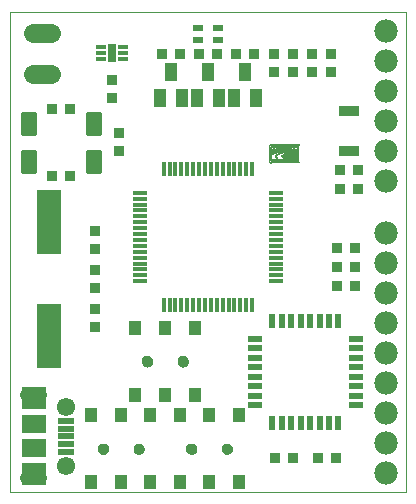
<source format=gts>
G75*
%MOIN*%
%OFA0B0*%
%FSLAX25Y25*%
%IPPOS*%
%LPD*%
%AMOC8*
5,1,8,0,0,1.08239X$1,22.5*
%
%ADD10C,0.00000*%
%ADD11R,0.09945X0.00005*%
%ADD12R,0.00205X0.00005*%
%ADD13R,0.00210X0.00005*%
%ADD14R,0.09420X0.00005*%
%ADD15R,0.00595X0.00005*%
%ADD16R,0.00660X0.00005*%
%ADD17R,0.02720X0.00005*%
%ADD18R,0.00610X0.00005*%
%ADD19R,0.00685X0.00005*%
%ADD20R,0.03595X0.00005*%
%ADD21R,0.03610X0.00005*%
%ADD22R,0.03630X0.00005*%
%ADD23R,0.03645X0.00005*%
%ADD24R,0.03665X0.00005*%
%ADD25R,0.03685X0.00005*%
%ADD26R,0.03700X0.00005*%
%ADD27R,0.03720X0.00005*%
%ADD28R,0.00690X0.00005*%
%ADD29R,0.03740X0.00005*%
%ADD30R,0.03755X0.00005*%
%ADD31R,0.03775X0.00005*%
%ADD32R,0.03795X0.00005*%
%ADD33R,0.03815X0.00005*%
%ADD34R,0.03830X0.00005*%
%ADD35R,0.03850X0.00005*%
%ADD36R,0.03870X0.00005*%
%ADD37R,0.00680X0.00005*%
%ADD38R,0.03890X0.00005*%
%ADD39R,0.03905X0.00005*%
%ADD40R,0.03925X0.00005*%
%ADD41R,0.03945X0.00005*%
%ADD42R,0.03965X0.00005*%
%ADD43R,0.03980X0.00005*%
%ADD44R,0.04000X0.00005*%
%ADD45R,0.04020X0.00005*%
%ADD46R,0.04040X0.00005*%
%ADD47R,0.04055X0.00005*%
%ADD48R,0.04075X0.00005*%
%ADD49R,0.04095X0.00005*%
%ADD50R,0.04110X0.00005*%
%ADD51R,0.04130X0.00005*%
%ADD52R,0.04145X0.00005*%
%ADD53R,0.04165X0.00005*%
%ADD54R,0.04185X0.00005*%
%ADD55R,0.04200X0.00005*%
%ADD56R,0.00675X0.00005*%
%ADD57R,0.04220X0.00005*%
%ADD58R,0.04235X0.00005*%
%ADD59R,0.00670X0.00005*%
%ADD60R,0.04255X0.00005*%
%ADD61R,0.04270X0.00005*%
%ADD62R,0.00670X0.00005*%
%ADD63R,0.04285X0.00005*%
%ADD64R,0.04305X0.00005*%
%ADD65R,0.04320X0.00005*%
%ADD66R,0.04340X0.00005*%
%ADD67R,0.04355X0.00005*%
%ADD68R,0.04370X0.00005*%
%ADD69R,0.04390X0.00005*%
%ADD70R,0.04405X0.00005*%
%ADD71R,0.04420X0.00005*%
%ADD72R,0.04435X0.00005*%
%ADD73R,0.00665X0.00005*%
%ADD74R,0.04450X0.00005*%
%ADD75R,0.04470X0.00005*%
%ADD76R,0.04485X0.00005*%
%ADD77R,0.04500X0.00005*%
%ADD78R,0.04515X0.00005*%
%ADD79R,0.04530X0.00005*%
%ADD80R,0.04545X0.00005*%
%ADD81R,0.04560X0.00005*%
%ADD82R,0.00655X0.00005*%
%ADD83R,0.04575X0.00005*%
%ADD84R,0.04590X0.00005*%
%ADD85R,0.04605X0.00005*%
%ADD86R,0.04620X0.00005*%
%ADD87R,0.00650X0.00005*%
%ADD88R,0.04635X0.00005*%
%ADD89R,0.04650X0.00005*%
%ADD90R,0.04660X0.00005*%
%ADD91R,0.00645X0.00005*%
%ADD92R,0.04675X0.00005*%
%ADD93R,0.00645X0.00005*%
%ADD94R,0.04690X0.00005*%
%ADD95R,0.04705X0.00005*%
%ADD96R,0.04720X0.00005*%
%ADD97R,0.00640X0.00005*%
%ADD98R,0.04730X0.00005*%
%ADD99R,0.00640X0.00005*%
%ADD100R,0.04745X0.00005*%
%ADD101R,0.04760X0.00005*%
%ADD102R,0.04770X0.00005*%
%ADD103R,0.00635X0.00005*%
%ADD104R,0.04785X0.00005*%
%ADD105R,0.04795X0.00005*%
%ADD106R,0.04810X0.00005*%
%ADD107R,0.04825X0.00005*%
%ADD108R,0.04835X0.00005*%
%ADD109R,0.00630X0.00005*%
%ADD110R,0.04850X0.00005*%
%ADD111R,0.04860X0.00005*%
%ADD112R,0.04875X0.00005*%
%ADD113R,0.04885X0.00005*%
%ADD114R,0.00625X0.00005*%
%ADD115R,0.04895X0.00005*%
%ADD116R,0.04910X0.00005*%
%ADD117R,0.00620X0.00005*%
%ADD118R,0.04920X0.00005*%
%ADD119R,0.00620X0.00005*%
%ADD120R,0.04930X0.00005*%
%ADD121R,0.04945X0.00005*%
%ADD122R,0.04955X0.00005*%
%ADD123R,0.04965X0.00005*%
%ADD124R,0.00615X0.00005*%
%ADD125R,0.04975X0.00005*%
%ADD126R,0.04990X0.00005*%
%ADD127R,0.05000X0.00005*%
%ADD128R,0.05010X0.00005*%
%ADD129R,0.05020X0.00005*%
%ADD130R,0.05030X0.00005*%
%ADD131R,0.05045X0.00005*%
%ADD132R,0.00605X0.00005*%
%ADD133R,0.05055X0.00005*%
%ADD134R,0.05065X0.00005*%
%ADD135R,0.05075X0.00005*%
%ADD136R,0.00600X0.00005*%
%ADD137R,0.05085X0.00005*%
%ADD138R,0.05095X0.00005*%
%ADD139R,0.05105X0.00005*%
%ADD140R,0.00595X0.00005*%
%ADD141R,0.05115X0.00005*%
%ADD142R,0.05125X0.00005*%
%ADD143R,0.05135X0.00005*%
%ADD144R,0.05140X0.00005*%
%ADD145R,0.00590X0.00005*%
%ADD146R,0.05150X0.00005*%
%ADD147R,0.05160X0.00005*%
%ADD148R,0.00590X0.00005*%
%ADD149R,0.05170X0.00005*%
%ADD150R,0.00585X0.00005*%
%ADD151R,0.05180X0.00005*%
%ADD152R,0.05190X0.00005*%
%ADD153R,0.05200X0.00005*%
%ADD154R,0.00580X0.00005*%
%ADD155R,0.05205X0.00005*%
%ADD156R,0.05215X0.00005*%
%ADD157R,0.05225X0.00005*%
%ADD158R,0.05230X0.00005*%
%ADD159R,0.05240X0.00005*%
%ADD160R,0.00575X0.00005*%
%ADD161R,0.05250X0.00005*%
%ADD162R,0.05260X0.00005*%
%ADD163R,0.05265X0.00005*%
%ADD164R,0.00570X0.00005*%
%ADD165R,0.05275X0.00005*%
%ADD166R,0.05280X0.00005*%
%ADD167R,0.05290X0.00005*%
%ADD168R,0.00565X0.00005*%
%ADD169R,0.05295X0.00005*%
%ADD170R,0.05305X0.00005*%
%ADD171R,0.05315X0.00005*%
%ADD172R,0.05320X0.00005*%
%ADD173R,0.00560X0.00005*%
%ADD174R,0.05330X0.00005*%
%ADD175R,0.05335X0.00005*%
%ADD176R,0.05340X0.00005*%
%ADD177R,0.05350X0.00005*%
%ADD178R,0.05355X0.00005*%
%ADD179R,0.00555X0.00005*%
%ADD180R,0.05365X0.00005*%
%ADD181R,0.05370X0.00005*%
%ADD182R,0.05375X0.00005*%
%ADD183R,0.05385X0.00005*%
%ADD184R,0.00550X0.00005*%
%ADD185R,0.05390X0.00005*%
%ADD186R,0.05400X0.00005*%
%ADD187R,0.05405X0.00005*%
%ADD188R,0.05410X0.00005*%
%ADD189R,0.00545X0.00005*%
%ADD190R,0.05415X0.00005*%
%ADD191R,0.05425X0.00005*%
%ADD192R,0.05430X0.00005*%
%ADD193R,0.05435X0.00005*%
%ADD194R,0.00540X0.00005*%
%ADD195R,0.05440X0.00005*%
%ADD196R,0.05445X0.00005*%
%ADD197R,0.05455X0.00005*%
%ADD198R,0.05460X0.00005*%
%ADD199R,0.05465X0.00005*%
%ADD200R,0.00535X0.00005*%
%ADD201R,0.05470X0.00005*%
%ADD202R,0.05475X0.00005*%
%ADD203R,0.05480X0.00005*%
%ADD204R,0.05485X0.00005*%
%ADD205R,0.00530X0.00005*%
%ADD206R,0.05490X0.00005*%
%ADD207R,0.05495X0.00005*%
%ADD208R,0.05500X0.00005*%
%ADD209R,0.05510X0.00005*%
%ADD210R,0.05515X0.00005*%
%ADD211R,0.05520X0.00005*%
%ADD212R,0.00525X0.00005*%
%ADD213R,0.05525X0.00005*%
%ADD214R,0.05530X0.00005*%
%ADD215R,0.05535X0.00005*%
%ADD216R,0.05540X0.00005*%
%ADD217R,0.05545X0.00005*%
%ADD218R,0.05550X0.00005*%
%ADD219R,0.00520X0.00005*%
%ADD220R,0.05555X0.00005*%
%ADD221R,0.05560X0.00005*%
%ADD222R,0.05565X0.00005*%
%ADD223R,0.00515X0.00005*%
%ADD224R,0.05570X0.00005*%
%ADD225R,0.00520X0.00005*%
%ADD226R,0.05575X0.00005*%
%ADD227R,0.05580X0.00005*%
%ADD228R,0.05585X0.00005*%
%ADD229R,0.05590X0.00005*%
%ADD230R,0.00515X0.00005*%
%ADD231R,0.05595X0.00005*%
%ADD232R,0.05600X0.00005*%
%ADD233R,0.05605X0.00005*%
%ADD234R,0.05610X0.00005*%
%ADD235R,0.05615X0.00005*%
%ADD236R,0.00510X0.00005*%
%ADD237R,0.05620X0.00005*%
%ADD238R,0.05625X0.00005*%
%ADD239R,0.05630X0.00005*%
%ADD240R,0.05635X0.00005*%
%ADD241R,0.05640X0.00005*%
%ADD242R,0.05645X0.00005*%
%ADD243R,0.05650X0.00005*%
%ADD244R,0.05655X0.00005*%
%ADD245R,0.05660X0.00005*%
%ADD246R,0.05665X0.00005*%
%ADD247R,0.00505X0.00005*%
%ADD248R,0.05670X0.00005*%
%ADD249R,0.05675X0.00005*%
%ADD250R,0.05680X0.00005*%
%ADD251R,0.00500X0.00005*%
%ADD252R,0.05685X0.00005*%
%ADD253R,0.05690X0.00005*%
%ADD254R,0.00495X0.00005*%
%ADD255R,0.05695X0.00005*%
%ADD256R,0.05700X0.00005*%
%ADD257R,0.00495X0.00005*%
%ADD258R,0.00490X0.00005*%
%ADD259R,0.05705X0.00005*%
%ADD260R,0.00490X0.00005*%
%ADD261R,0.00485X0.00005*%
%ADD262R,0.00480X0.00005*%
%ADD263R,0.00475X0.00005*%
%ADD264R,0.05505X0.00005*%
%ADD265R,0.05450X0.00005*%
%ADD266R,0.05420X0.00005*%
%ADD267R,0.05360X0.00005*%
%ADD268R,0.05345X0.00005*%
%ADD269R,0.00695X0.00005*%
%ADD270R,0.05310X0.00005*%
%ADD271R,0.00700X0.00005*%
%ADD272R,0.05300X0.00005*%
%ADD273R,0.00710X0.00005*%
%ADD274R,0.00715X0.00005*%
%ADD275R,0.05285X0.00005*%
%ADD276R,0.00725X0.00005*%
%ADD277R,0.00730X0.00005*%
%ADD278R,0.00740X0.00005*%
%ADD279R,0.00745X0.00005*%
%ADD280R,0.00755X0.00005*%
%ADD281R,0.00765X0.00005*%
%ADD282R,0.00770X0.00005*%
%ADD283R,0.00780X0.00005*%
%ADD284R,0.00790X0.00005*%
%ADD285R,0.00795X0.00005*%
%ADD286R,0.05195X0.00005*%
%ADD287R,0.00805X0.00005*%
%ADD288R,0.05185X0.00005*%
%ADD289R,0.00815X0.00005*%
%ADD290R,0.05175X0.00005*%
%ADD291R,0.00820X0.00005*%
%ADD292R,0.05165X0.00005*%
%ADD293R,0.00830X0.00005*%
%ADD294R,0.05155X0.00005*%
%ADD295R,0.00840X0.00005*%
%ADD296R,0.05145X0.00005*%
%ADD297R,0.00845X0.00005*%
%ADD298R,0.00855X0.00005*%
%ADD299R,0.00865X0.00005*%
%ADD300R,0.00875X0.00005*%
%ADD301R,0.00885X0.00005*%
%ADD302R,0.00895X0.00005*%
%ADD303R,0.00900X0.00005*%
%ADD304R,0.00910X0.00005*%
%ADD305R,0.05060X0.00005*%
%ADD306R,0.00920X0.00005*%
%ADD307R,0.05050X0.00005*%
%ADD308R,0.00930X0.00005*%
%ADD309R,0.05040X0.00005*%
%ADD310R,0.00940X0.00005*%
%ADD311R,0.00950X0.00005*%
%ADD312R,0.00960X0.00005*%
%ADD313R,0.00970X0.00005*%
%ADD314R,0.04995X0.00005*%
%ADD315R,0.00980X0.00005*%
%ADD316R,0.04985X0.00005*%
%ADD317R,0.00985X0.00005*%
%ADD318R,0.01000X0.00005*%
%ADD319R,0.01010X0.00005*%
%ADD320R,0.04950X0.00005*%
%ADD321R,0.01020X0.00005*%
%ADD322R,0.04940X0.00005*%
%ADD323R,0.01030X0.00005*%
%ADD324R,0.01040X0.00005*%
%ADD325R,0.04915X0.00005*%
%ADD326R,0.01050X0.00005*%
%ADD327R,0.04905X0.00005*%
%ADD328R,0.01060X0.00005*%
%ADD329R,0.01070X0.00005*%
%ADD330R,0.04880X0.00005*%
%ADD331R,0.01085X0.00005*%
%ADD332R,0.04870X0.00005*%
%ADD333R,0.01095X0.00005*%
%ADD334R,0.04855X0.00005*%
%ADD335R,0.01105X0.00005*%
%ADD336R,0.04845X0.00005*%
%ADD337R,0.01115X0.00005*%
%ADD338R,0.04830X0.00005*%
%ADD339R,0.01125X0.00005*%
%ADD340R,0.04820X0.00005*%
%ADD341R,0.01135X0.00005*%
%ADD342R,0.04805X0.00005*%
%ADD343R,0.01145X0.00005*%
%ADD344R,0.01160X0.00005*%
%ADD345R,0.04780X0.00005*%
%ADD346R,0.01170X0.00005*%
%ADD347R,0.01185X0.00005*%
%ADD348R,0.04755X0.00005*%
%ADD349R,0.01195X0.00005*%
%ADD350R,0.01205X0.00005*%
%ADD351R,0.01220X0.00005*%
%ADD352R,0.04715X0.00005*%
%ADD353R,0.01230X0.00005*%
%ADD354R,0.01240X0.00005*%
%ADD355R,0.01255X0.00005*%
%ADD356R,0.01265X0.00005*%
%ADD357R,0.01280X0.00005*%
%ADD358R,0.01290X0.00005*%
%ADD359R,0.01300X0.00005*%
%ADD360R,0.01315X0.00005*%
%ADD361R,0.04610X0.00005*%
%ADD362R,0.01330X0.00005*%
%ADD363R,0.04595X0.00005*%
%ADD364R,0.01340X0.00005*%
%ADD365R,0.04580X0.00005*%
%ADD366R,0.01355X0.00005*%
%ADD367R,0.04565X0.00005*%
%ADD368R,0.01370X0.00005*%
%ADD369R,0.04550X0.00005*%
%ADD370R,0.01380X0.00005*%
%ADD371R,0.04535X0.00005*%
%ADD372R,0.01395X0.00005*%
%ADD373R,0.04520X0.00005*%
%ADD374R,0.01405X0.00005*%
%ADD375R,0.04510X0.00005*%
%ADD376R,0.01420X0.00005*%
%ADD377R,0.04495X0.00005*%
%ADD378R,0.01435X0.00005*%
%ADD379R,0.04480X0.00005*%
%ADD380R,0.01445X0.00005*%
%ADD381R,0.04465X0.00005*%
%ADD382R,0.01460X0.00005*%
%ADD383R,0.01475X0.00005*%
%ADD384R,0.01490X0.00005*%
%ADD385R,0.01505X0.00005*%
%ADD386R,0.01515X0.00005*%
%ADD387R,0.01530X0.00005*%
%ADD388R,0.04375X0.00005*%
%ADD389R,0.01545X0.00005*%
%ADD390R,0.01560X0.00005*%
%ADD391R,0.01575X0.00005*%
%ADD392R,0.04325X0.00005*%
%ADD393R,0.01590X0.00005*%
%ADD394R,0.04310X0.00005*%
%ADD395R,0.01605X0.00005*%
%ADD396R,0.04295X0.00005*%
%ADD397R,0.01620X0.00005*%
%ADD398R,0.04280X0.00005*%
%ADD399R,0.01635X0.00005*%
%ADD400R,0.04265X0.00005*%
%ADD401R,0.01650X0.00005*%
%ADD402R,0.04245X0.00005*%
%ADD403R,0.01665X0.00005*%
%ADD404R,0.04230X0.00005*%
%ADD405R,0.01680X0.00005*%
%ADD406R,0.04215X0.00005*%
%ADD407R,0.01695X0.00005*%
%ADD408R,0.04195X0.00005*%
%ADD409R,0.01710X0.00005*%
%ADD410R,0.04180X0.00005*%
%ADD411R,0.01725X0.00005*%
%ADD412R,0.01745X0.00005*%
%ADD413R,0.04150X0.00005*%
%ADD414R,0.01760X0.00005*%
%ADD415R,0.01775X0.00005*%
%ADD416R,0.04115X0.00005*%
%ADD417R,0.01790X0.00005*%
%ADD418R,0.04100X0.00005*%
%ADD419R,0.01805X0.00005*%
%ADD420R,0.04080X0.00005*%
%ADD421R,0.01825X0.00005*%
%ADD422R,0.04065X0.00005*%
%ADD423R,0.01840X0.00005*%
%ADD424R,0.04045X0.00005*%
%ADD425R,0.01855X0.00005*%
%ADD426R,0.04030X0.00005*%
%ADD427R,0.01875X0.00005*%
%ADD428R,0.04010X0.00005*%
%ADD429R,0.01890X0.00005*%
%ADD430R,0.03990X0.00005*%
%ADD431R,0.01910X0.00005*%
%ADD432R,0.03975X0.00005*%
%ADD433R,0.01925X0.00005*%
%ADD434R,0.03955X0.00005*%
%ADD435R,0.01945X0.00005*%
%ADD436R,0.03940X0.00005*%
%ADD437R,0.01960X0.00005*%
%ADD438R,0.03920X0.00005*%
%ADD439R,0.01980X0.00005*%
%ADD440R,0.01995X0.00005*%
%ADD441R,0.03885X0.00005*%
%ADD442R,0.02015X0.00005*%
%ADD443R,0.03865X0.00005*%
%ADD444R,0.02030X0.00005*%
%ADD445R,0.03845X0.00005*%
%ADD446R,0.02050X0.00005*%
%ADD447R,0.02065X0.00005*%
%ADD448R,0.03810X0.00005*%
%ADD449R,0.02085X0.00005*%
%ADD450R,0.03790X0.00005*%
%ADD451R,0.02105X0.00005*%
%ADD452R,0.03770X0.00005*%
%ADD453R,0.02125X0.00005*%
%ADD454R,0.02145X0.00005*%
%ADD455R,0.03735X0.00005*%
%ADD456R,0.02160X0.00005*%
%ADD457R,0.03715X0.00005*%
%ADD458R,0.02180X0.00005*%
%ADD459R,0.03695X0.00005*%
%ADD460R,0.02200X0.00005*%
%ADD461R,0.03675X0.00005*%
%ADD462R,0.02220X0.00005*%
%ADD463R,0.03655X0.00005*%
%ADD464R,0.02240X0.00005*%
%ADD465R,0.03635X0.00005*%
%ADD466R,0.02255X0.00005*%
%ADD467R,0.03615X0.00005*%
%ADD468R,0.02280X0.00005*%
%ADD469R,0.02300X0.00005*%
%ADD470R,0.03575X0.00005*%
%ADD471R,0.02320X0.00005*%
%ADD472R,0.03555X0.00005*%
%ADD473R,0.02340X0.00005*%
%ADD474R,0.03535X0.00005*%
%ADD475R,0.02360X0.00005*%
%ADD476R,0.03515X0.00005*%
%ADD477R,0.02380X0.00005*%
%ADD478R,0.03495X0.00005*%
%ADD479R,0.02400X0.00005*%
%ADD480R,0.03475X0.00005*%
%ADD481R,0.02425X0.00005*%
%ADD482R,0.03455X0.00005*%
%ADD483R,0.02445X0.00005*%
%ADD484R,0.03435X0.00005*%
%ADD485R,0.02465X0.00005*%
%ADD486R,0.03410X0.00005*%
%ADD487R,0.02485X0.00005*%
%ADD488R,0.03390X0.00005*%
%ADD489R,0.02510X0.00005*%
%ADD490R,0.03370X0.00005*%
%ADD491R,0.02530X0.00005*%
%ADD492R,0.03350X0.00005*%
%ADD493R,0.02555X0.00005*%
%ADD494R,0.03325X0.00005*%
%ADD495R,0.02575X0.00005*%
%ADD496R,0.03305X0.00005*%
%ADD497R,0.02600X0.00005*%
%ADD498R,0.03285X0.00005*%
%ADD499R,0.02620X0.00005*%
%ADD500R,0.03260X0.00005*%
%ADD501R,0.02645X0.00005*%
%ADD502R,0.03240X0.00005*%
%ADD503R,0.02665X0.00005*%
%ADD504R,0.03215X0.00005*%
%ADD505R,0.02690X0.00005*%
%ADD506R,0.03195X0.00005*%
%ADD507R,0.02710X0.00005*%
%ADD508R,0.03170X0.00005*%
%ADD509R,0.02735X0.00005*%
%ADD510R,0.03150X0.00005*%
%ADD511R,0.02760X0.00005*%
%ADD512R,0.03125X0.00005*%
%ADD513R,0.02785X0.00005*%
%ADD514R,0.03105X0.00005*%
%ADD515R,0.02810X0.00005*%
%ADD516R,0.03080X0.00005*%
%ADD517R,0.02830X0.00005*%
%ADD518R,0.03055X0.00005*%
%ADD519R,0.02855X0.00005*%
%ADD520R,0.03035X0.00005*%
%ADD521R,0.02880X0.00005*%
%ADD522R,0.03010X0.00005*%
%ADD523R,0.02905X0.00005*%
%ADD524R,0.02985X0.00005*%
%ADD525R,0.02930X0.00005*%
%ADD526R,0.02965X0.00005*%
%ADD527R,0.02955X0.00005*%
%ADD528R,0.02940X0.00005*%
%ADD529R,0.02980X0.00005*%
%ADD530R,0.02915X0.00005*%
%ADD531R,0.02890X0.00005*%
%ADD532R,0.02865X0.00005*%
%ADD533R,0.03060X0.00005*%
%ADD534R,0.02840X0.00005*%
%ADD535R,0.03085X0.00005*%
%ADD536R,0.02815X0.00005*%
%ADD537R,0.03115X0.00005*%
%ADD538R,0.02790X0.00005*%
%ADD539R,0.03140X0.00005*%
%ADD540R,0.02765X0.00005*%
%ADD541R,0.03165X0.00005*%
%ADD542R,0.02740X0.00005*%
%ADD543R,0.02715X0.00005*%
%ADD544R,0.03220X0.00005*%
%ADD545R,0.03250X0.00005*%
%ADD546R,0.03280X0.00005*%
%ADD547R,0.02640X0.00005*%
%ADD548R,0.02615X0.00005*%
%ADD549R,0.03335X0.00005*%
%ADD550R,0.02590X0.00005*%
%ADD551R,0.03365X0.00005*%
%ADD552R,0.02560X0.00005*%
%ADD553R,0.02535X0.00005*%
%ADD554R,0.03420X0.00005*%
%ADD555R,0.03450X0.00005*%
%ADD556R,0.02480X0.00005*%
%ADD557R,0.03480X0.00005*%
%ADD558R,0.02455X0.00005*%
%ADD559R,0.03510X0.00005*%
%ADD560R,0.02430X0.00005*%
%ADD561R,0.03540X0.00005*%
%ADD562R,0.02370X0.00005*%
%ADD563R,0.03605X0.00005*%
%ADD564R,0.02345X0.00005*%
%ADD565R,0.02315X0.00005*%
%ADD566R,0.02290X0.00005*%
%ADD567R,0.02260X0.00005*%
%ADD568R,0.03730X0.00005*%
%ADD569R,0.02230X0.00005*%
%ADD570R,0.03760X0.00005*%
%ADD571R,0.02205X0.00005*%
%ADD572R,0.02175X0.00005*%
%ADD573R,0.03860X0.00005*%
%ADD574R,0.02115X0.00005*%
%ADD575R,0.03895X0.00005*%
%ADD576R,0.03930X0.00005*%
%ADD577R,0.02055X0.00005*%
%ADD578R,0.02025X0.00005*%
%ADD579R,0.04035X0.00005*%
%ADD580R,0.01965X0.00005*%
%ADD581R,0.04070X0.00005*%
%ADD582R,0.01935X0.00005*%
%ADD583R,0.04105X0.00005*%
%ADD584R,0.01900X0.00005*%
%ADD585R,0.04140X0.00005*%
%ADD586R,0.01870X0.00005*%
%ADD587R,0.04175X0.00005*%
%ADD588R,0.04250X0.00005*%
%ADD589R,0.04290X0.00005*%
%ADD590R,0.04330X0.00005*%
%ADD591R,0.04365X0.00005*%
%ADD592R,0.01645X0.00005*%
%ADD593R,0.04445X0.00005*%
%ADD594R,0.01610X0.00005*%
%ADD595R,0.04525X0.00005*%
%ADD596R,0.01510X0.00005*%
%ADD597R,0.00540X0.00005*%
%ADD598R,0.01440X0.00005*%
%ADD599R,0.04775X0.00005*%
%ADD600R,0.01295X0.00005*%
%ADD601R,0.04865X0.00005*%
%ADD602R,0.01260X0.00005*%
%ADD603R,0.00545X0.00005*%
%ADD604R,0.01225X0.00005*%
%ADD605R,0.01150X0.00005*%
%ADD606R,0.01110X0.00005*%
%ADD607R,0.00995X0.00005*%
%ADD608R,0.00955X0.00005*%
%ADD609R,0.00915X0.00005*%
%ADD610R,0.05395X0.00005*%
%ADD611R,0.00835X0.00005*%
%ADD612R,0.00750X0.00005*%
%ADD613R,0.05725X0.00005*%
%ADD614R,0.05780X0.00005*%
%ADD615R,0.05835X0.00005*%
%ADD616R,0.05895X0.00005*%
%ADD617R,0.00705X0.00005*%
%ADD618R,0.05960X0.00005*%
%ADD619R,0.06020X0.00005*%
%ADD620R,0.06085X0.00005*%
%ADD621R,0.06145X0.00005*%
%ADD622R,0.06215X0.00005*%
%ADD623R,0.00810X0.00005*%
%ADD624R,0.06285X0.00005*%
%ADD625R,0.06350X0.00005*%
%ADD626R,0.01335X0.00005*%
%ADD627R,0.06420X0.00005*%
%ADD628R,0.06490X0.00005*%
%ADD629R,0.01190X0.00005*%
%ADD630R,0.06565X0.00005*%
%ADD631R,0.06645X0.00005*%
%ADD632R,0.06720X0.00005*%
%ADD633R,0.00975X0.00005*%
%ADD634R,0.06800X0.00005*%
%ADD635R,0.06885X0.00005*%
%ADD636R,0.01005X0.00005*%
%ADD637R,0.06965X0.00005*%
%ADD638R,0.01025X0.00005*%
%ADD639R,0.07050X0.00005*%
%ADD640R,0.01045X0.00005*%
%ADD641R,0.07145X0.00005*%
%ADD642R,0.07240X0.00005*%
%ADD643R,0.01090X0.00005*%
%ADD644R,0.07335X0.00005*%
%ADD645R,0.07435X0.00005*%
%ADD646R,0.01130X0.00005*%
%ADD647R,0.07540X0.00005*%
%ADD648R,0.07655X0.00005*%
%ADD649R,0.07770X0.00005*%
%ADD650R,0.07890X0.00005*%
%ADD651R,0.01210X0.00005*%
%ADD652R,0.08025X0.00005*%
%ADD653R,0.01235X0.00005*%
%ADD654R,0.00825X0.00005*%
%ADD655R,0.00845X0.00005*%
%ADD656R,0.01075X0.00005*%
%ADD657R,0.00760X0.00005*%
%ADD658R,0.00820X0.00005*%
%ADD659R,0.00800X0.00005*%
%ADD660R,0.00720X0.00005*%
%ADD661R,0.00895X0.00005*%
%ADD662R,0.00880X0.00005*%
%ADD663R,0.00470X0.00005*%
%ADD664R,0.00795X0.00005*%
%ADD665R,0.00460X0.00005*%
%ADD666R,0.00445X0.00005*%
%ADD667R,0.00435X0.00005*%
%ADD668R,0.00425X0.00005*%
%ADD669R,0.00945X0.00005*%
%ADD670R,0.00415X0.00005*%
%ADD671R,0.00935X0.00005*%
%ADD672R,0.00405X0.00005*%
%ADD673R,0.00925X0.00005*%
%ADD674R,0.00400X0.00005*%
%ADD675R,0.00390X0.00005*%
%ADD676R,0.00385X0.00005*%
%ADD677R,0.00380X0.00005*%
%ADD678R,0.00785X0.00005*%
%ADD679R,0.00370X0.00005*%
%ADD680R,0.00775X0.00005*%
%ADD681R,0.00365X0.00005*%
%ADD682R,0.00470X0.00005*%
%ADD683R,0.00770X0.00005*%
%ADD684R,0.00360X0.00005*%
%ADD685R,0.00355X0.00005*%
%ADD686R,0.00450X0.00005*%
%ADD687R,0.00350X0.00005*%
%ADD688R,0.00860X0.00005*%
%ADD689R,0.00440X0.00005*%
%ADD690R,0.00345X0.00005*%
%ADD691R,0.00340X0.00005*%
%ADD692R,0.00850X0.00005*%
%ADD693R,0.00430X0.00005*%
%ADD694R,0.00335X0.00005*%
%ADD695R,0.00420X0.00005*%
%ADD696R,0.00330X0.00005*%
%ADD697R,0.00410X0.00005*%
%ADD698R,0.00200X0.00005*%
%ADD699R,0.00230X0.00005*%
%ADD700R,0.00325X0.00005*%
%ADD701R,0.01275X0.00005*%
%ADD702R,0.00250X0.00005*%
%ADD703R,0.00320X0.00005*%
%ADD704R,0.00395X0.00005*%
%ADD705R,0.00260X0.00005*%
%ADD706R,0.00315X0.00005*%
%ADD707R,0.00275X0.00005*%
%ADD708R,0.01285X0.00005*%
%ADD709R,0.00285X0.00005*%
%ADD710R,0.00310X0.00005*%
%ADD711R,0.00445X0.00005*%
%ADD712R,0.00270X0.00005*%
%ADD713R,0.00375X0.00005*%
%ADD714R,0.00295X0.00005*%
%ADD715R,0.00290X0.00005*%
%ADD716R,0.00300X0.00005*%
%ADD717R,0.00305X0.00005*%
%ADD718R,0.00315X0.00005*%
%ADD719R,0.00280X0.00005*%
%ADD720R,0.00270X0.00005*%
%ADD721R,0.00320X0.00005*%
%ADD722R,0.00245X0.00005*%
%ADD723R,0.00220X0.00005*%
%ADD724R,0.01270X0.00005*%
%ADD725R,0.00190X0.00005*%
%ADD726R,0.00180X0.00005*%
%ADD727R,0.00165X0.00005*%
%ADD728R,0.00265X0.00005*%
%ADD729R,0.00150X0.00005*%
%ADD730R,0.01270X0.00005*%
%ADD731R,0.00140X0.00005*%
%ADD732R,0.00125X0.00005*%
%ADD733R,0.00110X0.00005*%
%ADD734R,0.00100X0.00005*%
%ADD735R,0.00085X0.00005*%
%ADD736R,0.00070X0.00005*%
%ADD737R,0.00060X0.00005*%
%ADD738R,0.00045X0.00005*%
%ADD739R,0.00030X0.00005*%
%ADD740R,0.00020X0.00005*%
%ADD741R,0.00735X0.00005*%
%ADD742R,0.00080X0.00005*%
%ADD743R,0.00005X0.00005*%
%ADD744R,0.00075X0.00005*%
%ADD745R,0.00095X0.00005*%
%ADD746R,0.00055X0.00005*%
%ADD747R,0.00365X0.00005*%
%ADD748R,0.00095X0.00005*%
%ADD749R,0.00695X0.00005*%
%ADD750R,0.00120X0.00005*%
%ADD751R,0.00090X0.00005*%
%ADD752R,0.00135X0.00005*%
%ADD753R,0.00160X0.00005*%
%ADD754R,0.00175X0.00005*%
%ADD755R,0.00185X0.00005*%
%ADD756R,0.00225X0.00005*%
%ADD757R,0.00240X0.00005*%
%ADD758R,0.01290X0.00005*%
%ADD759R,0.00420X0.00005*%
%ADD760R,0.00370X0.00005*%
%ADD761R,0.00395X0.00005*%
%ADD762R,0.00415X0.00005*%
%ADD763R,0.00255X0.00005*%
%ADD764R,0.00235X0.00005*%
%ADD765R,0.01250X0.00005*%
%ADD766R,0.00455X0.00005*%
%ADD767R,0.00465X0.00005*%
%ADD768R,0.00870X0.00005*%
%ADD769R,0.00905X0.00005*%
%ADD770R,0.05370X0.00005*%
%ADD771R,0.05380X0.00005*%
%ADD772R,0.00870X0.00005*%
%ADD773R,0.05395X0.00005*%
%ADD774R,0.00890X0.00005*%
%ADD775R,0.01015X0.00005*%
%ADD776R,0.05520X0.00005*%
%ADD777R,0.01080X0.00005*%
%ADD778R,0.03550X0.03550*%
%ADD779R,0.03746X0.02369*%
%ADD780R,0.05124X0.01581*%
%ADD781R,0.01581X0.05124*%
%ADD782R,0.04337X0.05912*%
%ADD783C,0.01655*%
%ADD784R,0.08000X0.21400*%
%ADD785R,0.07093X0.03550*%
%ADD786C,0.06109*%
%ADD787R,0.05715X0.01975*%
%ADD788R,0.07880X0.06306*%
%ADD789R,0.07880X0.07487*%
%ADD790C,0.04762*%
%ADD791R,0.01975X0.05124*%
%ADD792R,0.05124X0.01975*%
%ADD793R,0.04337X0.04928*%
%ADD794C,0.03746*%
%ADD795R,0.03169X0.01581*%
%ADD796R,0.02802X0.05991*%
%ADD797C,0.06337*%
%ADD798C,0.07800*%
D10*
X0038342Y0011500D02*
X0038342Y0171500D01*
X0170342Y0171500D01*
X0170342Y0011500D01*
X0038342Y0011500D01*
X0067763Y0025900D02*
X0067765Y0025981D01*
X0067771Y0026063D01*
X0067781Y0026144D01*
X0067795Y0026224D01*
X0067812Y0026303D01*
X0067834Y0026382D01*
X0067859Y0026459D01*
X0067888Y0026536D01*
X0067921Y0026610D01*
X0067958Y0026683D01*
X0067997Y0026754D01*
X0068041Y0026823D01*
X0068087Y0026890D01*
X0068137Y0026954D01*
X0068190Y0027016D01*
X0068246Y0027076D01*
X0068304Y0027132D01*
X0068366Y0027186D01*
X0068430Y0027237D01*
X0068496Y0027284D01*
X0068564Y0027328D01*
X0068635Y0027369D01*
X0068707Y0027406D01*
X0068782Y0027440D01*
X0068857Y0027470D01*
X0068935Y0027496D01*
X0069013Y0027519D01*
X0069092Y0027537D01*
X0069172Y0027552D01*
X0069253Y0027563D01*
X0069334Y0027570D01*
X0069416Y0027573D01*
X0069497Y0027572D01*
X0069578Y0027567D01*
X0069659Y0027558D01*
X0069740Y0027545D01*
X0069820Y0027528D01*
X0069898Y0027508D01*
X0069976Y0027483D01*
X0070053Y0027455D01*
X0070128Y0027423D01*
X0070201Y0027388D01*
X0070272Y0027349D01*
X0070342Y0027306D01*
X0070409Y0027261D01*
X0070475Y0027212D01*
X0070537Y0027160D01*
X0070597Y0027104D01*
X0070654Y0027046D01*
X0070709Y0026986D01*
X0070760Y0026922D01*
X0070808Y0026857D01*
X0070853Y0026789D01*
X0070895Y0026719D01*
X0070933Y0026647D01*
X0070968Y0026573D01*
X0070999Y0026498D01*
X0071026Y0026421D01*
X0071049Y0026343D01*
X0071069Y0026264D01*
X0071085Y0026184D01*
X0071097Y0026103D01*
X0071105Y0026022D01*
X0071109Y0025941D01*
X0071109Y0025859D01*
X0071105Y0025778D01*
X0071097Y0025697D01*
X0071085Y0025616D01*
X0071069Y0025536D01*
X0071049Y0025457D01*
X0071026Y0025379D01*
X0070999Y0025302D01*
X0070968Y0025227D01*
X0070933Y0025153D01*
X0070895Y0025081D01*
X0070853Y0025011D01*
X0070808Y0024943D01*
X0070760Y0024878D01*
X0070709Y0024814D01*
X0070654Y0024754D01*
X0070597Y0024696D01*
X0070537Y0024640D01*
X0070475Y0024588D01*
X0070409Y0024539D01*
X0070342Y0024494D01*
X0070273Y0024451D01*
X0070201Y0024412D01*
X0070128Y0024377D01*
X0070053Y0024345D01*
X0069976Y0024317D01*
X0069898Y0024292D01*
X0069820Y0024272D01*
X0069740Y0024255D01*
X0069659Y0024242D01*
X0069578Y0024233D01*
X0069497Y0024228D01*
X0069416Y0024227D01*
X0069334Y0024230D01*
X0069253Y0024237D01*
X0069172Y0024248D01*
X0069092Y0024263D01*
X0069013Y0024281D01*
X0068935Y0024304D01*
X0068857Y0024330D01*
X0068782Y0024360D01*
X0068707Y0024394D01*
X0068635Y0024431D01*
X0068564Y0024472D01*
X0068496Y0024516D01*
X0068430Y0024563D01*
X0068366Y0024614D01*
X0068304Y0024668D01*
X0068246Y0024724D01*
X0068190Y0024784D01*
X0068137Y0024846D01*
X0068087Y0024910D01*
X0068041Y0024977D01*
X0067997Y0025046D01*
X0067958Y0025117D01*
X0067921Y0025190D01*
X0067888Y0025264D01*
X0067859Y0025341D01*
X0067834Y0025418D01*
X0067812Y0025497D01*
X0067795Y0025576D01*
X0067781Y0025656D01*
X0067771Y0025737D01*
X0067765Y0025819D01*
X0067763Y0025900D01*
X0079574Y0025900D02*
X0079576Y0025981D01*
X0079582Y0026063D01*
X0079592Y0026144D01*
X0079606Y0026224D01*
X0079623Y0026303D01*
X0079645Y0026382D01*
X0079670Y0026459D01*
X0079699Y0026536D01*
X0079732Y0026610D01*
X0079769Y0026683D01*
X0079808Y0026754D01*
X0079852Y0026823D01*
X0079898Y0026890D01*
X0079948Y0026954D01*
X0080001Y0027016D01*
X0080057Y0027076D01*
X0080115Y0027132D01*
X0080177Y0027186D01*
X0080241Y0027237D01*
X0080307Y0027284D01*
X0080375Y0027328D01*
X0080446Y0027369D01*
X0080518Y0027406D01*
X0080593Y0027440D01*
X0080668Y0027470D01*
X0080746Y0027496D01*
X0080824Y0027519D01*
X0080903Y0027537D01*
X0080983Y0027552D01*
X0081064Y0027563D01*
X0081145Y0027570D01*
X0081227Y0027573D01*
X0081308Y0027572D01*
X0081389Y0027567D01*
X0081470Y0027558D01*
X0081551Y0027545D01*
X0081631Y0027528D01*
X0081709Y0027508D01*
X0081787Y0027483D01*
X0081864Y0027455D01*
X0081939Y0027423D01*
X0082012Y0027388D01*
X0082083Y0027349D01*
X0082153Y0027306D01*
X0082220Y0027261D01*
X0082286Y0027212D01*
X0082348Y0027160D01*
X0082408Y0027104D01*
X0082465Y0027046D01*
X0082520Y0026986D01*
X0082571Y0026922D01*
X0082619Y0026857D01*
X0082664Y0026789D01*
X0082706Y0026719D01*
X0082744Y0026647D01*
X0082779Y0026573D01*
X0082810Y0026498D01*
X0082837Y0026421D01*
X0082860Y0026343D01*
X0082880Y0026264D01*
X0082896Y0026184D01*
X0082908Y0026103D01*
X0082916Y0026022D01*
X0082920Y0025941D01*
X0082920Y0025859D01*
X0082916Y0025778D01*
X0082908Y0025697D01*
X0082896Y0025616D01*
X0082880Y0025536D01*
X0082860Y0025457D01*
X0082837Y0025379D01*
X0082810Y0025302D01*
X0082779Y0025227D01*
X0082744Y0025153D01*
X0082706Y0025081D01*
X0082664Y0025011D01*
X0082619Y0024943D01*
X0082571Y0024878D01*
X0082520Y0024814D01*
X0082465Y0024754D01*
X0082408Y0024696D01*
X0082348Y0024640D01*
X0082286Y0024588D01*
X0082220Y0024539D01*
X0082153Y0024494D01*
X0082084Y0024451D01*
X0082012Y0024412D01*
X0081939Y0024377D01*
X0081864Y0024345D01*
X0081787Y0024317D01*
X0081709Y0024292D01*
X0081631Y0024272D01*
X0081551Y0024255D01*
X0081470Y0024242D01*
X0081389Y0024233D01*
X0081308Y0024228D01*
X0081227Y0024227D01*
X0081145Y0024230D01*
X0081064Y0024237D01*
X0080983Y0024248D01*
X0080903Y0024263D01*
X0080824Y0024281D01*
X0080746Y0024304D01*
X0080668Y0024330D01*
X0080593Y0024360D01*
X0080518Y0024394D01*
X0080446Y0024431D01*
X0080375Y0024472D01*
X0080307Y0024516D01*
X0080241Y0024563D01*
X0080177Y0024614D01*
X0080115Y0024668D01*
X0080057Y0024724D01*
X0080001Y0024784D01*
X0079948Y0024846D01*
X0079898Y0024910D01*
X0079852Y0024977D01*
X0079808Y0025046D01*
X0079769Y0025117D01*
X0079732Y0025190D01*
X0079699Y0025264D01*
X0079670Y0025341D01*
X0079645Y0025418D01*
X0079623Y0025497D01*
X0079606Y0025576D01*
X0079592Y0025656D01*
X0079582Y0025737D01*
X0079576Y0025819D01*
X0079574Y0025900D01*
X0097163Y0025900D02*
X0097165Y0025981D01*
X0097171Y0026063D01*
X0097181Y0026144D01*
X0097195Y0026224D01*
X0097212Y0026303D01*
X0097234Y0026382D01*
X0097259Y0026459D01*
X0097288Y0026536D01*
X0097321Y0026610D01*
X0097358Y0026683D01*
X0097397Y0026754D01*
X0097441Y0026823D01*
X0097487Y0026890D01*
X0097537Y0026954D01*
X0097590Y0027016D01*
X0097646Y0027076D01*
X0097704Y0027132D01*
X0097766Y0027186D01*
X0097830Y0027237D01*
X0097896Y0027284D01*
X0097964Y0027328D01*
X0098035Y0027369D01*
X0098107Y0027406D01*
X0098182Y0027440D01*
X0098257Y0027470D01*
X0098335Y0027496D01*
X0098413Y0027519D01*
X0098492Y0027537D01*
X0098572Y0027552D01*
X0098653Y0027563D01*
X0098734Y0027570D01*
X0098816Y0027573D01*
X0098897Y0027572D01*
X0098978Y0027567D01*
X0099059Y0027558D01*
X0099140Y0027545D01*
X0099220Y0027528D01*
X0099298Y0027508D01*
X0099376Y0027483D01*
X0099453Y0027455D01*
X0099528Y0027423D01*
X0099601Y0027388D01*
X0099672Y0027349D01*
X0099742Y0027306D01*
X0099809Y0027261D01*
X0099875Y0027212D01*
X0099937Y0027160D01*
X0099997Y0027104D01*
X0100054Y0027046D01*
X0100109Y0026986D01*
X0100160Y0026922D01*
X0100208Y0026857D01*
X0100253Y0026789D01*
X0100295Y0026719D01*
X0100333Y0026647D01*
X0100368Y0026573D01*
X0100399Y0026498D01*
X0100426Y0026421D01*
X0100449Y0026343D01*
X0100469Y0026264D01*
X0100485Y0026184D01*
X0100497Y0026103D01*
X0100505Y0026022D01*
X0100509Y0025941D01*
X0100509Y0025859D01*
X0100505Y0025778D01*
X0100497Y0025697D01*
X0100485Y0025616D01*
X0100469Y0025536D01*
X0100449Y0025457D01*
X0100426Y0025379D01*
X0100399Y0025302D01*
X0100368Y0025227D01*
X0100333Y0025153D01*
X0100295Y0025081D01*
X0100253Y0025011D01*
X0100208Y0024943D01*
X0100160Y0024878D01*
X0100109Y0024814D01*
X0100054Y0024754D01*
X0099997Y0024696D01*
X0099937Y0024640D01*
X0099875Y0024588D01*
X0099809Y0024539D01*
X0099742Y0024494D01*
X0099673Y0024451D01*
X0099601Y0024412D01*
X0099528Y0024377D01*
X0099453Y0024345D01*
X0099376Y0024317D01*
X0099298Y0024292D01*
X0099220Y0024272D01*
X0099140Y0024255D01*
X0099059Y0024242D01*
X0098978Y0024233D01*
X0098897Y0024228D01*
X0098816Y0024227D01*
X0098734Y0024230D01*
X0098653Y0024237D01*
X0098572Y0024248D01*
X0098492Y0024263D01*
X0098413Y0024281D01*
X0098335Y0024304D01*
X0098257Y0024330D01*
X0098182Y0024360D01*
X0098107Y0024394D01*
X0098035Y0024431D01*
X0097964Y0024472D01*
X0097896Y0024516D01*
X0097830Y0024563D01*
X0097766Y0024614D01*
X0097704Y0024668D01*
X0097646Y0024724D01*
X0097590Y0024784D01*
X0097537Y0024846D01*
X0097487Y0024910D01*
X0097441Y0024977D01*
X0097397Y0025046D01*
X0097358Y0025117D01*
X0097321Y0025190D01*
X0097288Y0025264D01*
X0097259Y0025341D01*
X0097234Y0025418D01*
X0097212Y0025497D01*
X0097195Y0025576D01*
X0097181Y0025656D01*
X0097171Y0025737D01*
X0097165Y0025819D01*
X0097163Y0025900D01*
X0108974Y0025900D02*
X0108976Y0025981D01*
X0108982Y0026063D01*
X0108992Y0026144D01*
X0109006Y0026224D01*
X0109023Y0026303D01*
X0109045Y0026382D01*
X0109070Y0026459D01*
X0109099Y0026536D01*
X0109132Y0026610D01*
X0109169Y0026683D01*
X0109208Y0026754D01*
X0109252Y0026823D01*
X0109298Y0026890D01*
X0109348Y0026954D01*
X0109401Y0027016D01*
X0109457Y0027076D01*
X0109515Y0027132D01*
X0109577Y0027186D01*
X0109641Y0027237D01*
X0109707Y0027284D01*
X0109775Y0027328D01*
X0109846Y0027369D01*
X0109918Y0027406D01*
X0109993Y0027440D01*
X0110068Y0027470D01*
X0110146Y0027496D01*
X0110224Y0027519D01*
X0110303Y0027537D01*
X0110383Y0027552D01*
X0110464Y0027563D01*
X0110545Y0027570D01*
X0110627Y0027573D01*
X0110708Y0027572D01*
X0110789Y0027567D01*
X0110870Y0027558D01*
X0110951Y0027545D01*
X0111031Y0027528D01*
X0111109Y0027508D01*
X0111187Y0027483D01*
X0111264Y0027455D01*
X0111339Y0027423D01*
X0111412Y0027388D01*
X0111483Y0027349D01*
X0111553Y0027306D01*
X0111620Y0027261D01*
X0111686Y0027212D01*
X0111748Y0027160D01*
X0111808Y0027104D01*
X0111865Y0027046D01*
X0111920Y0026986D01*
X0111971Y0026922D01*
X0112019Y0026857D01*
X0112064Y0026789D01*
X0112106Y0026719D01*
X0112144Y0026647D01*
X0112179Y0026573D01*
X0112210Y0026498D01*
X0112237Y0026421D01*
X0112260Y0026343D01*
X0112280Y0026264D01*
X0112296Y0026184D01*
X0112308Y0026103D01*
X0112316Y0026022D01*
X0112320Y0025941D01*
X0112320Y0025859D01*
X0112316Y0025778D01*
X0112308Y0025697D01*
X0112296Y0025616D01*
X0112280Y0025536D01*
X0112260Y0025457D01*
X0112237Y0025379D01*
X0112210Y0025302D01*
X0112179Y0025227D01*
X0112144Y0025153D01*
X0112106Y0025081D01*
X0112064Y0025011D01*
X0112019Y0024943D01*
X0111971Y0024878D01*
X0111920Y0024814D01*
X0111865Y0024754D01*
X0111808Y0024696D01*
X0111748Y0024640D01*
X0111686Y0024588D01*
X0111620Y0024539D01*
X0111553Y0024494D01*
X0111484Y0024451D01*
X0111412Y0024412D01*
X0111339Y0024377D01*
X0111264Y0024345D01*
X0111187Y0024317D01*
X0111109Y0024292D01*
X0111031Y0024272D01*
X0110951Y0024255D01*
X0110870Y0024242D01*
X0110789Y0024233D01*
X0110708Y0024228D01*
X0110627Y0024227D01*
X0110545Y0024230D01*
X0110464Y0024237D01*
X0110383Y0024248D01*
X0110303Y0024263D01*
X0110224Y0024281D01*
X0110146Y0024304D01*
X0110068Y0024330D01*
X0109993Y0024360D01*
X0109918Y0024394D01*
X0109846Y0024431D01*
X0109775Y0024472D01*
X0109707Y0024516D01*
X0109641Y0024563D01*
X0109577Y0024614D01*
X0109515Y0024668D01*
X0109457Y0024724D01*
X0109401Y0024784D01*
X0109348Y0024846D01*
X0109298Y0024910D01*
X0109252Y0024977D01*
X0109208Y0025046D01*
X0109169Y0025117D01*
X0109132Y0025190D01*
X0109099Y0025264D01*
X0109070Y0025341D01*
X0109045Y0025418D01*
X0109023Y0025497D01*
X0109006Y0025576D01*
X0108992Y0025656D01*
X0108982Y0025737D01*
X0108976Y0025819D01*
X0108974Y0025900D01*
X0094274Y0055000D02*
X0094276Y0055081D01*
X0094282Y0055163D01*
X0094292Y0055244D01*
X0094306Y0055324D01*
X0094323Y0055403D01*
X0094345Y0055482D01*
X0094370Y0055559D01*
X0094399Y0055636D01*
X0094432Y0055710D01*
X0094469Y0055783D01*
X0094508Y0055854D01*
X0094552Y0055923D01*
X0094598Y0055990D01*
X0094648Y0056054D01*
X0094701Y0056116D01*
X0094757Y0056176D01*
X0094815Y0056232D01*
X0094877Y0056286D01*
X0094941Y0056337D01*
X0095007Y0056384D01*
X0095075Y0056428D01*
X0095146Y0056469D01*
X0095218Y0056506D01*
X0095293Y0056540D01*
X0095368Y0056570D01*
X0095446Y0056596D01*
X0095524Y0056619D01*
X0095603Y0056637D01*
X0095683Y0056652D01*
X0095764Y0056663D01*
X0095845Y0056670D01*
X0095927Y0056673D01*
X0096008Y0056672D01*
X0096089Y0056667D01*
X0096170Y0056658D01*
X0096251Y0056645D01*
X0096331Y0056628D01*
X0096409Y0056608D01*
X0096487Y0056583D01*
X0096564Y0056555D01*
X0096639Y0056523D01*
X0096712Y0056488D01*
X0096783Y0056449D01*
X0096853Y0056406D01*
X0096920Y0056361D01*
X0096986Y0056312D01*
X0097048Y0056260D01*
X0097108Y0056204D01*
X0097165Y0056146D01*
X0097220Y0056086D01*
X0097271Y0056022D01*
X0097319Y0055957D01*
X0097364Y0055889D01*
X0097406Y0055819D01*
X0097444Y0055747D01*
X0097479Y0055673D01*
X0097510Y0055598D01*
X0097537Y0055521D01*
X0097560Y0055443D01*
X0097580Y0055364D01*
X0097596Y0055284D01*
X0097608Y0055203D01*
X0097616Y0055122D01*
X0097620Y0055041D01*
X0097620Y0054959D01*
X0097616Y0054878D01*
X0097608Y0054797D01*
X0097596Y0054716D01*
X0097580Y0054636D01*
X0097560Y0054557D01*
X0097537Y0054479D01*
X0097510Y0054402D01*
X0097479Y0054327D01*
X0097444Y0054253D01*
X0097406Y0054181D01*
X0097364Y0054111D01*
X0097319Y0054043D01*
X0097271Y0053978D01*
X0097220Y0053914D01*
X0097165Y0053854D01*
X0097108Y0053796D01*
X0097048Y0053740D01*
X0096986Y0053688D01*
X0096920Y0053639D01*
X0096853Y0053594D01*
X0096784Y0053551D01*
X0096712Y0053512D01*
X0096639Y0053477D01*
X0096564Y0053445D01*
X0096487Y0053417D01*
X0096409Y0053392D01*
X0096331Y0053372D01*
X0096251Y0053355D01*
X0096170Y0053342D01*
X0096089Y0053333D01*
X0096008Y0053328D01*
X0095927Y0053327D01*
X0095845Y0053330D01*
X0095764Y0053337D01*
X0095683Y0053348D01*
X0095603Y0053363D01*
X0095524Y0053381D01*
X0095446Y0053404D01*
X0095368Y0053430D01*
X0095293Y0053460D01*
X0095218Y0053494D01*
X0095146Y0053531D01*
X0095075Y0053572D01*
X0095007Y0053616D01*
X0094941Y0053663D01*
X0094877Y0053714D01*
X0094815Y0053768D01*
X0094757Y0053824D01*
X0094701Y0053884D01*
X0094648Y0053946D01*
X0094598Y0054010D01*
X0094552Y0054077D01*
X0094508Y0054146D01*
X0094469Y0054217D01*
X0094432Y0054290D01*
X0094399Y0054364D01*
X0094370Y0054441D01*
X0094345Y0054518D01*
X0094323Y0054597D01*
X0094306Y0054676D01*
X0094292Y0054756D01*
X0094282Y0054837D01*
X0094276Y0054919D01*
X0094274Y0055000D01*
X0082463Y0055000D02*
X0082465Y0055081D01*
X0082471Y0055163D01*
X0082481Y0055244D01*
X0082495Y0055324D01*
X0082512Y0055403D01*
X0082534Y0055482D01*
X0082559Y0055559D01*
X0082588Y0055636D01*
X0082621Y0055710D01*
X0082658Y0055783D01*
X0082697Y0055854D01*
X0082741Y0055923D01*
X0082787Y0055990D01*
X0082837Y0056054D01*
X0082890Y0056116D01*
X0082946Y0056176D01*
X0083004Y0056232D01*
X0083066Y0056286D01*
X0083130Y0056337D01*
X0083196Y0056384D01*
X0083264Y0056428D01*
X0083335Y0056469D01*
X0083407Y0056506D01*
X0083482Y0056540D01*
X0083557Y0056570D01*
X0083635Y0056596D01*
X0083713Y0056619D01*
X0083792Y0056637D01*
X0083872Y0056652D01*
X0083953Y0056663D01*
X0084034Y0056670D01*
X0084116Y0056673D01*
X0084197Y0056672D01*
X0084278Y0056667D01*
X0084359Y0056658D01*
X0084440Y0056645D01*
X0084520Y0056628D01*
X0084598Y0056608D01*
X0084676Y0056583D01*
X0084753Y0056555D01*
X0084828Y0056523D01*
X0084901Y0056488D01*
X0084972Y0056449D01*
X0085042Y0056406D01*
X0085109Y0056361D01*
X0085175Y0056312D01*
X0085237Y0056260D01*
X0085297Y0056204D01*
X0085354Y0056146D01*
X0085409Y0056086D01*
X0085460Y0056022D01*
X0085508Y0055957D01*
X0085553Y0055889D01*
X0085595Y0055819D01*
X0085633Y0055747D01*
X0085668Y0055673D01*
X0085699Y0055598D01*
X0085726Y0055521D01*
X0085749Y0055443D01*
X0085769Y0055364D01*
X0085785Y0055284D01*
X0085797Y0055203D01*
X0085805Y0055122D01*
X0085809Y0055041D01*
X0085809Y0054959D01*
X0085805Y0054878D01*
X0085797Y0054797D01*
X0085785Y0054716D01*
X0085769Y0054636D01*
X0085749Y0054557D01*
X0085726Y0054479D01*
X0085699Y0054402D01*
X0085668Y0054327D01*
X0085633Y0054253D01*
X0085595Y0054181D01*
X0085553Y0054111D01*
X0085508Y0054043D01*
X0085460Y0053978D01*
X0085409Y0053914D01*
X0085354Y0053854D01*
X0085297Y0053796D01*
X0085237Y0053740D01*
X0085175Y0053688D01*
X0085109Y0053639D01*
X0085042Y0053594D01*
X0084973Y0053551D01*
X0084901Y0053512D01*
X0084828Y0053477D01*
X0084753Y0053445D01*
X0084676Y0053417D01*
X0084598Y0053392D01*
X0084520Y0053372D01*
X0084440Y0053355D01*
X0084359Y0053342D01*
X0084278Y0053333D01*
X0084197Y0053328D01*
X0084116Y0053327D01*
X0084034Y0053330D01*
X0083953Y0053337D01*
X0083872Y0053348D01*
X0083792Y0053363D01*
X0083713Y0053381D01*
X0083635Y0053404D01*
X0083557Y0053430D01*
X0083482Y0053460D01*
X0083407Y0053494D01*
X0083335Y0053531D01*
X0083264Y0053572D01*
X0083196Y0053616D01*
X0083130Y0053663D01*
X0083066Y0053714D01*
X0083004Y0053768D01*
X0082946Y0053824D01*
X0082890Y0053884D01*
X0082837Y0053946D01*
X0082787Y0054010D01*
X0082741Y0054077D01*
X0082697Y0054146D01*
X0082658Y0054217D01*
X0082621Y0054290D01*
X0082588Y0054364D01*
X0082559Y0054441D01*
X0082534Y0054518D01*
X0082512Y0054597D01*
X0082495Y0054676D01*
X0082481Y0054756D01*
X0082471Y0054837D01*
X0082465Y0054919D01*
X0082463Y0055000D01*
X0124937Y0121049D02*
X0124941Y0121061D01*
X0124945Y0121060D02*
X0124945Y0121050D01*
X0124949Y0121050D02*
X0124949Y0121055D01*
X0124949Y0121056D01*
X0124948Y0121057D01*
X0124947Y0121057D01*
X0124945Y0121057D01*
X0124953Y0121054D02*
X0124953Y0121052D01*
X0124953Y0121051D01*
X0124954Y0121050D01*
X0124956Y0121050D01*
X0124957Y0121051D01*
X0124957Y0121052D01*
X0124957Y0121054D01*
X0124957Y0121055D01*
X0124956Y0121056D01*
X0124954Y0121056D01*
X0124953Y0121055D01*
X0124953Y0121054D01*
X0124961Y0121057D02*
X0124966Y0121057D01*
X0124964Y0121057D02*
X0124964Y0121050D01*
X0124961Y0121050D02*
X0124961Y0121057D01*
X0124966Y0121057D02*
X0124967Y0121057D01*
X0124968Y0121056D01*
X0124968Y0121055D01*
X0124968Y0121050D01*
X0124971Y0121052D02*
X0124971Y0121054D01*
X0124971Y0121053D02*
X0124976Y0121053D01*
X0124976Y0121054D01*
X0124975Y0121054D02*
X0124975Y0121055D01*
X0124974Y0121056D01*
X0124972Y0121056D01*
X0124971Y0121055D01*
X0124971Y0121054D01*
X0124971Y0121052D02*
X0124971Y0121051D01*
X0124972Y0121050D01*
X0124973Y0121050D01*
X0124976Y0121050D01*
X0124979Y0121049D02*
X0124983Y0121061D01*
X0124988Y0121057D02*
X0124991Y0121057D01*
X0124991Y0121060D02*
X0124991Y0121050D01*
X0124988Y0121050D01*
X0124987Y0121050D01*
X0124986Y0121051D01*
X0124986Y0121052D01*
X0124986Y0121055D01*
X0124987Y0121056D01*
X0124988Y0121057D01*
X0124995Y0121057D02*
X0124995Y0121052D01*
X0124994Y0121052D02*
X0124994Y0121051D01*
X0124995Y0121050D01*
X0124996Y0121050D01*
X0124999Y0121050D01*
X0124999Y0121057D01*
X0125002Y0121057D02*
X0125005Y0121050D01*
X0125007Y0121057D01*
X0125010Y0121054D02*
X0125010Y0121052D01*
X0125010Y0121053D02*
X0125014Y0121053D01*
X0125014Y0121054D01*
X0125014Y0121055D01*
X0125013Y0121056D01*
X0125011Y0121056D01*
X0125010Y0121055D01*
X0125010Y0121054D01*
X0125010Y0121052D02*
X0125010Y0121051D01*
X0125011Y0121050D01*
X0125012Y0121050D01*
X0125014Y0121050D01*
X0125018Y0121050D02*
X0125018Y0121057D01*
X0125021Y0121057D01*
X0125021Y0121056D01*
X0125024Y0121049D02*
X0125028Y0121061D01*
X0125032Y0121060D02*
X0125034Y0121060D01*
X0125032Y0121060D02*
X0125032Y0121050D01*
X0125034Y0121050D01*
X0125035Y0121050D01*
X0125037Y0121051D01*
X0125037Y0121053D01*
X0125037Y0121057D01*
X0125037Y0121059D01*
X0125036Y0121060D01*
X0125034Y0121060D01*
X0125041Y0121054D02*
X0125041Y0121052D01*
X0125041Y0121051D01*
X0125042Y0121050D01*
X0125044Y0121050D01*
X0125045Y0121051D01*
X0125045Y0121052D01*
X0125045Y0121054D01*
X0125045Y0121055D01*
X0125044Y0121056D01*
X0125042Y0121056D01*
X0125041Y0121055D01*
X0125041Y0121054D01*
X0125049Y0121052D02*
X0125049Y0121055D01*
X0125048Y0121055D02*
X0125049Y0121056D01*
X0125050Y0121057D01*
X0125052Y0121057D01*
X0125056Y0121057D02*
X0125056Y0121052D01*
X0125055Y0121052D02*
X0125055Y0121051D01*
X0125056Y0121050D01*
X0125057Y0121050D01*
X0125060Y0121050D01*
X0125060Y0121057D01*
X0125064Y0121057D02*
X0125069Y0121057D01*
X0125068Y0121057D02*
X0125068Y0121050D01*
X0125071Y0121050D02*
X0125071Y0121055D01*
X0125071Y0121056D01*
X0125070Y0121057D01*
X0125069Y0121057D01*
X0125064Y0121057D02*
X0125064Y0121050D01*
X0125075Y0121052D02*
X0125075Y0121054D01*
X0125075Y0121053D02*
X0125079Y0121053D01*
X0125079Y0121054D01*
X0125079Y0121055D01*
X0125078Y0121056D01*
X0125076Y0121056D01*
X0125075Y0121055D01*
X0125075Y0121054D01*
X0125074Y0121052D02*
X0125074Y0121051D01*
X0125075Y0121050D01*
X0125076Y0121050D01*
X0125079Y0121050D01*
X0125083Y0121050D02*
X0125083Y0121057D01*
X0125085Y0121057D01*
X0125086Y0121057D01*
X0125087Y0121056D01*
X0125087Y0121055D01*
X0125087Y0121050D01*
X0125091Y0121052D02*
X0125091Y0121060D01*
X0125090Y0121057D02*
X0125093Y0121057D01*
X0125098Y0121056D02*
X0125097Y0121056D01*
X0125097Y0121055D01*
X0125097Y0121055D01*
X0125098Y0121054D01*
X0125097Y0121054D02*
X0125100Y0121053D01*
X0125099Y0121052D02*
X0125100Y0121051D01*
X0125100Y0121051D01*
X0125100Y0121050D01*
X0125099Y0121050D01*
X0125101Y0121056D02*
X0125098Y0121057D01*
X0125097Y0121051D02*
X0125100Y0121050D01*
X0125104Y0121049D02*
X0125108Y0121061D01*
X0125111Y0121054D02*
X0125111Y0121052D01*
X0125112Y0121052D02*
X0125112Y0121051D01*
X0125113Y0121050D01*
X0125115Y0121050D01*
X0125116Y0121051D01*
X0125116Y0121052D01*
X0125116Y0121054D01*
X0125116Y0121055D01*
X0125115Y0121056D01*
X0125113Y0121056D01*
X0125112Y0121055D01*
X0125112Y0121054D01*
X0125119Y0121057D02*
X0125122Y0121057D01*
X0125125Y0121057D02*
X0125128Y0121057D01*
X0125129Y0121057D01*
X0125130Y0121056D01*
X0125130Y0121055D01*
X0125130Y0121050D01*
X0125133Y0121052D02*
X0125133Y0121054D01*
X0125133Y0121053D02*
X0125138Y0121053D01*
X0125138Y0121054D01*
X0125137Y0121054D02*
X0125137Y0121055D01*
X0125136Y0121056D01*
X0125134Y0121056D01*
X0125133Y0121055D01*
X0125133Y0121054D01*
X0125133Y0121052D02*
X0125133Y0121051D01*
X0125134Y0121050D01*
X0125135Y0121050D01*
X0125138Y0121050D01*
X0125141Y0121050D02*
X0125141Y0121057D01*
X0125145Y0121057D01*
X0125145Y0121056D01*
X0125147Y0121049D02*
X0125151Y0121061D01*
X0125155Y0121060D02*
X0125155Y0121052D01*
X0125154Y0121052D02*
X0125154Y0121051D01*
X0125155Y0121050D01*
X0125156Y0121050D01*
X0125159Y0121052D02*
X0125159Y0121054D01*
X0125160Y0121054D02*
X0125160Y0121055D01*
X0125161Y0121056D01*
X0125163Y0121056D01*
X0125164Y0121055D01*
X0125164Y0121054D01*
X0125164Y0121052D01*
X0125164Y0121051D01*
X0125163Y0121050D01*
X0125161Y0121050D01*
X0125160Y0121051D01*
X0125160Y0121052D01*
X0125167Y0121052D02*
X0125167Y0121055D01*
X0125168Y0121056D01*
X0125169Y0121057D01*
X0125172Y0121057D01*
X0125172Y0121048D01*
X0125172Y0121050D02*
X0125169Y0121050D01*
X0125168Y0121050D01*
X0125167Y0121051D01*
X0125167Y0121052D01*
X0125170Y0121046D02*
X0125171Y0121046D01*
X0125172Y0121047D01*
X0125172Y0121048D01*
X0125170Y0121047D02*
X0125168Y0121047D01*
X0125175Y0121052D02*
X0125175Y0121054D01*
X0125175Y0121055D01*
X0125176Y0121056D01*
X0125178Y0121056D01*
X0125179Y0121055D01*
X0125179Y0121054D01*
X0125180Y0121054D02*
X0125180Y0121052D01*
X0125179Y0121052D02*
X0125179Y0121051D01*
X0125178Y0121050D01*
X0125176Y0121050D01*
X0125175Y0121051D01*
X0125175Y0121052D01*
X0125187Y0121057D02*
X0125190Y0121050D01*
X0125192Y0121057D01*
X0125195Y0121054D02*
X0125195Y0121052D01*
X0125195Y0121053D02*
X0125199Y0121053D01*
X0125199Y0121054D01*
X0125199Y0121055D01*
X0125198Y0121056D01*
X0125196Y0121056D01*
X0125195Y0121055D01*
X0125195Y0121054D01*
X0125195Y0121052D02*
X0125195Y0121051D01*
X0125196Y0121050D01*
X0125197Y0121050D01*
X0125199Y0121050D01*
X0125203Y0121052D02*
X0125203Y0121060D01*
X0125202Y0121057D02*
X0125205Y0121057D01*
X0125208Y0121057D02*
X0125211Y0121057D01*
X0125209Y0121060D02*
X0125209Y0121052D01*
X0125208Y0121052D02*
X0125208Y0121051D01*
X0125209Y0121050D01*
X0125210Y0121050D01*
X0125211Y0121050D01*
X0125214Y0121052D02*
X0125214Y0121054D01*
X0125214Y0121055D01*
X0125215Y0121056D01*
X0125217Y0121056D01*
X0125218Y0121055D01*
X0125218Y0121054D01*
X0125219Y0121054D02*
X0125219Y0121052D01*
X0125218Y0121052D02*
X0125218Y0121051D01*
X0125217Y0121050D01*
X0125215Y0121050D01*
X0125214Y0121051D01*
X0125214Y0121052D01*
X0125222Y0121050D02*
X0125222Y0121057D01*
X0125226Y0121057D01*
X0125226Y0121056D01*
X0125228Y0121057D02*
X0125228Y0121050D01*
X0125234Y0121050D02*
X0125236Y0121050D01*
X0125236Y0121055D01*
X0125236Y0121054D02*
X0125234Y0121054D01*
X0125236Y0121055D02*
X0125236Y0121056D01*
X0125235Y0121057D01*
X0125234Y0121057D01*
X0125232Y0121057D01*
X0125229Y0121059D02*
X0125228Y0121059D01*
X0125228Y0121060D01*
X0125229Y0121060D01*
X0125229Y0121059D01*
X0125234Y0121054D02*
X0125233Y0121054D01*
X0125232Y0121053D01*
X0125232Y0121051D01*
X0125233Y0121050D01*
X0125234Y0121050D01*
X0125240Y0121052D02*
X0125240Y0121060D01*
X0125245Y0121054D02*
X0125245Y0121052D01*
X0125244Y0121052D02*
X0125244Y0121051D01*
X0125245Y0121050D01*
X0125246Y0121050D01*
X0125249Y0121050D01*
X0125252Y0121050D02*
X0125253Y0121050D01*
X0125253Y0121051D01*
X0125252Y0121051D01*
X0125252Y0121050D01*
X0125256Y0121050D02*
X0125259Y0121050D01*
X0125260Y0121051D01*
X0125261Y0121052D01*
X0125261Y0121055D01*
X0125261Y0121056D01*
X0125260Y0121057D01*
X0125259Y0121057D01*
X0125256Y0121057D01*
X0125256Y0121060D02*
X0125256Y0121050D01*
X0125249Y0121053D02*
X0125245Y0121053D01*
X0125245Y0121054D02*
X0125245Y0121055D01*
X0125246Y0121056D01*
X0125248Y0121056D01*
X0125249Y0121055D01*
X0125249Y0121054D01*
X0125249Y0121053D01*
X0125242Y0121050D02*
X0125241Y0121050D01*
X0125240Y0121051D01*
X0125240Y0121052D01*
X0125264Y0121050D02*
X0125264Y0121057D01*
X0125269Y0121057D01*
X0125268Y0121057D02*
X0125268Y0121050D01*
X0125271Y0121050D02*
X0125271Y0121055D01*
X0125271Y0121056D01*
X0125270Y0121057D01*
X0125269Y0121057D01*
X0125275Y0121057D02*
X0125278Y0121057D01*
X0125279Y0121057D01*
X0125280Y0121056D01*
X0125280Y0121055D01*
X0125280Y0121052D01*
X0125280Y0121051D01*
X0125279Y0121050D01*
X0125278Y0121050D01*
X0125275Y0121050D01*
X0125275Y0121047D02*
X0125275Y0121057D01*
X0125205Y0121050D02*
X0125205Y0121050D01*
X0125204Y0121050D01*
X0125203Y0121051D01*
X0125203Y0121052D01*
X0125125Y0121050D02*
X0125125Y0121060D01*
X0125120Y0121060D02*
X0125120Y0121052D01*
X0125119Y0121052D02*
X0125119Y0121051D01*
X0125120Y0121050D01*
X0125121Y0121050D01*
X0125122Y0121050D01*
X0125093Y0121050D02*
X0125093Y0121050D01*
X0125092Y0121050D01*
X0125091Y0121051D01*
X0125091Y0121052D01*
X0125052Y0121050D02*
X0125050Y0121050D01*
X0125049Y0121050D01*
X0125048Y0121051D01*
X0125048Y0121052D01*
D11*
X0129907Y0121075D03*
X0129907Y0121080D03*
X0129907Y0121085D03*
X0129907Y0121090D03*
X0129907Y0121095D03*
X0129907Y0121100D03*
X0129907Y0121105D03*
X0129907Y0121110D03*
X0129907Y0121115D03*
X0129907Y0121120D03*
X0129907Y0121125D03*
X0129907Y0121130D03*
X0129907Y0121135D03*
X0129907Y0121140D03*
X0129907Y0121145D03*
X0129907Y0121150D03*
X0129907Y0121155D03*
X0129907Y0121160D03*
X0129907Y0121165D03*
X0129907Y0121170D03*
X0129907Y0121175D03*
X0129907Y0121180D03*
X0129907Y0121185D03*
X0129907Y0121190D03*
X0129907Y0121195D03*
X0129907Y0121200D03*
X0129907Y0121205D03*
X0129907Y0121210D03*
X0129907Y0121215D03*
X0129907Y0121220D03*
X0129907Y0121225D03*
X0129907Y0121230D03*
X0129907Y0121235D03*
X0129907Y0121240D03*
X0129907Y0121245D03*
X0129907Y0121250D03*
X0129907Y0121255D03*
X0129907Y0121260D03*
X0129907Y0121265D03*
X0129907Y0121270D03*
X0129907Y0121275D03*
X0129907Y0126840D03*
X0129907Y0126845D03*
X0129907Y0126850D03*
X0129907Y0126855D03*
X0129907Y0126860D03*
X0129907Y0126865D03*
X0129907Y0126870D03*
X0129907Y0126875D03*
X0129907Y0126880D03*
X0129907Y0126885D03*
X0129907Y0126890D03*
X0129907Y0126895D03*
X0129907Y0126900D03*
X0129907Y0126905D03*
X0129907Y0126910D03*
X0129907Y0126915D03*
X0129907Y0126920D03*
X0129907Y0126925D03*
X0129907Y0126930D03*
X0129907Y0126935D03*
X0129907Y0126940D03*
X0129907Y0126945D03*
X0129907Y0126950D03*
X0129907Y0126955D03*
X0129907Y0126960D03*
X0129907Y0126965D03*
X0129907Y0126970D03*
X0129907Y0126975D03*
X0129907Y0126980D03*
X0129907Y0126985D03*
X0129907Y0126990D03*
X0129907Y0126995D03*
X0129907Y0127000D03*
X0129907Y0127005D03*
X0129907Y0127010D03*
X0129907Y0127015D03*
X0129907Y0127020D03*
X0129907Y0127025D03*
X0129907Y0127030D03*
X0129907Y0127035D03*
X0129907Y0127040D03*
D12*
X0130837Y0125700D03*
X0125037Y0125710D03*
X0125037Y0125715D03*
X0125037Y0125720D03*
X0125037Y0125725D03*
X0125037Y0125730D03*
X0125037Y0125735D03*
X0125037Y0125740D03*
X0125037Y0125745D03*
X0125037Y0125750D03*
X0125037Y0125755D03*
X0125037Y0125760D03*
X0125037Y0125765D03*
X0125037Y0125770D03*
X0125037Y0125775D03*
X0125037Y0125780D03*
X0125037Y0125785D03*
X0125037Y0125790D03*
X0125037Y0125795D03*
X0125037Y0125800D03*
X0125037Y0125805D03*
X0125037Y0125810D03*
X0125037Y0125815D03*
X0125037Y0125820D03*
X0125037Y0125825D03*
X0125037Y0125830D03*
X0125037Y0125835D03*
X0125037Y0125840D03*
X0125037Y0125845D03*
X0125037Y0125850D03*
X0125037Y0125855D03*
X0125037Y0125860D03*
X0125037Y0125865D03*
X0125037Y0125870D03*
X0125037Y0125875D03*
X0125037Y0125880D03*
X0125037Y0125885D03*
X0125037Y0125890D03*
X0125037Y0125895D03*
X0125037Y0125900D03*
X0125037Y0125905D03*
X0125037Y0125910D03*
X0125037Y0125915D03*
X0125037Y0125920D03*
X0125037Y0125925D03*
X0125037Y0125930D03*
X0125037Y0125935D03*
X0125037Y0125940D03*
X0125037Y0125945D03*
X0125037Y0125950D03*
X0125037Y0125955D03*
X0125037Y0125960D03*
X0125037Y0125965D03*
X0125037Y0125970D03*
X0125037Y0125975D03*
X0125037Y0125980D03*
X0125037Y0125985D03*
X0125037Y0125990D03*
X0125037Y0125995D03*
X0125037Y0126000D03*
X0125037Y0126005D03*
X0125037Y0126010D03*
X0125037Y0126015D03*
X0125037Y0126020D03*
X0125037Y0126025D03*
X0125037Y0126030D03*
X0125037Y0126035D03*
X0125037Y0126040D03*
X0125037Y0126045D03*
X0125037Y0126050D03*
X0125037Y0126055D03*
X0125037Y0126060D03*
X0125037Y0126065D03*
X0125037Y0126070D03*
X0125037Y0126075D03*
X0125037Y0126080D03*
X0125037Y0126085D03*
X0125037Y0126090D03*
X0125037Y0126095D03*
X0125037Y0126100D03*
X0125037Y0126105D03*
X0125037Y0126110D03*
X0125037Y0126115D03*
X0125037Y0126120D03*
X0125037Y0126125D03*
X0125037Y0126130D03*
X0125037Y0126135D03*
X0125037Y0126140D03*
X0125037Y0126145D03*
X0125037Y0126150D03*
X0125037Y0126155D03*
X0125037Y0126160D03*
X0125037Y0126165D03*
X0125037Y0126170D03*
X0125037Y0126175D03*
X0125037Y0126180D03*
X0125037Y0126185D03*
X0125037Y0126190D03*
X0125037Y0126195D03*
X0125037Y0126200D03*
X0125037Y0126205D03*
X0125037Y0126210D03*
X0125037Y0126215D03*
X0125037Y0126220D03*
X0125037Y0126225D03*
X0125037Y0126230D03*
X0125037Y0126235D03*
X0125037Y0126240D03*
X0125037Y0126245D03*
X0125037Y0126250D03*
X0125037Y0126255D03*
X0125037Y0126260D03*
X0125037Y0126265D03*
X0125037Y0126270D03*
X0125037Y0126275D03*
X0125037Y0126280D03*
X0125037Y0126285D03*
X0125037Y0126290D03*
X0125037Y0126295D03*
X0125037Y0126300D03*
X0125037Y0126305D03*
X0125037Y0126310D03*
X0125037Y0126315D03*
X0125037Y0126320D03*
X0125037Y0126325D03*
X0125037Y0126330D03*
X0125037Y0126335D03*
X0125037Y0126340D03*
X0125037Y0126345D03*
X0125037Y0126350D03*
X0125037Y0126355D03*
X0125037Y0126360D03*
X0125037Y0126365D03*
X0125037Y0126370D03*
X0125037Y0126375D03*
X0125037Y0126380D03*
X0125037Y0126385D03*
X0125037Y0126390D03*
X0125037Y0126395D03*
X0125037Y0126400D03*
X0125037Y0126405D03*
X0125037Y0126410D03*
X0125037Y0126415D03*
X0125037Y0126420D03*
X0125037Y0126425D03*
X0125037Y0126430D03*
X0125037Y0126435D03*
X0125037Y0126440D03*
X0125037Y0126445D03*
X0125037Y0126450D03*
X0125037Y0126455D03*
X0125037Y0126460D03*
X0125037Y0126465D03*
X0125037Y0126470D03*
X0125037Y0126475D03*
X0125037Y0126480D03*
X0125037Y0126485D03*
X0125037Y0126490D03*
X0125037Y0126495D03*
X0125037Y0126500D03*
X0125037Y0126505D03*
X0125037Y0126510D03*
X0125037Y0126515D03*
X0125037Y0126520D03*
X0125037Y0126525D03*
X0125037Y0126530D03*
X0125037Y0126535D03*
X0125037Y0126540D03*
X0125037Y0126545D03*
X0125037Y0126550D03*
X0125037Y0126555D03*
X0125037Y0126560D03*
X0125037Y0126565D03*
X0125037Y0126570D03*
X0125037Y0126575D03*
X0125037Y0126580D03*
X0125037Y0126585D03*
X0125037Y0126590D03*
X0125037Y0126595D03*
X0125037Y0126600D03*
X0125037Y0126605D03*
X0125037Y0126610D03*
X0125037Y0126615D03*
X0125037Y0126620D03*
X0125037Y0126625D03*
X0125037Y0126630D03*
X0125037Y0126635D03*
X0125037Y0126640D03*
X0125037Y0126645D03*
X0125037Y0126650D03*
X0125037Y0126655D03*
X0125037Y0126660D03*
X0125037Y0126665D03*
X0125037Y0126670D03*
X0125037Y0126675D03*
X0125037Y0126680D03*
X0125037Y0126685D03*
X0125037Y0126690D03*
X0125037Y0126695D03*
X0125037Y0126700D03*
X0125037Y0126705D03*
X0125037Y0126710D03*
X0125037Y0126715D03*
X0125037Y0126720D03*
X0125037Y0126725D03*
X0125037Y0126730D03*
X0125037Y0126735D03*
X0125037Y0126740D03*
X0125037Y0126745D03*
X0125037Y0126750D03*
X0125037Y0126755D03*
X0125037Y0126760D03*
X0125037Y0126765D03*
X0125037Y0126770D03*
X0125037Y0126775D03*
X0125037Y0126780D03*
X0125037Y0126785D03*
X0125037Y0126790D03*
X0125037Y0126795D03*
X0125037Y0126800D03*
X0125037Y0126805D03*
X0125037Y0126810D03*
X0125037Y0126815D03*
X0125037Y0126820D03*
X0125037Y0126825D03*
X0125037Y0126830D03*
X0125037Y0126835D03*
X0125037Y0125705D03*
X0125037Y0125700D03*
X0125037Y0125695D03*
X0125037Y0125690D03*
X0125037Y0125685D03*
X0125037Y0125680D03*
X0125037Y0125675D03*
X0125037Y0125670D03*
X0125037Y0125665D03*
X0125037Y0125660D03*
X0125037Y0125655D03*
X0125037Y0125650D03*
X0125037Y0125645D03*
X0125037Y0125640D03*
X0125037Y0125635D03*
X0125037Y0125630D03*
X0125037Y0125625D03*
X0125037Y0125620D03*
X0125037Y0125615D03*
X0125037Y0125610D03*
X0125037Y0125605D03*
X0125037Y0125600D03*
X0125037Y0125595D03*
X0125037Y0125590D03*
X0125037Y0125585D03*
X0125037Y0125580D03*
X0125037Y0125575D03*
X0125037Y0125570D03*
X0125037Y0125565D03*
X0125037Y0125560D03*
X0125037Y0125555D03*
X0125037Y0125550D03*
X0125037Y0125545D03*
X0125037Y0125540D03*
X0125037Y0125535D03*
X0125037Y0125530D03*
X0125037Y0125525D03*
X0125037Y0125520D03*
X0125037Y0125515D03*
X0125037Y0125510D03*
X0125037Y0125505D03*
X0125037Y0125500D03*
X0125037Y0125495D03*
X0125037Y0125490D03*
X0125037Y0125485D03*
X0125037Y0125480D03*
X0125037Y0125475D03*
X0125037Y0125470D03*
X0125037Y0125465D03*
X0125037Y0125460D03*
X0125037Y0125455D03*
X0125037Y0125450D03*
X0125037Y0125445D03*
X0125037Y0125440D03*
X0125037Y0125435D03*
X0125037Y0125430D03*
X0125037Y0125425D03*
X0125037Y0125420D03*
X0125037Y0125415D03*
X0125037Y0125410D03*
X0125037Y0125405D03*
X0125037Y0125400D03*
X0125037Y0125395D03*
X0125037Y0125390D03*
X0125037Y0125385D03*
X0125037Y0125380D03*
X0125037Y0125375D03*
X0125037Y0125370D03*
X0125037Y0125365D03*
X0125037Y0125360D03*
X0125037Y0125355D03*
X0125037Y0125350D03*
X0125037Y0125345D03*
X0125037Y0125340D03*
X0125037Y0125335D03*
X0125037Y0125330D03*
X0125037Y0125325D03*
X0125037Y0125320D03*
X0125037Y0125315D03*
X0125037Y0125310D03*
X0125037Y0125305D03*
X0125037Y0125300D03*
X0125037Y0125295D03*
X0125037Y0125290D03*
X0125037Y0125285D03*
X0125037Y0125280D03*
X0125037Y0125275D03*
X0125037Y0125270D03*
X0125037Y0125265D03*
X0125037Y0125260D03*
X0125037Y0125255D03*
X0125037Y0125250D03*
X0125037Y0125245D03*
X0125037Y0125240D03*
X0125037Y0125235D03*
X0125037Y0125230D03*
X0125037Y0125225D03*
X0125037Y0125220D03*
X0125037Y0125215D03*
X0125037Y0125210D03*
X0125037Y0125205D03*
X0125037Y0125200D03*
X0125037Y0125195D03*
X0125037Y0125190D03*
X0125037Y0125185D03*
X0125037Y0125180D03*
X0125037Y0125175D03*
X0125037Y0125170D03*
X0125037Y0125165D03*
X0125037Y0125160D03*
X0125037Y0125155D03*
X0125037Y0125150D03*
X0125037Y0125145D03*
X0125037Y0125140D03*
X0125037Y0125135D03*
X0125037Y0125130D03*
X0125037Y0125125D03*
X0125037Y0125120D03*
X0125037Y0125115D03*
X0125037Y0125110D03*
X0125037Y0125105D03*
X0125037Y0125100D03*
X0125037Y0125095D03*
X0125037Y0125090D03*
X0125037Y0125085D03*
X0125037Y0125080D03*
X0125037Y0125075D03*
X0125037Y0125070D03*
X0125037Y0125065D03*
X0125037Y0125060D03*
X0125037Y0125055D03*
X0125037Y0125050D03*
X0125037Y0125045D03*
X0125037Y0125040D03*
X0125037Y0125035D03*
X0125037Y0125030D03*
X0125037Y0125025D03*
X0125037Y0125020D03*
X0125037Y0125015D03*
X0125037Y0125010D03*
X0125037Y0125005D03*
X0125037Y0125000D03*
X0125037Y0124995D03*
X0125037Y0124990D03*
X0125037Y0124985D03*
X0125037Y0124980D03*
X0125037Y0124975D03*
X0125037Y0124970D03*
X0125037Y0124965D03*
X0125037Y0124960D03*
X0125037Y0124955D03*
X0125037Y0124950D03*
X0125037Y0124945D03*
X0125037Y0124940D03*
X0125037Y0124935D03*
X0125037Y0124930D03*
X0125037Y0124925D03*
X0125037Y0124920D03*
X0125037Y0124915D03*
X0125037Y0124910D03*
X0125037Y0124905D03*
X0125037Y0124900D03*
X0125037Y0124895D03*
X0125037Y0124890D03*
X0125037Y0124885D03*
X0125037Y0124880D03*
X0125037Y0124875D03*
X0125037Y0124870D03*
X0125037Y0124865D03*
X0125037Y0124860D03*
X0125037Y0124855D03*
X0125037Y0124850D03*
X0125037Y0124845D03*
X0125037Y0124840D03*
X0125037Y0124835D03*
X0125037Y0124830D03*
X0125037Y0124825D03*
X0125037Y0124820D03*
X0125037Y0124815D03*
X0125037Y0124810D03*
X0125037Y0124805D03*
X0125037Y0124800D03*
X0125037Y0124795D03*
X0125037Y0124790D03*
X0125037Y0124785D03*
X0125037Y0124780D03*
X0125037Y0124775D03*
X0125037Y0124770D03*
X0125037Y0124765D03*
X0125037Y0124760D03*
X0125037Y0124755D03*
X0125037Y0124750D03*
X0125037Y0124745D03*
X0125037Y0124740D03*
X0125037Y0124735D03*
X0125037Y0124730D03*
X0125037Y0124725D03*
X0125037Y0124720D03*
X0125037Y0124715D03*
X0125037Y0124710D03*
X0125037Y0124705D03*
X0125037Y0124700D03*
X0125037Y0124695D03*
X0125037Y0124690D03*
X0125037Y0124685D03*
X0125037Y0124680D03*
X0125037Y0124675D03*
X0125037Y0124670D03*
X0125037Y0124665D03*
X0125037Y0124660D03*
X0125037Y0124655D03*
X0125037Y0124650D03*
X0125037Y0124645D03*
X0125037Y0124640D03*
X0125037Y0124635D03*
X0125037Y0124630D03*
X0125037Y0124625D03*
X0125037Y0124620D03*
X0125037Y0124615D03*
X0125037Y0124610D03*
X0125037Y0124605D03*
X0125037Y0124600D03*
X0125037Y0124595D03*
X0125037Y0124590D03*
X0125037Y0124585D03*
X0125037Y0124580D03*
X0125037Y0124575D03*
X0125037Y0124570D03*
X0125037Y0124565D03*
X0125037Y0124560D03*
X0125037Y0124555D03*
X0125037Y0124550D03*
X0125037Y0124545D03*
X0125037Y0124540D03*
X0125037Y0124535D03*
X0125037Y0124530D03*
X0125037Y0124525D03*
X0125037Y0124520D03*
X0125037Y0124515D03*
X0125037Y0124510D03*
X0125037Y0124505D03*
X0125037Y0124500D03*
X0125037Y0124495D03*
X0125037Y0124490D03*
X0125037Y0124485D03*
X0125037Y0124480D03*
X0125037Y0124475D03*
X0125037Y0124470D03*
X0125037Y0124465D03*
X0125037Y0124460D03*
X0125037Y0124455D03*
X0125037Y0124450D03*
X0125037Y0124445D03*
X0125037Y0124440D03*
X0125037Y0124435D03*
X0125037Y0124430D03*
X0125037Y0124425D03*
X0125037Y0124420D03*
X0125037Y0124415D03*
X0125037Y0124410D03*
X0125037Y0124405D03*
X0125037Y0124400D03*
X0125037Y0124395D03*
X0125037Y0124390D03*
X0125037Y0124385D03*
X0125037Y0124380D03*
X0125037Y0124375D03*
X0125037Y0124370D03*
X0125037Y0124365D03*
X0125037Y0124360D03*
X0125037Y0124355D03*
X0125037Y0124350D03*
X0125037Y0124345D03*
X0125037Y0124340D03*
X0125037Y0124335D03*
X0125037Y0124330D03*
X0125037Y0124325D03*
X0125037Y0124320D03*
X0125037Y0124315D03*
X0125037Y0124310D03*
X0125037Y0124305D03*
X0125037Y0124300D03*
X0125037Y0124295D03*
X0125037Y0124290D03*
X0125037Y0124285D03*
X0125037Y0124280D03*
X0125037Y0124275D03*
X0125037Y0124270D03*
X0125037Y0124265D03*
X0125037Y0124260D03*
X0125037Y0124255D03*
X0125037Y0124250D03*
X0125037Y0124245D03*
X0125037Y0124240D03*
X0125037Y0124235D03*
X0125037Y0124230D03*
X0125037Y0124225D03*
X0125037Y0124220D03*
X0125037Y0124215D03*
X0125037Y0124210D03*
X0125037Y0124205D03*
X0125037Y0124200D03*
X0125037Y0124195D03*
X0125037Y0124190D03*
X0125037Y0124185D03*
X0125037Y0124180D03*
X0125037Y0124175D03*
X0125037Y0124170D03*
X0125037Y0124165D03*
X0125037Y0124160D03*
X0125037Y0124155D03*
X0125037Y0124150D03*
X0125037Y0124145D03*
X0125037Y0124140D03*
X0125037Y0124135D03*
X0125037Y0124130D03*
X0125037Y0124125D03*
X0125037Y0124120D03*
X0125037Y0124115D03*
X0125037Y0124110D03*
X0125037Y0124105D03*
X0125037Y0124100D03*
X0125037Y0124095D03*
X0125037Y0124090D03*
X0125037Y0124085D03*
X0125037Y0124080D03*
X0125037Y0124075D03*
X0125037Y0124070D03*
X0125037Y0124065D03*
X0125037Y0124060D03*
X0125037Y0124055D03*
X0125037Y0124050D03*
X0125037Y0124045D03*
X0125037Y0124040D03*
X0125037Y0124035D03*
X0125037Y0124030D03*
X0125037Y0124025D03*
X0125037Y0124020D03*
X0125037Y0124015D03*
X0125037Y0124010D03*
X0125037Y0124005D03*
X0125037Y0124000D03*
X0125037Y0123995D03*
X0125037Y0123990D03*
X0125037Y0123985D03*
X0125037Y0123980D03*
X0125037Y0123975D03*
X0125037Y0123970D03*
X0125037Y0123965D03*
X0125037Y0123960D03*
X0125037Y0123955D03*
X0125037Y0123950D03*
X0125037Y0123945D03*
X0125037Y0123940D03*
X0125037Y0123935D03*
X0125037Y0123930D03*
X0125037Y0123925D03*
X0125037Y0123920D03*
X0125037Y0123915D03*
X0125037Y0123910D03*
X0125037Y0123905D03*
X0125037Y0123900D03*
X0125037Y0123895D03*
X0125037Y0123890D03*
X0125037Y0123885D03*
X0125037Y0123880D03*
X0125037Y0123875D03*
X0125037Y0123870D03*
X0125037Y0123865D03*
X0125037Y0123860D03*
X0125037Y0123855D03*
X0125037Y0123850D03*
X0125037Y0123845D03*
X0125037Y0123840D03*
X0125037Y0123835D03*
X0125037Y0123830D03*
X0125037Y0123825D03*
X0125037Y0123820D03*
X0125037Y0123815D03*
X0125037Y0123810D03*
X0125037Y0123805D03*
X0125037Y0123800D03*
X0125037Y0123795D03*
X0125037Y0123790D03*
X0125037Y0123785D03*
X0125037Y0123780D03*
X0125037Y0123775D03*
X0125037Y0123770D03*
X0125037Y0123765D03*
X0125037Y0123760D03*
X0125037Y0123755D03*
X0125037Y0123750D03*
X0125037Y0123745D03*
X0125037Y0123740D03*
X0125037Y0123735D03*
X0125037Y0123730D03*
X0125037Y0123725D03*
X0125037Y0123720D03*
X0125037Y0123715D03*
X0125037Y0123710D03*
X0125037Y0123705D03*
X0125037Y0123700D03*
X0125037Y0123695D03*
X0125037Y0123690D03*
X0125037Y0123685D03*
X0125037Y0123680D03*
X0125037Y0123675D03*
X0125037Y0123670D03*
X0125037Y0123665D03*
X0125037Y0123660D03*
X0125037Y0123655D03*
X0125037Y0123650D03*
X0125037Y0123645D03*
X0125037Y0123640D03*
X0125037Y0123635D03*
X0125037Y0123630D03*
X0125037Y0123625D03*
X0125037Y0123620D03*
X0125037Y0123615D03*
X0125037Y0123610D03*
X0125037Y0123605D03*
X0125037Y0123600D03*
X0125037Y0123595D03*
X0125037Y0123590D03*
X0125037Y0123585D03*
X0125037Y0123580D03*
X0125037Y0123575D03*
X0125037Y0123570D03*
X0125037Y0123565D03*
X0125037Y0123560D03*
X0125037Y0123555D03*
X0125037Y0123550D03*
X0125037Y0123545D03*
X0125037Y0123540D03*
X0125037Y0123535D03*
X0125037Y0123530D03*
X0125037Y0123525D03*
X0125037Y0123520D03*
X0125037Y0123515D03*
X0125037Y0123510D03*
X0125037Y0123505D03*
X0125037Y0123500D03*
X0125037Y0123495D03*
X0125037Y0123490D03*
X0125037Y0123485D03*
X0125037Y0123480D03*
X0125037Y0123475D03*
X0125037Y0123470D03*
X0125037Y0123465D03*
X0125037Y0123460D03*
X0125037Y0123455D03*
X0125037Y0123450D03*
X0125037Y0123445D03*
X0125037Y0123440D03*
X0125037Y0123435D03*
X0125037Y0123430D03*
X0125037Y0123425D03*
X0125037Y0123420D03*
X0125037Y0123415D03*
X0125037Y0123410D03*
X0125037Y0123405D03*
X0125037Y0123400D03*
X0125037Y0123395D03*
X0125037Y0123390D03*
X0125037Y0123385D03*
X0125037Y0123380D03*
X0125037Y0123375D03*
X0125037Y0123370D03*
X0125037Y0123365D03*
X0125037Y0123360D03*
X0125037Y0123355D03*
X0125037Y0123350D03*
X0125037Y0123345D03*
X0125037Y0123340D03*
X0125037Y0123335D03*
X0125037Y0123330D03*
X0125037Y0123325D03*
X0125037Y0123320D03*
X0125037Y0123315D03*
X0125037Y0123310D03*
X0125037Y0123305D03*
X0125037Y0123300D03*
X0125037Y0123295D03*
X0125037Y0123290D03*
X0125037Y0123285D03*
X0125037Y0123280D03*
X0125037Y0123275D03*
X0125037Y0123270D03*
X0125037Y0123265D03*
X0125037Y0123260D03*
X0125037Y0123255D03*
X0125037Y0123250D03*
X0125037Y0123245D03*
X0125037Y0123240D03*
X0125037Y0123235D03*
X0125037Y0123230D03*
X0125037Y0123225D03*
X0125037Y0123220D03*
X0125037Y0123215D03*
X0125037Y0123210D03*
X0125037Y0123205D03*
X0125037Y0123200D03*
X0125037Y0123195D03*
X0125037Y0123190D03*
X0125037Y0123185D03*
X0125037Y0123180D03*
X0125037Y0123175D03*
X0125037Y0123170D03*
X0125037Y0123165D03*
X0125037Y0123160D03*
X0125037Y0123155D03*
X0125037Y0123150D03*
X0125037Y0123145D03*
X0125037Y0123140D03*
X0125037Y0123135D03*
X0125037Y0123130D03*
X0125037Y0123125D03*
X0125037Y0123120D03*
X0125037Y0123115D03*
X0125037Y0123110D03*
X0125037Y0123105D03*
X0125037Y0123100D03*
X0125037Y0123095D03*
X0125037Y0123090D03*
X0125037Y0123085D03*
X0125037Y0123080D03*
X0125037Y0123075D03*
X0125037Y0123070D03*
X0125037Y0123065D03*
X0125037Y0123060D03*
X0125037Y0123055D03*
X0125037Y0123050D03*
X0125037Y0123045D03*
X0125037Y0123040D03*
X0125037Y0123035D03*
X0125037Y0123030D03*
X0125037Y0123025D03*
X0125037Y0123020D03*
X0125037Y0123015D03*
X0125037Y0123010D03*
X0125037Y0123005D03*
X0125037Y0123000D03*
X0125037Y0122995D03*
X0125037Y0122990D03*
X0125037Y0122985D03*
X0125037Y0122980D03*
X0125037Y0122975D03*
X0125037Y0122970D03*
X0125037Y0122965D03*
X0125037Y0122960D03*
X0125037Y0122955D03*
X0125037Y0122950D03*
X0125037Y0122945D03*
X0125037Y0122940D03*
X0125037Y0122935D03*
X0125037Y0122930D03*
X0125037Y0122925D03*
X0125037Y0122920D03*
X0125037Y0122915D03*
X0125037Y0122910D03*
X0125037Y0122905D03*
X0125037Y0122900D03*
X0125037Y0122895D03*
X0125037Y0122890D03*
X0125037Y0122885D03*
X0125037Y0122880D03*
X0125037Y0122875D03*
X0125037Y0122870D03*
X0125037Y0122865D03*
X0125037Y0122860D03*
X0125037Y0122855D03*
X0125037Y0122850D03*
X0125037Y0122845D03*
X0125037Y0122840D03*
X0125037Y0122835D03*
X0125037Y0122830D03*
X0125037Y0122825D03*
X0125037Y0122820D03*
X0125037Y0122815D03*
X0125037Y0122810D03*
X0125037Y0122805D03*
X0125037Y0122800D03*
X0125037Y0122795D03*
X0125037Y0122790D03*
X0125037Y0122785D03*
X0125037Y0122780D03*
X0125037Y0122775D03*
X0125037Y0122770D03*
X0125037Y0122765D03*
X0125037Y0122760D03*
X0125037Y0122755D03*
X0125037Y0122750D03*
X0125037Y0122745D03*
X0125037Y0122740D03*
X0125037Y0122735D03*
X0125037Y0122730D03*
X0125037Y0122725D03*
X0125037Y0122720D03*
X0125037Y0122715D03*
X0125037Y0122710D03*
X0125037Y0122705D03*
X0125037Y0122700D03*
X0125037Y0122695D03*
X0125037Y0122690D03*
X0125037Y0122685D03*
X0125037Y0122680D03*
X0125037Y0122675D03*
X0125037Y0122670D03*
X0125037Y0122665D03*
X0125037Y0122660D03*
X0125037Y0122655D03*
X0125037Y0122650D03*
X0125037Y0122645D03*
X0125037Y0122640D03*
X0125037Y0122635D03*
X0125037Y0122630D03*
X0125037Y0122625D03*
X0125037Y0122620D03*
X0125037Y0122615D03*
X0125037Y0122610D03*
X0125037Y0122605D03*
X0125037Y0122600D03*
X0125037Y0122595D03*
X0125037Y0122590D03*
X0125037Y0122585D03*
X0125037Y0122580D03*
X0125037Y0122575D03*
X0125037Y0122570D03*
X0125037Y0122565D03*
X0125037Y0122560D03*
X0125037Y0122555D03*
X0125037Y0122550D03*
X0125037Y0122545D03*
X0125037Y0122540D03*
X0125037Y0122535D03*
X0125037Y0122530D03*
X0125037Y0122525D03*
X0125037Y0122520D03*
X0125037Y0122515D03*
X0125037Y0122510D03*
X0125037Y0122505D03*
X0125037Y0122500D03*
X0125037Y0122495D03*
X0125037Y0122490D03*
X0125037Y0122485D03*
X0125037Y0122480D03*
X0125037Y0122475D03*
X0125037Y0122470D03*
X0125037Y0122465D03*
X0125037Y0122460D03*
X0125037Y0122455D03*
X0125037Y0122450D03*
X0125037Y0122445D03*
X0125037Y0122440D03*
X0125037Y0122435D03*
X0125037Y0122430D03*
X0125037Y0122425D03*
X0125037Y0122420D03*
X0125037Y0122415D03*
X0125037Y0122410D03*
X0125037Y0122405D03*
X0125037Y0122400D03*
X0125037Y0122395D03*
X0125037Y0122390D03*
X0125037Y0122385D03*
X0125037Y0122380D03*
X0125037Y0122375D03*
X0125037Y0122370D03*
X0125037Y0122365D03*
X0125037Y0122360D03*
X0125037Y0122355D03*
X0125037Y0122350D03*
X0125037Y0122345D03*
X0125037Y0122340D03*
X0125037Y0122335D03*
X0125037Y0122330D03*
X0125037Y0122325D03*
X0125037Y0122320D03*
X0125037Y0122315D03*
X0125037Y0122310D03*
X0125037Y0122305D03*
X0125037Y0122300D03*
X0125037Y0122295D03*
X0125037Y0122290D03*
X0125037Y0122285D03*
X0125037Y0122280D03*
X0125037Y0122275D03*
X0125037Y0122270D03*
X0125037Y0122265D03*
X0125037Y0122260D03*
X0125037Y0122255D03*
X0125037Y0122250D03*
X0125037Y0122245D03*
X0125037Y0122240D03*
X0125037Y0122235D03*
X0125037Y0122230D03*
X0125037Y0122225D03*
X0125037Y0122220D03*
X0125037Y0122215D03*
X0125037Y0122210D03*
X0125037Y0122205D03*
X0125037Y0122200D03*
X0125037Y0122195D03*
X0125037Y0122190D03*
X0125037Y0122185D03*
X0125037Y0122180D03*
X0125037Y0122175D03*
X0125037Y0122170D03*
X0125037Y0122165D03*
X0125037Y0122160D03*
X0125037Y0122155D03*
X0125037Y0122150D03*
X0125037Y0122145D03*
X0125037Y0122140D03*
X0125037Y0122135D03*
X0125037Y0122130D03*
X0125037Y0122125D03*
X0125037Y0122120D03*
X0125037Y0122115D03*
X0125037Y0122110D03*
X0125037Y0122105D03*
X0125037Y0122100D03*
X0125037Y0122095D03*
X0125037Y0122090D03*
X0125037Y0122085D03*
X0125037Y0122080D03*
X0125037Y0122075D03*
X0125037Y0122070D03*
X0125037Y0122065D03*
X0125037Y0122060D03*
X0125037Y0122055D03*
X0125037Y0122050D03*
X0125037Y0122045D03*
X0125037Y0122040D03*
X0125037Y0122035D03*
X0125037Y0122030D03*
X0125037Y0122025D03*
X0125037Y0122020D03*
X0125037Y0122015D03*
X0125037Y0122010D03*
X0125037Y0122005D03*
X0125037Y0122000D03*
X0125037Y0121995D03*
X0125037Y0121990D03*
X0125037Y0121985D03*
X0125037Y0121980D03*
X0125037Y0121975D03*
X0125037Y0121970D03*
X0125037Y0121965D03*
X0125037Y0121960D03*
X0125037Y0121955D03*
X0125037Y0121950D03*
X0125037Y0121945D03*
X0125037Y0121940D03*
X0125037Y0121935D03*
X0125037Y0121930D03*
X0125037Y0121925D03*
X0125037Y0121920D03*
X0125037Y0121915D03*
X0125037Y0121910D03*
X0125037Y0121905D03*
X0125037Y0121900D03*
X0125037Y0121895D03*
X0125037Y0121890D03*
X0125037Y0121885D03*
X0125037Y0121880D03*
X0125037Y0121875D03*
X0125037Y0121870D03*
X0125037Y0121865D03*
X0125037Y0121860D03*
X0125037Y0121855D03*
X0125037Y0121850D03*
X0125037Y0121845D03*
X0125037Y0121840D03*
X0125037Y0121835D03*
X0125037Y0121830D03*
X0125037Y0121825D03*
X0125037Y0121820D03*
X0125037Y0121815D03*
X0125037Y0121810D03*
X0125037Y0121805D03*
X0125037Y0121800D03*
X0125037Y0121795D03*
X0125037Y0121790D03*
X0125037Y0121785D03*
X0125037Y0121780D03*
X0125037Y0121775D03*
X0125037Y0121770D03*
X0125037Y0121765D03*
X0125037Y0121760D03*
X0125037Y0121755D03*
X0125037Y0121750D03*
X0125037Y0121745D03*
X0125037Y0121740D03*
X0125037Y0121735D03*
X0125037Y0121730D03*
X0125037Y0121725D03*
X0125037Y0121720D03*
X0125037Y0121715D03*
X0125037Y0121710D03*
X0125037Y0121705D03*
X0125037Y0121700D03*
X0125037Y0121695D03*
X0125037Y0121690D03*
X0125037Y0121685D03*
X0125037Y0121680D03*
X0125037Y0121675D03*
X0125037Y0121670D03*
X0125037Y0121665D03*
X0125037Y0121660D03*
X0125037Y0121655D03*
X0125037Y0121650D03*
X0125037Y0121645D03*
X0125037Y0121640D03*
X0125037Y0121635D03*
X0125037Y0121630D03*
X0125037Y0121625D03*
X0125037Y0121620D03*
X0125037Y0121615D03*
X0125037Y0121610D03*
X0125037Y0121605D03*
X0125037Y0121600D03*
X0125037Y0121595D03*
X0125037Y0121590D03*
X0125037Y0121585D03*
X0125037Y0121580D03*
X0125037Y0121575D03*
X0125037Y0121570D03*
X0125037Y0121565D03*
X0125037Y0121560D03*
X0125037Y0121555D03*
X0125037Y0121550D03*
X0125037Y0121545D03*
X0125037Y0121540D03*
X0125037Y0121535D03*
X0125037Y0121530D03*
X0125037Y0121525D03*
X0125037Y0121520D03*
X0125037Y0121515D03*
X0125037Y0121510D03*
X0125037Y0121505D03*
X0125037Y0121500D03*
X0125037Y0121495D03*
X0125037Y0121490D03*
X0125037Y0121485D03*
X0125037Y0121480D03*
X0125037Y0121475D03*
X0125037Y0121470D03*
X0125037Y0121465D03*
X0125037Y0121460D03*
X0125037Y0121455D03*
X0125037Y0121450D03*
X0125037Y0121445D03*
X0125037Y0121440D03*
X0125037Y0121435D03*
X0125037Y0121430D03*
X0125037Y0121425D03*
X0125037Y0121420D03*
X0125037Y0121415D03*
X0125037Y0121410D03*
X0125037Y0121405D03*
X0125037Y0121400D03*
X0125037Y0121395D03*
X0125037Y0121390D03*
X0125037Y0121385D03*
X0125037Y0121380D03*
X0125037Y0121375D03*
X0125037Y0121370D03*
X0125037Y0121365D03*
X0125037Y0121360D03*
X0125037Y0121355D03*
X0125037Y0121350D03*
X0125037Y0121345D03*
X0125037Y0121340D03*
X0125037Y0121335D03*
X0125037Y0121330D03*
X0125037Y0121325D03*
X0125037Y0121320D03*
X0125037Y0121315D03*
X0125037Y0121310D03*
X0125037Y0121305D03*
X0125037Y0121300D03*
X0125037Y0121295D03*
X0125037Y0121290D03*
X0125037Y0121285D03*
X0125037Y0121280D03*
D13*
X0131424Y0125915D03*
X0134774Y0125920D03*
X0134774Y0125925D03*
X0134774Y0125930D03*
X0134774Y0125935D03*
X0134774Y0125940D03*
X0134774Y0125945D03*
X0134774Y0125950D03*
X0134774Y0125955D03*
X0134774Y0125960D03*
X0134774Y0125965D03*
X0134774Y0125970D03*
X0134774Y0125975D03*
X0134774Y0125980D03*
X0134774Y0125985D03*
X0134774Y0125990D03*
X0134774Y0125995D03*
X0134774Y0126000D03*
X0134774Y0126005D03*
X0134774Y0126010D03*
X0134774Y0126015D03*
X0134774Y0126020D03*
X0134774Y0126025D03*
X0134774Y0126030D03*
X0134774Y0126035D03*
X0134774Y0126040D03*
X0134774Y0126045D03*
X0134774Y0126050D03*
X0134774Y0126055D03*
X0134774Y0126060D03*
X0134774Y0126065D03*
X0134774Y0126070D03*
X0134774Y0126075D03*
X0134774Y0126080D03*
X0134774Y0126085D03*
X0134774Y0126090D03*
X0134774Y0126095D03*
X0134774Y0126100D03*
X0134774Y0126105D03*
X0134774Y0126110D03*
X0134774Y0126115D03*
X0134774Y0126120D03*
X0134774Y0126125D03*
X0134774Y0126130D03*
X0134774Y0126135D03*
X0134774Y0126140D03*
X0134774Y0126145D03*
X0134774Y0126150D03*
X0134774Y0126155D03*
X0134774Y0126160D03*
X0134774Y0126165D03*
X0134774Y0126170D03*
X0134774Y0126175D03*
X0134774Y0126180D03*
X0134774Y0126185D03*
X0134774Y0126190D03*
X0134774Y0126195D03*
X0134774Y0126200D03*
X0134774Y0126205D03*
X0134774Y0126210D03*
X0134774Y0126215D03*
X0134774Y0126220D03*
X0134774Y0126225D03*
X0134774Y0126230D03*
X0134774Y0126235D03*
X0134774Y0126240D03*
X0134774Y0126245D03*
X0134774Y0126250D03*
X0134774Y0126255D03*
X0134774Y0126260D03*
X0134774Y0126265D03*
X0134774Y0126270D03*
X0134774Y0126275D03*
X0134774Y0126280D03*
X0134774Y0126285D03*
X0134774Y0126290D03*
X0134774Y0126295D03*
X0134774Y0126300D03*
X0134774Y0126305D03*
X0134774Y0126310D03*
X0134774Y0126315D03*
X0134774Y0126320D03*
X0134774Y0126325D03*
X0134774Y0126330D03*
X0134774Y0126335D03*
X0134774Y0126340D03*
X0134774Y0126345D03*
X0134774Y0126350D03*
X0134774Y0126355D03*
X0134774Y0126360D03*
X0134774Y0126365D03*
X0134774Y0126370D03*
X0134774Y0126375D03*
X0134774Y0126380D03*
X0134774Y0126385D03*
X0134774Y0126390D03*
X0134774Y0126395D03*
X0134774Y0126400D03*
X0134774Y0126405D03*
X0134774Y0126410D03*
X0134774Y0126415D03*
X0134774Y0126420D03*
X0134774Y0126425D03*
X0134774Y0126430D03*
X0134774Y0126435D03*
X0134774Y0126440D03*
X0134774Y0126445D03*
X0134774Y0126450D03*
X0134774Y0126455D03*
X0134774Y0126460D03*
X0134774Y0126465D03*
X0134774Y0126470D03*
X0134774Y0126475D03*
X0134774Y0126480D03*
X0134774Y0126485D03*
X0134774Y0126490D03*
X0134774Y0126495D03*
X0134774Y0126500D03*
X0134774Y0126505D03*
X0134774Y0126510D03*
X0134774Y0126515D03*
X0134774Y0126520D03*
X0134774Y0126525D03*
X0134774Y0126530D03*
X0134774Y0126535D03*
X0134774Y0126540D03*
X0134774Y0126545D03*
X0134774Y0126550D03*
X0134774Y0126555D03*
X0134774Y0126560D03*
X0134774Y0126565D03*
X0134774Y0126570D03*
X0134774Y0126575D03*
X0134774Y0126580D03*
X0134774Y0126585D03*
X0134774Y0126590D03*
X0134774Y0126595D03*
X0134774Y0126600D03*
X0134774Y0126605D03*
X0134774Y0126610D03*
X0134774Y0126615D03*
X0134774Y0126620D03*
X0134774Y0126625D03*
X0134774Y0126630D03*
X0134774Y0126635D03*
X0134774Y0126640D03*
X0134774Y0126645D03*
X0134774Y0126650D03*
X0134774Y0126655D03*
X0134774Y0126660D03*
X0134774Y0126665D03*
X0134774Y0126670D03*
X0134774Y0126675D03*
X0134774Y0126680D03*
X0134774Y0126685D03*
X0134774Y0126690D03*
X0134774Y0126695D03*
X0134774Y0126700D03*
X0134774Y0126705D03*
X0134774Y0126710D03*
X0134774Y0126715D03*
X0134774Y0126720D03*
X0134774Y0126725D03*
X0134774Y0126730D03*
X0134774Y0126735D03*
X0134774Y0126740D03*
X0134774Y0126745D03*
X0134774Y0126750D03*
X0134774Y0126755D03*
X0134774Y0126760D03*
X0134774Y0126765D03*
X0134774Y0126770D03*
X0134774Y0126775D03*
X0134774Y0126780D03*
X0134774Y0126785D03*
X0134774Y0126790D03*
X0134774Y0126795D03*
X0134774Y0126800D03*
X0134774Y0126805D03*
X0134774Y0126810D03*
X0134774Y0126815D03*
X0134774Y0126820D03*
X0134774Y0126825D03*
X0134774Y0126830D03*
X0134774Y0126835D03*
X0134774Y0125915D03*
X0134774Y0125910D03*
X0134774Y0125905D03*
X0134774Y0125900D03*
X0134774Y0125895D03*
X0134774Y0125890D03*
X0134774Y0125885D03*
X0134774Y0125880D03*
X0134774Y0125875D03*
X0134774Y0125870D03*
X0134774Y0125865D03*
X0134774Y0125860D03*
X0134774Y0125855D03*
X0134774Y0125850D03*
X0134774Y0125845D03*
X0134774Y0125840D03*
X0134774Y0125835D03*
X0134774Y0125830D03*
X0134774Y0125825D03*
X0134774Y0125820D03*
X0134774Y0125815D03*
X0134774Y0125810D03*
X0134774Y0125805D03*
X0134774Y0125800D03*
X0134774Y0125795D03*
X0134774Y0125790D03*
X0134774Y0125785D03*
X0134774Y0125780D03*
X0134774Y0125775D03*
X0134774Y0125770D03*
X0134774Y0125765D03*
X0134774Y0125760D03*
X0134774Y0125755D03*
X0134774Y0125750D03*
X0134774Y0125745D03*
X0134774Y0125740D03*
X0134774Y0125735D03*
X0134774Y0125730D03*
X0134774Y0125725D03*
X0134774Y0125720D03*
X0134774Y0125715D03*
X0134774Y0125710D03*
X0134774Y0125705D03*
X0134774Y0125700D03*
X0134774Y0125695D03*
X0134774Y0125690D03*
X0134774Y0125685D03*
X0134774Y0125680D03*
X0134774Y0125675D03*
X0134774Y0125670D03*
X0134774Y0125665D03*
X0134774Y0125660D03*
X0134774Y0125655D03*
X0134774Y0125650D03*
X0134774Y0125645D03*
X0134774Y0125640D03*
X0134774Y0125635D03*
X0134774Y0125630D03*
X0134774Y0125625D03*
X0134774Y0125620D03*
X0134774Y0125615D03*
X0134774Y0125610D03*
X0134774Y0125605D03*
X0134774Y0125600D03*
X0134774Y0125595D03*
X0134774Y0125590D03*
X0134774Y0125585D03*
X0134774Y0125580D03*
X0134774Y0125575D03*
X0134774Y0125570D03*
X0134774Y0125565D03*
X0134774Y0125560D03*
X0134774Y0125555D03*
X0134774Y0125550D03*
X0134774Y0125545D03*
X0134774Y0125540D03*
X0134774Y0125535D03*
X0134774Y0125530D03*
X0134774Y0125525D03*
X0134774Y0125520D03*
X0134774Y0125515D03*
X0134774Y0125510D03*
X0134774Y0125505D03*
X0134774Y0125500D03*
X0134774Y0125495D03*
X0134774Y0125490D03*
X0134774Y0125485D03*
X0134774Y0125480D03*
X0134774Y0125475D03*
X0134774Y0125470D03*
X0134774Y0125465D03*
X0134774Y0125460D03*
X0134774Y0125455D03*
X0134774Y0125450D03*
X0134774Y0125445D03*
X0134774Y0125440D03*
X0134774Y0125435D03*
X0134774Y0125430D03*
X0134774Y0125425D03*
X0134774Y0125420D03*
X0134774Y0125415D03*
X0134774Y0125410D03*
X0134774Y0125405D03*
X0134774Y0125400D03*
X0134774Y0125395D03*
X0134774Y0125390D03*
X0134774Y0125385D03*
X0134774Y0125380D03*
X0134774Y0125375D03*
X0134774Y0125370D03*
X0134774Y0125365D03*
X0134774Y0125360D03*
X0134774Y0125355D03*
X0134774Y0125350D03*
X0134774Y0125345D03*
X0134774Y0125340D03*
X0134774Y0125335D03*
X0134774Y0125330D03*
X0134774Y0125325D03*
X0134774Y0125320D03*
X0134774Y0125315D03*
X0134774Y0125310D03*
X0134774Y0125305D03*
X0134774Y0125300D03*
X0134774Y0125295D03*
X0134774Y0125290D03*
X0134774Y0125285D03*
X0134774Y0125280D03*
X0134774Y0125275D03*
X0134774Y0125270D03*
X0134774Y0125265D03*
X0134774Y0125260D03*
X0134774Y0125255D03*
X0134774Y0125250D03*
X0134774Y0125245D03*
X0134774Y0125240D03*
X0134774Y0125235D03*
X0134774Y0125230D03*
X0134774Y0125225D03*
X0134774Y0125220D03*
X0134774Y0125215D03*
X0134774Y0125210D03*
X0134774Y0125205D03*
X0134774Y0125200D03*
X0134774Y0125195D03*
X0134774Y0125190D03*
X0134774Y0125185D03*
X0134774Y0125180D03*
X0134774Y0125175D03*
X0134774Y0125170D03*
X0134774Y0125165D03*
X0134774Y0125160D03*
X0134774Y0125155D03*
X0134774Y0125150D03*
X0134774Y0125145D03*
X0134774Y0125140D03*
X0134774Y0125135D03*
X0134774Y0125130D03*
X0134774Y0125125D03*
X0134774Y0125120D03*
X0134774Y0125115D03*
X0134774Y0125110D03*
X0134774Y0125105D03*
X0134774Y0125100D03*
X0134774Y0125095D03*
X0134774Y0125090D03*
X0134774Y0125085D03*
X0134774Y0125080D03*
X0134774Y0125075D03*
X0134774Y0125070D03*
X0134774Y0125065D03*
X0134774Y0125060D03*
X0134774Y0125055D03*
X0134774Y0125050D03*
X0134774Y0125045D03*
X0134774Y0125040D03*
X0134774Y0125035D03*
X0134774Y0125030D03*
X0134774Y0125025D03*
X0134774Y0125020D03*
X0134774Y0125015D03*
X0134774Y0125010D03*
X0134774Y0125005D03*
X0134774Y0125000D03*
X0134774Y0124995D03*
X0134774Y0124990D03*
X0134774Y0124985D03*
X0134774Y0124980D03*
X0134774Y0124975D03*
X0134774Y0124970D03*
X0134774Y0124965D03*
X0134774Y0124960D03*
X0134774Y0124955D03*
X0134774Y0124950D03*
X0134774Y0124945D03*
X0134774Y0124940D03*
X0134774Y0124935D03*
X0134774Y0124930D03*
X0134774Y0124925D03*
X0134774Y0124920D03*
X0134774Y0124915D03*
X0134774Y0124910D03*
X0134774Y0124905D03*
X0134774Y0124900D03*
X0134774Y0124895D03*
X0134774Y0124890D03*
X0134774Y0124885D03*
X0134774Y0124880D03*
X0134774Y0124875D03*
X0134774Y0124870D03*
X0134774Y0124865D03*
X0134774Y0124860D03*
X0134774Y0124855D03*
X0134774Y0124850D03*
X0134774Y0124845D03*
X0134774Y0124840D03*
X0134774Y0124835D03*
X0134774Y0124830D03*
X0134774Y0124825D03*
X0134774Y0124820D03*
X0134774Y0124815D03*
X0134774Y0124810D03*
X0134774Y0124805D03*
X0134774Y0124800D03*
X0134774Y0124795D03*
X0134774Y0124790D03*
X0134774Y0124785D03*
X0134774Y0124780D03*
X0134774Y0124775D03*
X0134774Y0124770D03*
X0134774Y0124765D03*
X0134774Y0124760D03*
X0134774Y0124755D03*
X0134774Y0124750D03*
X0134774Y0124745D03*
X0134774Y0124740D03*
X0134774Y0124735D03*
X0134774Y0124730D03*
X0134774Y0124725D03*
X0134774Y0124720D03*
X0134774Y0124715D03*
X0134774Y0124710D03*
X0134774Y0124705D03*
X0134774Y0124700D03*
X0134774Y0124695D03*
X0134774Y0124690D03*
X0134774Y0124685D03*
X0134774Y0124680D03*
X0134774Y0124675D03*
X0134774Y0124670D03*
X0134774Y0124665D03*
X0134774Y0124660D03*
X0134774Y0124655D03*
X0134774Y0124650D03*
X0134774Y0124645D03*
X0134774Y0124640D03*
X0134774Y0124635D03*
X0134774Y0124630D03*
X0134774Y0124625D03*
X0134774Y0124620D03*
X0134774Y0124615D03*
X0134774Y0124610D03*
X0134774Y0124605D03*
X0134774Y0124600D03*
X0134774Y0124595D03*
X0134774Y0124590D03*
X0134774Y0124585D03*
X0134774Y0124580D03*
X0134774Y0124575D03*
X0134774Y0124570D03*
X0134774Y0124565D03*
X0134774Y0124560D03*
X0134774Y0124555D03*
X0134774Y0124550D03*
X0134774Y0124545D03*
X0134774Y0124540D03*
X0134774Y0124535D03*
X0134774Y0124530D03*
X0134774Y0124525D03*
X0134774Y0124520D03*
X0134774Y0124515D03*
X0134774Y0124510D03*
X0134774Y0124505D03*
X0134774Y0124500D03*
X0134774Y0124495D03*
X0134774Y0124490D03*
X0134774Y0124485D03*
X0134774Y0124480D03*
X0134774Y0124475D03*
X0134774Y0124470D03*
X0134774Y0124465D03*
X0134774Y0124460D03*
X0134774Y0124455D03*
X0134774Y0124450D03*
X0134774Y0124445D03*
X0134774Y0124440D03*
X0134774Y0124435D03*
X0134774Y0124430D03*
X0134774Y0124425D03*
X0134774Y0124420D03*
X0134774Y0124415D03*
X0134774Y0124410D03*
X0134774Y0124405D03*
X0134774Y0124400D03*
X0134774Y0124395D03*
X0134774Y0124390D03*
X0134774Y0124385D03*
X0134774Y0124380D03*
X0134774Y0124375D03*
X0134774Y0124370D03*
X0134774Y0124365D03*
X0134774Y0124360D03*
X0134774Y0124355D03*
X0134774Y0124350D03*
X0134774Y0124345D03*
X0134774Y0124340D03*
X0134774Y0124335D03*
X0134774Y0124330D03*
X0134774Y0124325D03*
X0134774Y0124320D03*
X0134774Y0124315D03*
X0134774Y0124310D03*
X0134774Y0124305D03*
X0134774Y0124300D03*
X0134774Y0124295D03*
X0134774Y0124290D03*
X0134774Y0124285D03*
X0134774Y0124280D03*
X0134774Y0124275D03*
X0134774Y0124270D03*
X0134774Y0124265D03*
X0134774Y0124260D03*
X0134774Y0124255D03*
X0134774Y0124250D03*
X0134774Y0124245D03*
X0134774Y0124240D03*
X0134774Y0124235D03*
X0134774Y0124230D03*
X0134774Y0124225D03*
X0134774Y0124220D03*
X0134774Y0124215D03*
X0134774Y0124210D03*
X0134774Y0124205D03*
X0134774Y0124200D03*
X0134774Y0124195D03*
X0134774Y0124190D03*
X0134774Y0124185D03*
X0134774Y0124180D03*
X0134774Y0124175D03*
X0134774Y0124170D03*
X0134774Y0124165D03*
X0134774Y0124160D03*
X0134774Y0124155D03*
X0134774Y0124150D03*
X0134774Y0124145D03*
X0134774Y0124140D03*
X0134774Y0124135D03*
X0134774Y0124130D03*
X0134774Y0124125D03*
X0134774Y0124120D03*
X0134774Y0124115D03*
X0134774Y0124110D03*
X0134774Y0124105D03*
X0134774Y0124100D03*
X0134774Y0124095D03*
X0134774Y0124090D03*
X0134774Y0124085D03*
X0134774Y0124080D03*
X0134774Y0124075D03*
X0134774Y0124070D03*
X0134774Y0124065D03*
X0134774Y0124060D03*
X0134774Y0124055D03*
X0134774Y0124050D03*
X0134774Y0124045D03*
X0134774Y0124040D03*
X0134774Y0124035D03*
X0134774Y0124030D03*
X0134774Y0124025D03*
X0134774Y0124020D03*
X0134774Y0124015D03*
X0134774Y0124010D03*
X0134774Y0124005D03*
X0134774Y0124000D03*
X0134774Y0123995D03*
X0134774Y0123990D03*
X0134774Y0123985D03*
X0134774Y0123980D03*
X0134774Y0123975D03*
X0134774Y0123970D03*
X0134774Y0123965D03*
X0134774Y0123960D03*
X0134774Y0123955D03*
X0134774Y0123950D03*
X0134774Y0123945D03*
X0134774Y0123940D03*
X0134774Y0123935D03*
X0134774Y0123930D03*
X0134774Y0123925D03*
X0134774Y0123920D03*
X0134774Y0123915D03*
X0134774Y0123910D03*
X0134774Y0123905D03*
X0134774Y0123900D03*
X0134774Y0123895D03*
X0134774Y0123890D03*
X0134774Y0123885D03*
X0134774Y0123880D03*
X0134774Y0123875D03*
X0134774Y0123870D03*
X0134774Y0123865D03*
X0134774Y0123860D03*
X0134774Y0123855D03*
X0134774Y0123850D03*
X0134774Y0123845D03*
X0134774Y0123840D03*
X0134774Y0123835D03*
X0134774Y0123830D03*
X0134774Y0123825D03*
X0134774Y0123820D03*
X0134774Y0123815D03*
X0134774Y0123810D03*
X0134774Y0123805D03*
X0134774Y0123800D03*
X0134774Y0123795D03*
X0134774Y0123790D03*
X0134774Y0123785D03*
X0134774Y0123780D03*
X0134774Y0123775D03*
X0134774Y0123770D03*
X0134774Y0123765D03*
X0134774Y0123760D03*
X0134774Y0123755D03*
X0134774Y0123750D03*
X0134774Y0123745D03*
X0134774Y0123740D03*
X0134774Y0123735D03*
X0134774Y0123730D03*
X0134774Y0123725D03*
X0134774Y0123720D03*
X0134774Y0123715D03*
X0134774Y0123710D03*
X0134774Y0123705D03*
X0134774Y0123700D03*
X0134774Y0123695D03*
X0134774Y0123690D03*
X0134774Y0123685D03*
X0134774Y0123680D03*
X0134774Y0123675D03*
X0134774Y0123670D03*
X0134774Y0123665D03*
X0134774Y0123660D03*
X0134774Y0123655D03*
X0134774Y0123650D03*
X0134774Y0123645D03*
X0134774Y0123640D03*
X0134774Y0123635D03*
X0134774Y0123630D03*
X0134774Y0123625D03*
X0134774Y0123620D03*
X0134774Y0123615D03*
X0134774Y0123610D03*
X0134774Y0123605D03*
X0134774Y0123600D03*
X0134774Y0123595D03*
X0134774Y0123590D03*
X0134774Y0123585D03*
X0134774Y0123580D03*
X0134774Y0123575D03*
X0134774Y0123570D03*
X0134774Y0123565D03*
X0134774Y0123560D03*
X0134774Y0123555D03*
X0134774Y0123550D03*
X0134774Y0123545D03*
X0134774Y0123540D03*
X0134774Y0123535D03*
X0134774Y0123530D03*
X0134774Y0123525D03*
X0134774Y0123520D03*
X0134774Y0123515D03*
X0134774Y0123510D03*
X0134774Y0123505D03*
X0134774Y0123500D03*
X0134774Y0123495D03*
X0134774Y0123490D03*
X0134774Y0123485D03*
X0134774Y0123480D03*
X0134774Y0123475D03*
X0134774Y0123470D03*
X0134774Y0123465D03*
X0134774Y0123460D03*
X0134774Y0123455D03*
X0134774Y0123450D03*
X0134774Y0123445D03*
X0134774Y0123440D03*
X0134774Y0123435D03*
X0134774Y0123430D03*
X0134774Y0123425D03*
X0134774Y0123420D03*
X0134774Y0123415D03*
X0134774Y0123410D03*
X0134774Y0123405D03*
X0134774Y0123400D03*
X0134774Y0123395D03*
X0134774Y0123390D03*
X0134774Y0123385D03*
X0134774Y0123380D03*
X0134774Y0123375D03*
X0134774Y0123370D03*
X0134774Y0123365D03*
X0134774Y0123360D03*
X0134774Y0123355D03*
X0134774Y0123350D03*
X0134774Y0123345D03*
X0134774Y0123340D03*
X0134774Y0123335D03*
X0134774Y0123330D03*
X0134774Y0123325D03*
X0134774Y0123320D03*
X0134774Y0123315D03*
X0134774Y0123310D03*
X0134774Y0123305D03*
X0134774Y0123300D03*
X0134774Y0123295D03*
X0134774Y0123290D03*
X0134774Y0123285D03*
X0134774Y0123280D03*
X0134774Y0123275D03*
X0134774Y0123270D03*
X0134774Y0123265D03*
X0134774Y0123260D03*
X0134774Y0123255D03*
X0134774Y0123250D03*
X0134774Y0123245D03*
X0134774Y0123240D03*
X0134774Y0123235D03*
X0134774Y0123230D03*
X0134774Y0123225D03*
X0134774Y0123220D03*
X0134774Y0123215D03*
X0134774Y0123210D03*
X0134774Y0123205D03*
X0134774Y0123200D03*
X0134774Y0123195D03*
X0134774Y0123190D03*
X0134774Y0123185D03*
X0134774Y0123180D03*
X0134774Y0123175D03*
X0134774Y0123170D03*
X0134774Y0123165D03*
X0134774Y0123160D03*
X0134774Y0123155D03*
X0134774Y0123150D03*
X0134774Y0123145D03*
X0134774Y0123140D03*
X0134774Y0123135D03*
X0134774Y0123130D03*
X0134774Y0123125D03*
X0134774Y0123120D03*
X0134774Y0123115D03*
X0134774Y0123110D03*
X0134774Y0123105D03*
X0134774Y0123100D03*
X0134774Y0123095D03*
X0134774Y0123090D03*
X0134774Y0123085D03*
X0134774Y0123080D03*
X0134774Y0123075D03*
X0134774Y0123070D03*
X0134774Y0123065D03*
X0134774Y0123060D03*
X0134774Y0123055D03*
X0134774Y0123050D03*
X0134774Y0123045D03*
X0134774Y0123040D03*
X0134774Y0123035D03*
X0134774Y0123030D03*
X0134774Y0123025D03*
X0134774Y0123020D03*
X0134774Y0123015D03*
X0134774Y0123010D03*
X0134774Y0123005D03*
X0134774Y0123000D03*
X0134774Y0122995D03*
X0134774Y0122990D03*
X0134774Y0122985D03*
X0134774Y0122980D03*
X0134774Y0122975D03*
X0134774Y0122970D03*
X0134774Y0122965D03*
X0134774Y0122960D03*
X0134774Y0122955D03*
X0134774Y0122950D03*
X0134774Y0122945D03*
X0134774Y0122940D03*
X0134774Y0122935D03*
X0134774Y0122930D03*
X0134774Y0122925D03*
X0134774Y0122920D03*
X0134774Y0122915D03*
X0134774Y0122910D03*
X0134774Y0122905D03*
X0134774Y0122900D03*
X0134774Y0122895D03*
X0134774Y0122890D03*
X0134774Y0122885D03*
X0134774Y0122880D03*
X0134774Y0122875D03*
X0134774Y0122870D03*
X0134774Y0122865D03*
X0134774Y0122860D03*
X0134774Y0122855D03*
X0134774Y0122850D03*
X0134774Y0122845D03*
X0134774Y0122840D03*
X0134774Y0122835D03*
X0134774Y0122830D03*
X0134774Y0122825D03*
X0134774Y0122820D03*
X0134774Y0122815D03*
X0134774Y0122810D03*
X0134774Y0122805D03*
X0134774Y0122800D03*
X0134774Y0122795D03*
X0134774Y0122790D03*
X0134774Y0122785D03*
X0134774Y0122780D03*
X0134774Y0122775D03*
X0134774Y0122770D03*
X0134774Y0122765D03*
X0134774Y0122760D03*
X0134774Y0122755D03*
X0134774Y0122750D03*
X0134774Y0122745D03*
X0134774Y0122740D03*
X0134774Y0122735D03*
X0134774Y0122730D03*
X0134774Y0122725D03*
X0134774Y0122720D03*
X0134774Y0122715D03*
X0134774Y0122710D03*
X0134774Y0122705D03*
X0134774Y0122700D03*
X0134774Y0122695D03*
X0134774Y0122690D03*
X0134774Y0122685D03*
X0134774Y0122680D03*
X0134774Y0122675D03*
X0134774Y0122670D03*
X0134774Y0122665D03*
X0134774Y0122660D03*
X0134774Y0122655D03*
X0134774Y0122650D03*
X0134774Y0122645D03*
X0134774Y0122640D03*
X0134774Y0122635D03*
X0134774Y0122630D03*
X0134774Y0122625D03*
X0134774Y0122620D03*
X0134774Y0122615D03*
X0134774Y0122610D03*
X0134774Y0122605D03*
X0134774Y0122600D03*
X0134774Y0122595D03*
X0134774Y0122590D03*
X0134774Y0122585D03*
X0134774Y0122580D03*
X0134774Y0122575D03*
X0134774Y0122570D03*
X0134774Y0122565D03*
X0134774Y0122560D03*
X0134774Y0122555D03*
X0134774Y0122550D03*
X0134774Y0122545D03*
X0134774Y0122540D03*
X0134774Y0122535D03*
X0134774Y0122530D03*
X0134774Y0122525D03*
X0134774Y0122520D03*
X0134774Y0122515D03*
X0134774Y0122510D03*
X0134774Y0122505D03*
X0134774Y0122500D03*
X0134774Y0122495D03*
X0134774Y0122490D03*
X0134774Y0122485D03*
X0134774Y0122480D03*
X0134774Y0122475D03*
X0134774Y0122470D03*
X0134774Y0122465D03*
X0134774Y0122460D03*
X0134774Y0122455D03*
X0134774Y0122450D03*
X0134774Y0122445D03*
X0134774Y0122440D03*
X0134774Y0122435D03*
X0134774Y0122430D03*
X0134774Y0122425D03*
X0134774Y0122420D03*
X0134774Y0122415D03*
X0134774Y0122410D03*
X0134774Y0122405D03*
X0134774Y0122400D03*
X0134774Y0122395D03*
X0134774Y0122390D03*
X0134774Y0122385D03*
X0134774Y0122380D03*
X0134774Y0122375D03*
X0134774Y0122370D03*
X0134774Y0122365D03*
X0134774Y0122360D03*
X0134774Y0122355D03*
X0134774Y0122350D03*
X0134774Y0122345D03*
X0134774Y0122340D03*
X0134774Y0122335D03*
X0134774Y0122330D03*
X0134774Y0122325D03*
X0134774Y0122320D03*
X0134774Y0122315D03*
X0134774Y0122310D03*
X0134774Y0122305D03*
X0134774Y0122300D03*
X0134774Y0122295D03*
X0134774Y0122290D03*
X0134774Y0122285D03*
X0134774Y0122280D03*
X0134774Y0122275D03*
X0134774Y0122270D03*
X0134774Y0122265D03*
X0134774Y0122260D03*
X0134774Y0122255D03*
X0134774Y0122250D03*
X0134774Y0122245D03*
X0134774Y0122240D03*
X0134774Y0122235D03*
X0134774Y0122230D03*
X0134774Y0122225D03*
X0134774Y0122220D03*
X0134774Y0122215D03*
X0134774Y0122210D03*
X0134774Y0122205D03*
X0134774Y0122200D03*
X0134774Y0122195D03*
X0134774Y0122190D03*
X0134774Y0122185D03*
X0134774Y0122180D03*
X0134774Y0122175D03*
X0134774Y0122170D03*
X0134774Y0122165D03*
X0134774Y0122160D03*
X0134774Y0122155D03*
X0134774Y0122150D03*
X0134774Y0122145D03*
X0134774Y0122140D03*
X0134774Y0122135D03*
X0134774Y0122130D03*
X0134774Y0122125D03*
X0134774Y0122120D03*
X0134774Y0122115D03*
X0134774Y0122110D03*
X0134774Y0122105D03*
X0134774Y0122100D03*
X0134774Y0122095D03*
X0134774Y0122090D03*
X0134774Y0122085D03*
X0134774Y0122080D03*
X0134774Y0122075D03*
X0134774Y0122070D03*
X0134774Y0122065D03*
X0134774Y0122060D03*
X0134774Y0122055D03*
X0134774Y0122050D03*
X0134774Y0122045D03*
X0134774Y0122040D03*
X0134774Y0122035D03*
X0134774Y0122030D03*
X0134774Y0122025D03*
X0134774Y0122020D03*
X0134774Y0122015D03*
X0134774Y0122010D03*
X0134774Y0122005D03*
X0134774Y0122000D03*
X0134774Y0121995D03*
X0134774Y0121990D03*
X0134774Y0121985D03*
X0134774Y0121980D03*
X0134774Y0121975D03*
X0134774Y0121970D03*
X0134774Y0121965D03*
X0134774Y0121960D03*
X0134774Y0121955D03*
X0134774Y0121950D03*
X0134774Y0121945D03*
X0134774Y0121940D03*
X0134774Y0121935D03*
X0134774Y0121930D03*
X0134774Y0121925D03*
X0134774Y0121920D03*
X0134774Y0121915D03*
X0134774Y0121910D03*
X0134774Y0121905D03*
X0134774Y0121900D03*
X0134774Y0121895D03*
X0134774Y0121890D03*
X0134774Y0121885D03*
X0134774Y0121880D03*
X0134774Y0121875D03*
X0134774Y0121870D03*
X0134774Y0121865D03*
X0134774Y0121860D03*
X0134774Y0121855D03*
X0134774Y0121850D03*
X0134774Y0121845D03*
X0134774Y0121840D03*
X0134774Y0121835D03*
X0134774Y0121830D03*
X0134774Y0121825D03*
X0134774Y0121820D03*
X0134774Y0121815D03*
X0134774Y0121810D03*
X0134774Y0121805D03*
X0134774Y0121800D03*
X0134774Y0121795D03*
X0134774Y0121790D03*
X0134774Y0121785D03*
X0134774Y0121780D03*
X0134774Y0121775D03*
X0134774Y0121770D03*
X0134774Y0121765D03*
X0134774Y0121760D03*
X0134774Y0121755D03*
X0134774Y0121750D03*
X0134774Y0121745D03*
X0134774Y0121740D03*
X0134774Y0121735D03*
X0134774Y0121730D03*
X0134774Y0121725D03*
X0134774Y0121720D03*
X0134774Y0121715D03*
X0134774Y0121710D03*
X0134774Y0121705D03*
X0134774Y0121700D03*
X0134774Y0121695D03*
X0134774Y0121690D03*
X0134774Y0121685D03*
X0134774Y0121680D03*
X0134774Y0121675D03*
X0134774Y0121670D03*
X0134774Y0121665D03*
X0134774Y0121660D03*
X0134774Y0121655D03*
X0134774Y0121650D03*
X0134774Y0121645D03*
X0134774Y0121640D03*
X0134774Y0121635D03*
X0134774Y0121630D03*
X0134774Y0121625D03*
X0134774Y0121620D03*
X0134774Y0121615D03*
X0134774Y0121610D03*
X0134774Y0121605D03*
X0134774Y0121600D03*
X0134774Y0121595D03*
X0134774Y0121590D03*
X0134774Y0121585D03*
X0134774Y0121580D03*
X0134774Y0121575D03*
X0134774Y0121570D03*
X0134774Y0121565D03*
X0134774Y0121560D03*
X0134774Y0121555D03*
X0134774Y0121550D03*
X0134774Y0121545D03*
X0134774Y0121540D03*
X0134774Y0121535D03*
X0134774Y0121530D03*
X0134774Y0121525D03*
X0134774Y0121520D03*
X0134774Y0121515D03*
X0134774Y0121510D03*
X0134774Y0121505D03*
X0134774Y0121500D03*
X0134774Y0121495D03*
X0134774Y0121490D03*
X0134774Y0121485D03*
X0134774Y0121480D03*
X0134774Y0121475D03*
X0134774Y0121470D03*
X0134774Y0121465D03*
X0134774Y0121460D03*
X0134774Y0121455D03*
X0134774Y0121450D03*
X0134774Y0121445D03*
X0134774Y0121440D03*
X0134774Y0121435D03*
X0134774Y0121430D03*
X0134774Y0121425D03*
X0134774Y0121420D03*
X0134774Y0121415D03*
X0134774Y0121410D03*
X0134774Y0121405D03*
X0134774Y0121400D03*
X0134774Y0121395D03*
X0134774Y0121390D03*
X0134774Y0121385D03*
X0134774Y0121380D03*
X0134774Y0121375D03*
X0134774Y0121370D03*
X0134774Y0121365D03*
X0134774Y0121360D03*
X0134774Y0121355D03*
X0134774Y0121350D03*
X0134774Y0121345D03*
X0134774Y0121340D03*
X0134774Y0121335D03*
X0134774Y0121330D03*
X0134774Y0121325D03*
X0134774Y0121320D03*
X0134774Y0121315D03*
X0134774Y0121310D03*
X0134774Y0121305D03*
X0134774Y0121300D03*
X0134774Y0121295D03*
X0134774Y0121290D03*
X0134774Y0121285D03*
X0134774Y0121280D03*
D14*
X0129904Y0121330D03*
X0129904Y0121335D03*
X0129904Y0121340D03*
X0129904Y0121345D03*
X0129904Y0121350D03*
X0129904Y0121355D03*
X0129904Y0121360D03*
X0129904Y0121365D03*
X0129904Y0121370D03*
X0129904Y0121375D03*
X0129904Y0121380D03*
X0129904Y0121385D03*
X0129904Y0121390D03*
X0129904Y0121395D03*
X0129904Y0121400D03*
X0129904Y0121405D03*
X0129904Y0121410D03*
X0129904Y0121415D03*
X0129904Y0121420D03*
X0129904Y0121425D03*
X0129904Y0121430D03*
X0129904Y0121435D03*
X0129904Y0121440D03*
X0129904Y0121445D03*
X0129904Y0121450D03*
X0129904Y0121455D03*
X0129904Y0121460D03*
X0129904Y0121465D03*
X0129904Y0121470D03*
X0129904Y0121475D03*
X0129904Y0121480D03*
X0129904Y0121485D03*
X0129904Y0121490D03*
X0129904Y0121495D03*
X0129904Y0121500D03*
X0129904Y0121505D03*
X0129904Y0121510D03*
X0129904Y0121515D03*
X0129904Y0121520D03*
X0129904Y0121525D03*
X0129904Y0121530D03*
X0129904Y0121535D03*
X0129904Y0121540D03*
X0129904Y0121545D03*
X0129904Y0121550D03*
X0129904Y0121555D03*
X0129904Y0121560D03*
X0129904Y0121565D03*
X0129904Y0121570D03*
X0129904Y0121575D03*
X0129904Y0121580D03*
X0129904Y0121585D03*
X0129904Y0121590D03*
X0129904Y0121595D03*
X0129904Y0121600D03*
X0129904Y0121605D03*
X0129904Y0121610D03*
X0129904Y0121615D03*
X0129904Y0121620D03*
X0129904Y0121625D03*
X0129904Y0121630D03*
X0129904Y0121635D03*
X0129904Y0121640D03*
X0129904Y0121645D03*
X0129904Y0121650D03*
X0129904Y0121655D03*
X0129904Y0121660D03*
X0129904Y0121665D03*
X0129904Y0121670D03*
X0129904Y0121675D03*
X0129904Y0121680D03*
X0129904Y0121685D03*
X0129904Y0121690D03*
X0129904Y0121695D03*
X0129904Y0121700D03*
X0129904Y0121705D03*
X0129904Y0121710D03*
X0129904Y0121715D03*
X0129904Y0121720D03*
X0129904Y0121725D03*
X0129904Y0121730D03*
X0129904Y0121735D03*
X0129904Y0121740D03*
X0129904Y0121955D03*
X0129904Y0121960D03*
X0129904Y0121965D03*
X0129904Y0121970D03*
X0129904Y0121975D03*
X0129904Y0121980D03*
X0129904Y0121985D03*
X0129904Y0121990D03*
X0129904Y0121995D03*
X0129904Y0122000D03*
X0129904Y0122005D03*
X0129904Y0122010D03*
X0129904Y0122015D03*
X0129904Y0122020D03*
X0129904Y0122025D03*
X0129904Y0122030D03*
X0129904Y0122035D03*
X0129904Y0122040D03*
X0129904Y0122045D03*
X0129904Y0122050D03*
X0129904Y0122055D03*
X0129904Y0122060D03*
X0129904Y0122065D03*
X0129904Y0122070D03*
X0129904Y0122075D03*
X0129904Y0122080D03*
X0129904Y0122085D03*
X0129904Y0122090D03*
X0129904Y0122095D03*
X0129904Y0122100D03*
X0129904Y0122105D03*
X0129904Y0122110D03*
X0129904Y0122115D03*
X0129904Y0122120D03*
X0129904Y0122125D03*
X0129904Y0122130D03*
X0129904Y0125045D03*
X0129904Y0125050D03*
X0129904Y0125055D03*
X0129904Y0125060D03*
X0129904Y0125065D03*
X0129904Y0125070D03*
X0129904Y0125075D03*
X0129904Y0125080D03*
X0129904Y0125085D03*
X0129904Y0125090D03*
X0129904Y0125095D03*
X0129904Y0125100D03*
X0129904Y0125105D03*
X0129904Y0125110D03*
X0129904Y0125115D03*
X0129904Y0125120D03*
X0129904Y0125125D03*
X0129904Y0125130D03*
X0129904Y0125135D03*
X0129904Y0125140D03*
X0129904Y0125145D03*
X0129904Y0125150D03*
X0129904Y0125155D03*
X0129904Y0125160D03*
X0129904Y0125165D03*
X0129904Y0125170D03*
X0129904Y0125175D03*
X0129904Y0125180D03*
X0129904Y0125185D03*
X0129904Y0125190D03*
X0129904Y0125195D03*
X0129904Y0125200D03*
X0129904Y0125205D03*
X0129904Y0125210D03*
X0129904Y0125215D03*
X0129904Y0125220D03*
X0129904Y0125225D03*
X0129904Y0125230D03*
X0129904Y0125235D03*
X0129904Y0125240D03*
X0129904Y0125245D03*
X0129904Y0125250D03*
X0129904Y0125255D03*
X0129904Y0125260D03*
X0129904Y0125265D03*
X0129904Y0125270D03*
X0129904Y0125275D03*
X0129904Y0125280D03*
X0129904Y0125285D03*
X0129904Y0125290D03*
X0129904Y0125295D03*
X0129904Y0125300D03*
X0129904Y0125305D03*
X0129904Y0125310D03*
X0129904Y0125315D03*
X0129904Y0125320D03*
X0129904Y0125325D03*
X0129904Y0125330D03*
X0129904Y0125335D03*
X0129904Y0125340D03*
X0129904Y0125345D03*
X0129904Y0125350D03*
X0129904Y0125355D03*
X0129904Y0125360D03*
X0129904Y0125365D03*
X0129904Y0125370D03*
X0129904Y0125375D03*
X0129904Y0125380D03*
X0129904Y0125385D03*
X0129904Y0125390D03*
X0129904Y0125395D03*
X0129904Y0125400D03*
X0129904Y0125405D03*
X0129904Y0125410D03*
X0129904Y0125415D03*
X0129904Y0125420D03*
X0129904Y0125425D03*
X0129904Y0125430D03*
X0129904Y0125435D03*
X0129904Y0125440D03*
X0129904Y0125445D03*
X0129904Y0125450D03*
X0129904Y0125455D03*
X0129904Y0125460D03*
X0129904Y0125465D03*
X0129904Y0126290D03*
X0129904Y0126295D03*
X0129904Y0126300D03*
X0129904Y0126305D03*
X0129904Y0126310D03*
X0129904Y0126315D03*
X0129904Y0126320D03*
X0129904Y0126325D03*
X0129904Y0126330D03*
X0129904Y0126335D03*
X0129904Y0126340D03*
X0129904Y0126345D03*
X0129904Y0126350D03*
X0129904Y0126355D03*
X0129904Y0126360D03*
X0129904Y0126365D03*
X0129904Y0126370D03*
X0129904Y0126375D03*
X0129904Y0126380D03*
X0129904Y0126385D03*
X0129904Y0126390D03*
X0129904Y0126395D03*
X0129904Y0126400D03*
X0129904Y0126405D03*
X0129904Y0126410D03*
X0129904Y0126415D03*
X0129904Y0126420D03*
X0129904Y0126425D03*
X0129904Y0126430D03*
X0129904Y0126435D03*
X0129904Y0126440D03*
X0129904Y0126445D03*
X0129904Y0126450D03*
X0129904Y0126455D03*
X0129904Y0126460D03*
X0129904Y0126465D03*
X0129904Y0126470D03*
X0129904Y0126475D03*
X0129904Y0126480D03*
X0129904Y0126485D03*
X0129904Y0126490D03*
X0129904Y0126495D03*
X0129904Y0126500D03*
X0129904Y0126505D03*
X0129904Y0126510D03*
X0129904Y0126515D03*
X0129904Y0126520D03*
X0129904Y0126525D03*
X0129904Y0126530D03*
X0129904Y0126535D03*
X0129904Y0126540D03*
X0129904Y0126545D03*
X0129904Y0126550D03*
X0129904Y0126555D03*
X0129904Y0126560D03*
X0129904Y0126565D03*
X0129904Y0126570D03*
X0129904Y0126575D03*
X0129904Y0126580D03*
X0129904Y0126585D03*
X0129904Y0126590D03*
X0129904Y0126595D03*
X0129904Y0126600D03*
X0129904Y0126605D03*
X0129904Y0126610D03*
X0129904Y0126615D03*
X0129904Y0126620D03*
X0129904Y0126625D03*
X0129904Y0126630D03*
X0129904Y0126635D03*
X0129904Y0126640D03*
X0129904Y0126645D03*
X0129904Y0126650D03*
X0129904Y0126655D03*
X0129904Y0126660D03*
X0129904Y0126665D03*
X0129904Y0126670D03*
X0129904Y0126675D03*
X0129904Y0126680D03*
X0129904Y0126685D03*
X0129904Y0126690D03*
X0129904Y0126695D03*
X0129904Y0126700D03*
X0129904Y0126705D03*
X0129904Y0126710D03*
X0129904Y0126715D03*
X0129904Y0126720D03*
X0129904Y0126725D03*
X0129904Y0126730D03*
X0129904Y0126735D03*
X0129904Y0126740D03*
X0129904Y0126745D03*
X0129904Y0126750D03*
X0129904Y0126755D03*
X0129904Y0126760D03*
X0129904Y0126765D03*
X0129904Y0126770D03*
X0129904Y0126775D03*
X0129904Y0126780D03*
D15*
X0131032Y0125555D03*
X0127357Y0125505D03*
X0127282Y0122645D03*
X0127282Y0122640D03*
X0125492Y0121950D03*
X0125492Y0121945D03*
X0125492Y0121940D03*
X0125492Y0121935D03*
X0125492Y0121930D03*
X0125492Y0121925D03*
X0125492Y0121920D03*
X0125492Y0121915D03*
X0125492Y0121910D03*
X0125492Y0121905D03*
X0125492Y0121900D03*
X0125492Y0121895D03*
X0125492Y0121890D03*
X0125492Y0121885D03*
X0125492Y0121880D03*
X0125492Y0121875D03*
X0125492Y0121870D03*
X0125492Y0121865D03*
X0125492Y0121860D03*
X0125492Y0121855D03*
X0125492Y0121850D03*
X0125492Y0121845D03*
X0125492Y0121840D03*
X0125492Y0121835D03*
X0125492Y0121830D03*
X0125492Y0121825D03*
X0125492Y0121820D03*
X0125492Y0121815D03*
X0125492Y0121810D03*
X0125492Y0121805D03*
X0125492Y0121800D03*
X0125492Y0121795D03*
X0125492Y0121790D03*
X0125492Y0121785D03*
X0125492Y0121780D03*
X0125492Y0121775D03*
X0125492Y0121770D03*
X0125492Y0121765D03*
X0125492Y0121760D03*
X0125492Y0121755D03*
X0125492Y0121750D03*
X0125492Y0121745D03*
D16*
X0127449Y0122410D03*
X0127454Y0122405D03*
X0127459Y0122400D03*
X0127464Y0122395D03*
X0125524Y0125470D03*
X0125524Y0126285D03*
X0131064Y0125530D03*
X0134284Y0121950D03*
X0134284Y0121945D03*
X0134284Y0121940D03*
X0134284Y0121935D03*
X0134284Y0121930D03*
X0134284Y0121925D03*
X0134284Y0121920D03*
X0134284Y0121915D03*
X0134284Y0121910D03*
X0134284Y0121905D03*
X0134284Y0121900D03*
X0134284Y0121895D03*
X0134284Y0121890D03*
X0134284Y0121885D03*
X0134284Y0121880D03*
X0134284Y0121875D03*
X0134284Y0121870D03*
X0134284Y0121865D03*
X0134284Y0121860D03*
X0134284Y0121855D03*
X0134284Y0121850D03*
X0134284Y0121845D03*
X0134284Y0121840D03*
X0134284Y0121835D03*
X0134284Y0121830D03*
X0134284Y0121825D03*
X0134284Y0121820D03*
X0134284Y0121815D03*
X0134284Y0121810D03*
X0134284Y0121805D03*
X0134284Y0121800D03*
X0134284Y0121795D03*
X0134284Y0121790D03*
X0134284Y0121785D03*
X0134284Y0121780D03*
X0134284Y0121775D03*
X0134284Y0121770D03*
X0134284Y0121765D03*
X0134284Y0121760D03*
X0134284Y0121755D03*
X0134284Y0121750D03*
X0134284Y0121745D03*
D17*
X0129874Y0121755D03*
X0129874Y0121750D03*
X0129874Y0121760D03*
X0129874Y0121765D03*
X0129874Y0121770D03*
X0129874Y0121775D03*
X0129874Y0121780D03*
X0129874Y0121785D03*
X0129874Y0121790D03*
X0129874Y0121795D03*
X0129874Y0121800D03*
X0129874Y0121805D03*
X0129874Y0121810D03*
X0129874Y0121815D03*
X0129874Y0121820D03*
X0129874Y0121825D03*
X0129874Y0121830D03*
X0129874Y0121835D03*
X0129874Y0121840D03*
X0129874Y0121845D03*
X0129874Y0121850D03*
X0129874Y0121855D03*
X0129874Y0121860D03*
X0129874Y0121865D03*
X0129874Y0121870D03*
X0129874Y0121875D03*
X0129874Y0121880D03*
X0129874Y0121885D03*
X0129874Y0121890D03*
X0129874Y0121895D03*
X0129874Y0121900D03*
X0129874Y0121905D03*
X0129874Y0121910D03*
X0129874Y0121915D03*
X0129874Y0121920D03*
X0129874Y0121925D03*
X0129874Y0121930D03*
X0129874Y0121935D03*
X0129874Y0121940D03*
X0129874Y0121945D03*
D18*
X0127319Y0122580D03*
X0127314Y0122590D03*
X0127309Y0122595D03*
X0127304Y0122600D03*
X0127299Y0122610D03*
X0125499Y0122615D03*
X0125499Y0122620D03*
X0125499Y0122625D03*
X0125499Y0122630D03*
X0125499Y0122635D03*
X0125499Y0122640D03*
X0125499Y0122645D03*
X0125499Y0122650D03*
X0125499Y0122655D03*
X0125499Y0122660D03*
X0125499Y0122665D03*
X0125499Y0122670D03*
X0125499Y0122675D03*
X0125499Y0122680D03*
X0125499Y0122685D03*
X0125499Y0122690D03*
X0125499Y0122695D03*
X0125499Y0122700D03*
X0125499Y0122705D03*
X0125499Y0122710D03*
X0125499Y0122715D03*
X0125499Y0122720D03*
X0125499Y0122725D03*
X0125499Y0122730D03*
X0125499Y0122735D03*
X0125499Y0122740D03*
X0125499Y0122745D03*
X0125499Y0122750D03*
X0125499Y0122755D03*
X0125499Y0122760D03*
X0125499Y0122765D03*
X0125499Y0122770D03*
X0125499Y0122775D03*
X0125499Y0122780D03*
X0125499Y0122785D03*
X0125499Y0122790D03*
X0125499Y0122795D03*
X0125499Y0122800D03*
X0125499Y0122805D03*
X0125499Y0122810D03*
X0125499Y0122815D03*
X0125499Y0122820D03*
X0125499Y0122825D03*
X0125499Y0122830D03*
X0125499Y0122835D03*
X0125499Y0122840D03*
X0125499Y0122845D03*
X0125499Y0122850D03*
X0125499Y0122855D03*
X0125499Y0122860D03*
X0125499Y0122865D03*
X0125499Y0122870D03*
X0125499Y0122875D03*
X0125499Y0122880D03*
X0125499Y0122885D03*
X0125499Y0122890D03*
X0125499Y0122895D03*
X0125499Y0122900D03*
X0125499Y0122905D03*
X0125499Y0122910D03*
X0125499Y0122915D03*
X0125499Y0122920D03*
X0125499Y0122925D03*
X0125499Y0122930D03*
X0125499Y0122935D03*
X0125499Y0122940D03*
X0125499Y0122945D03*
X0125499Y0122950D03*
X0125499Y0122955D03*
X0125499Y0122960D03*
X0125499Y0122965D03*
X0125499Y0122970D03*
X0125499Y0122975D03*
X0125499Y0122980D03*
X0125499Y0122985D03*
X0125499Y0122990D03*
X0125499Y0122995D03*
X0125499Y0123000D03*
X0125499Y0123005D03*
X0125499Y0123010D03*
X0125499Y0123015D03*
X0125499Y0123020D03*
X0125499Y0123025D03*
X0125499Y0123030D03*
X0125499Y0123035D03*
X0125499Y0123040D03*
X0125499Y0123045D03*
X0125499Y0123050D03*
X0125499Y0123055D03*
X0125499Y0123060D03*
X0125499Y0123065D03*
X0125499Y0123070D03*
X0125499Y0123075D03*
X0125499Y0123080D03*
X0125499Y0123085D03*
X0125499Y0123090D03*
X0125499Y0123095D03*
X0125499Y0123100D03*
X0125499Y0123105D03*
X0125499Y0123110D03*
X0125499Y0123115D03*
X0125499Y0123120D03*
X0125499Y0123125D03*
X0125499Y0123130D03*
X0125499Y0123135D03*
X0125499Y0123140D03*
X0125499Y0123145D03*
X0125499Y0123150D03*
X0125499Y0123155D03*
X0125499Y0123160D03*
X0125499Y0123165D03*
X0125499Y0123170D03*
X0125499Y0123175D03*
X0125499Y0123180D03*
X0125499Y0123185D03*
X0125499Y0123190D03*
X0125499Y0123195D03*
X0125499Y0123200D03*
X0125499Y0123205D03*
X0125499Y0123210D03*
X0125499Y0123215D03*
X0125499Y0123220D03*
X0125499Y0123225D03*
X0125499Y0123230D03*
X0125499Y0123235D03*
X0125499Y0123240D03*
X0125499Y0123245D03*
X0125499Y0123250D03*
X0125499Y0123255D03*
X0125499Y0123260D03*
X0125499Y0123265D03*
X0125499Y0123270D03*
X0125499Y0123275D03*
X0125499Y0123280D03*
X0125499Y0123285D03*
X0125499Y0123290D03*
X0125499Y0123295D03*
X0125499Y0123300D03*
X0125499Y0123305D03*
X0125499Y0123310D03*
X0125499Y0123315D03*
X0125499Y0123320D03*
X0125499Y0123325D03*
X0125499Y0123330D03*
X0125499Y0123335D03*
X0125499Y0123340D03*
X0125499Y0123345D03*
X0125499Y0123350D03*
X0125499Y0123355D03*
X0125499Y0123360D03*
X0125499Y0123365D03*
X0125499Y0123370D03*
X0125499Y0123375D03*
X0125499Y0123380D03*
X0125499Y0123385D03*
X0125499Y0123390D03*
X0125499Y0123395D03*
X0125499Y0123400D03*
X0125499Y0123405D03*
X0125499Y0123410D03*
X0125499Y0123415D03*
X0125499Y0123420D03*
X0125499Y0123425D03*
X0125499Y0123430D03*
X0125499Y0123435D03*
X0125499Y0123440D03*
X0125499Y0123445D03*
X0125499Y0123450D03*
X0125499Y0123455D03*
X0125499Y0123460D03*
X0125499Y0123465D03*
X0125499Y0123470D03*
X0125499Y0123475D03*
X0125499Y0123480D03*
X0125499Y0123485D03*
X0125499Y0123490D03*
X0125499Y0123495D03*
X0125499Y0123500D03*
X0125499Y0123505D03*
X0125499Y0123510D03*
X0125499Y0123515D03*
X0125499Y0123520D03*
X0125499Y0123525D03*
X0125499Y0123530D03*
X0125499Y0123535D03*
X0125499Y0123540D03*
X0125499Y0123545D03*
X0125499Y0123550D03*
X0125499Y0123555D03*
X0125499Y0123560D03*
X0125499Y0123565D03*
X0125499Y0123570D03*
X0125499Y0123575D03*
X0125499Y0123580D03*
X0125499Y0123585D03*
X0125499Y0123590D03*
X0125499Y0123595D03*
X0125499Y0123600D03*
X0125499Y0123605D03*
X0125499Y0123610D03*
X0125499Y0123615D03*
X0125499Y0123620D03*
X0125499Y0123625D03*
X0125499Y0123630D03*
X0125499Y0123635D03*
X0125499Y0123640D03*
X0125499Y0123645D03*
X0125499Y0123650D03*
X0125499Y0123655D03*
X0125499Y0123660D03*
X0125499Y0123665D03*
X0125499Y0123670D03*
X0125499Y0123675D03*
X0125499Y0123680D03*
X0125499Y0123685D03*
X0125499Y0123690D03*
X0125499Y0123695D03*
X0125499Y0123700D03*
X0125499Y0123705D03*
X0125499Y0122610D03*
X0125499Y0122605D03*
X0125499Y0122600D03*
X0125499Y0122595D03*
X0125499Y0122590D03*
X0125499Y0122585D03*
X0125499Y0122580D03*
X0125499Y0122575D03*
X0125499Y0122570D03*
X0125499Y0122565D03*
X0125499Y0122560D03*
X0125499Y0122555D03*
X0125499Y0122550D03*
X0125499Y0122545D03*
X0125499Y0122540D03*
X0125499Y0122535D03*
X0125499Y0122530D03*
X0125499Y0122525D03*
X0125499Y0122520D03*
X0125499Y0122515D03*
X0125499Y0122510D03*
X0125499Y0122505D03*
X0125499Y0122500D03*
X0125499Y0122495D03*
X0125499Y0122490D03*
X0125499Y0122485D03*
X0125499Y0122480D03*
X0125499Y0122475D03*
X0125499Y0122470D03*
X0125499Y0122465D03*
X0125499Y0122460D03*
X0125499Y0122455D03*
X0125499Y0122450D03*
X0125499Y0122445D03*
X0125499Y0122440D03*
X0125499Y0122435D03*
X0125499Y0122430D03*
X0125499Y0122425D03*
X0125499Y0122420D03*
X0125499Y0122415D03*
X0125499Y0122410D03*
X0125499Y0122405D03*
X0125499Y0122400D03*
X0125499Y0122395D03*
X0125499Y0122390D03*
X0125499Y0122385D03*
X0125499Y0122380D03*
X0125499Y0122375D03*
X0125499Y0122370D03*
X0125499Y0122365D03*
X0125499Y0122360D03*
X0125499Y0122355D03*
X0125499Y0122350D03*
X0125499Y0122345D03*
X0125499Y0122340D03*
X0125499Y0122335D03*
X0125499Y0122330D03*
X0125499Y0122325D03*
X0125499Y0122320D03*
X0125499Y0122315D03*
X0125499Y0122310D03*
X0125499Y0122305D03*
X0125499Y0122300D03*
X0125499Y0122295D03*
X0125499Y0122290D03*
X0125499Y0122285D03*
X0125499Y0122280D03*
X0125499Y0122275D03*
X0125499Y0122270D03*
X0125499Y0122265D03*
X0125499Y0122260D03*
X0125499Y0122255D03*
X0125499Y0122250D03*
X0125499Y0122245D03*
X0125499Y0122240D03*
X0125499Y0122235D03*
X0125499Y0122230D03*
X0125499Y0122225D03*
X0125499Y0122220D03*
X0125499Y0122215D03*
X0125499Y0122210D03*
X0125499Y0122205D03*
X0125499Y0122200D03*
X0125499Y0122195D03*
X0125499Y0122190D03*
X0125499Y0122185D03*
X0125499Y0122180D03*
X0125499Y0122175D03*
X0125499Y0122170D03*
X0125499Y0122165D03*
X0125499Y0122160D03*
X0125499Y0122155D03*
X0125499Y0122150D03*
X0125499Y0122145D03*
X0125499Y0122140D03*
X0125499Y0122135D03*
D19*
X0125537Y0123760D03*
X0127612Y0122245D03*
X0127617Y0122240D03*
X0127622Y0122235D03*
X0127627Y0122230D03*
X0127632Y0122225D03*
X0127652Y0122210D03*
X0127657Y0122205D03*
X0127662Y0122200D03*
X0127667Y0122195D03*
X0127672Y0122190D03*
X0127677Y0122185D03*
X0127697Y0122170D03*
X0127702Y0122165D03*
X0127707Y0122160D03*
X0127712Y0122155D03*
X0127717Y0122150D03*
X0127727Y0122145D03*
X0127732Y0122140D03*
X0127737Y0122135D03*
X0128842Y0125775D03*
X0128847Y0125845D03*
X0128847Y0125850D03*
X0128847Y0125855D03*
X0128847Y0125860D03*
X0128847Y0125865D03*
X0128847Y0125870D03*
X0128847Y0125875D03*
X0131077Y0125520D03*
X0134272Y0124910D03*
D20*
X0132817Y0124380D03*
X0132817Y0122135D03*
D21*
X0132809Y0122140D03*
D22*
X0132799Y0122145D03*
D23*
X0132792Y0122150D03*
D24*
X0132782Y0122155D03*
X0127027Y0124655D03*
D25*
X0132772Y0122160D03*
D26*
X0132764Y0122165D03*
D27*
X0132754Y0122170D03*
D28*
X0131184Y0126100D03*
X0127354Y0125485D03*
X0127684Y0122180D03*
X0127689Y0122175D03*
D29*
X0132744Y0122175D03*
D30*
X0132737Y0122180D03*
X0132737Y0124340D03*
D31*
X0132727Y0122185D03*
D32*
X0132717Y0122190D03*
X0127092Y0124675D03*
D33*
X0132707Y0122195D03*
D34*
X0132699Y0122200D03*
X0132699Y0124320D03*
X0127109Y0124680D03*
D35*
X0132689Y0122205D03*
D36*
X0132679Y0122210D03*
D37*
X0131189Y0126095D03*
X0128844Y0125840D03*
X0128844Y0125835D03*
X0128844Y0125830D03*
X0128844Y0125825D03*
X0128844Y0125820D03*
X0128844Y0125815D03*
X0128844Y0125810D03*
X0128844Y0125805D03*
X0128844Y0125800D03*
X0128844Y0125795D03*
X0128844Y0125790D03*
X0128844Y0125785D03*
X0128844Y0125780D03*
X0127554Y0122300D03*
X0127559Y0122295D03*
X0127564Y0122290D03*
X0127569Y0122285D03*
X0127574Y0122280D03*
X0127579Y0122275D03*
X0127584Y0122270D03*
X0127589Y0122265D03*
X0127594Y0122260D03*
X0127599Y0122255D03*
X0127604Y0122250D03*
X0127639Y0122220D03*
X0127644Y0122215D03*
X0125534Y0123755D03*
D38*
X0132669Y0122215D03*
D39*
X0132662Y0122220D03*
X0132662Y0124300D03*
D40*
X0132652Y0122225D03*
D41*
X0132642Y0122230D03*
D42*
X0132632Y0122235D03*
X0127177Y0124700D03*
D43*
X0132624Y0122240D03*
D44*
X0132614Y0122245D03*
X0127194Y0124705D03*
D45*
X0132604Y0122250D03*
D46*
X0132594Y0122255D03*
D47*
X0132587Y0122260D03*
D48*
X0132577Y0122265D03*
D49*
X0132567Y0122270D03*
D50*
X0132559Y0122275D03*
D51*
X0132549Y0122280D03*
X0132549Y0124235D03*
D52*
X0132542Y0122285D03*
D53*
X0132532Y0122290D03*
X0132532Y0124225D03*
D54*
X0132522Y0122295D03*
D55*
X0132514Y0122300D03*
D56*
X0131072Y0125525D03*
X0127552Y0122305D03*
X0127547Y0122310D03*
D57*
X0132504Y0122305D03*
D58*
X0132497Y0122310D03*
D59*
X0127539Y0122315D03*
X0127534Y0122320D03*
X0127524Y0122330D03*
X0127514Y0122340D03*
X0127509Y0122345D03*
X0127499Y0122355D03*
X0127489Y0122365D03*
X0127484Y0122370D03*
D60*
X0132487Y0122315D03*
D61*
X0132479Y0122320D03*
D62*
X0127529Y0122325D03*
X0127519Y0122335D03*
X0127504Y0122350D03*
X0127494Y0122360D03*
X0125529Y0123750D03*
D63*
X0132472Y0122325D03*
D64*
X0132462Y0122330D03*
D65*
X0132454Y0122335D03*
D66*
X0132444Y0122340D03*
X0132444Y0124170D03*
D67*
X0132437Y0124165D03*
X0132437Y0122345D03*
D68*
X0132429Y0122350D03*
D69*
X0132419Y0122355D03*
X0132419Y0124155D03*
D70*
X0132412Y0124150D03*
X0132412Y0122360D03*
X0127397Y0124760D03*
D71*
X0132404Y0124145D03*
X0132404Y0122365D03*
D72*
X0132397Y0122370D03*
X0132397Y0124140D03*
D73*
X0134282Y0124890D03*
X0134282Y0124905D03*
X0131197Y0126090D03*
X0127357Y0125490D03*
X0125527Y0123745D03*
X0127467Y0122390D03*
X0127472Y0122385D03*
X0127477Y0122380D03*
X0127482Y0122375D03*
D74*
X0132389Y0122375D03*
X0132389Y0124135D03*
D75*
X0132379Y0122380D03*
D76*
X0132372Y0122385D03*
X0127437Y0124770D03*
D77*
X0132364Y0122390D03*
D78*
X0132357Y0122395D03*
D79*
X0132349Y0122400D03*
D80*
X0132342Y0122405D03*
D81*
X0132334Y0122410D03*
D82*
X0131202Y0126085D03*
X0127447Y0122415D03*
X0127442Y0122420D03*
X0127437Y0122425D03*
X0127432Y0122430D03*
X0125522Y0123740D03*
X0125522Y0126280D03*
D83*
X0132327Y0122415D03*
D84*
X0132319Y0122420D03*
D85*
X0132312Y0122425D03*
D86*
X0132304Y0122430D03*
X0132304Y0124075D03*
D87*
X0127429Y0122435D03*
X0127424Y0122440D03*
X0127419Y0122445D03*
X0125519Y0123735D03*
X0125519Y0125475D03*
X0125519Y0125480D03*
X0125519Y0126275D03*
X0127469Y0126130D03*
D88*
X0132297Y0124070D03*
X0132297Y0122435D03*
D89*
X0132289Y0122440D03*
X0132289Y0124065D03*
X0127519Y0124790D03*
D90*
X0132284Y0124060D03*
X0132284Y0122445D03*
D91*
X0134292Y0124900D03*
X0131057Y0125535D03*
X0127417Y0122450D03*
X0127407Y0122460D03*
X0125517Y0125485D03*
X0125517Y0125490D03*
X0125517Y0125495D03*
X0125517Y0125500D03*
X0125517Y0125505D03*
X0125517Y0125510D03*
X0125517Y0125515D03*
X0125517Y0125520D03*
X0125517Y0125525D03*
X0125517Y0125530D03*
X0125517Y0125535D03*
X0125517Y0125540D03*
X0125517Y0125545D03*
X0125517Y0125550D03*
X0125517Y0125555D03*
X0125517Y0125560D03*
X0125517Y0125565D03*
X0125517Y0125570D03*
X0125517Y0125575D03*
X0125517Y0125580D03*
X0125517Y0125585D03*
X0125517Y0125590D03*
X0125517Y0125595D03*
X0125517Y0125600D03*
X0125517Y0125605D03*
X0125517Y0125610D03*
X0125517Y0125615D03*
X0125517Y0125620D03*
X0125517Y0125625D03*
X0125517Y0125630D03*
X0125517Y0125635D03*
X0125517Y0125640D03*
X0125517Y0125645D03*
X0125517Y0125650D03*
X0125517Y0125655D03*
X0125517Y0125660D03*
X0125517Y0125665D03*
X0125517Y0125670D03*
X0125517Y0125675D03*
X0125517Y0125680D03*
X0125517Y0125685D03*
X0125517Y0125690D03*
X0125517Y0125695D03*
X0125517Y0125700D03*
X0125517Y0125705D03*
X0125517Y0125710D03*
X0125517Y0125715D03*
X0125517Y0125720D03*
X0125517Y0125725D03*
X0125517Y0125730D03*
X0125517Y0125735D03*
X0125517Y0125740D03*
X0125517Y0125745D03*
X0125517Y0125750D03*
X0125517Y0125755D03*
X0125517Y0125760D03*
X0125517Y0125765D03*
X0125517Y0125770D03*
X0125517Y0125775D03*
X0125517Y0125780D03*
X0125517Y0125785D03*
X0125517Y0125790D03*
X0125517Y0125795D03*
X0125517Y0125800D03*
X0125517Y0125805D03*
X0125517Y0125810D03*
X0125517Y0125815D03*
X0125517Y0125820D03*
X0125517Y0125825D03*
X0125517Y0125830D03*
X0125517Y0125835D03*
X0125517Y0125840D03*
X0125517Y0125845D03*
X0125517Y0125850D03*
X0125517Y0125855D03*
X0125517Y0125860D03*
X0125517Y0125865D03*
X0125517Y0125870D03*
X0125517Y0125875D03*
X0125517Y0125880D03*
X0125517Y0125885D03*
X0125517Y0125890D03*
X0125517Y0125895D03*
X0125517Y0125900D03*
X0125517Y0125905D03*
X0125517Y0125910D03*
X0125517Y0125915D03*
X0125517Y0125920D03*
X0125517Y0125925D03*
X0125517Y0125930D03*
X0125517Y0125935D03*
X0125517Y0125940D03*
X0125517Y0125945D03*
X0125517Y0125950D03*
X0125517Y0125955D03*
X0125517Y0125960D03*
X0125517Y0125965D03*
X0125517Y0125970D03*
X0125517Y0125975D03*
X0125517Y0125980D03*
X0125517Y0125985D03*
X0125517Y0125990D03*
X0125517Y0125995D03*
X0125517Y0126000D03*
X0125517Y0126005D03*
X0125517Y0126010D03*
X0125517Y0126015D03*
X0125517Y0126020D03*
X0125517Y0126025D03*
X0125517Y0126030D03*
X0125517Y0126035D03*
X0125517Y0126040D03*
X0125517Y0126045D03*
X0125517Y0126050D03*
X0125517Y0126055D03*
X0125517Y0126060D03*
X0125517Y0126065D03*
X0125517Y0126070D03*
X0125517Y0126075D03*
X0125517Y0126080D03*
X0125517Y0126085D03*
X0125517Y0126090D03*
X0125517Y0126095D03*
X0125517Y0126100D03*
X0125517Y0126105D03*
X0125517Y0126110D03*
X0125517Y0126115D03*
X0125517Y0126120D03*
X0125517Y0126125D03*
X0125517Y0126130D03*
X0125517Y0126135D03*
X0125517Y0126140D03*
X0125517Y0126145D03*
X0125517Y0126150D03*
X0125517Y0126155D03*
X0125517Y0126160D03*
X0125517Y0126165D03*
X0125517Y0126170D03*
X0125517Y0126175D03*
X0125517Y0126180D03*
X0125517Y0126185D03*
X0125517Y0126190D03*
X0125517Y0126195D03*
X0125517Y0126200D03*
X0125517Y0126205D03*
X0125517Y0126210D03*
X0125517Y0126215D03*
X0125517Y0126220D03*
X0125517Y0126225D03*
X0125517Y0126230D03*
X0125517Y0126235D03*
X0125517Y0126240D03*
X0125517Y0126245D03*
X0125517Y0126250D03*
X0125517Y0126255D03*
X0125517Y0126260D03*
X0125517Y0126265D03*
X0125517Y0126270D03*
D92*
X0132277Y0124055D03*
X0132277Y0122450D03*
D93*
X0127412Y0122455D03*
X0127402Y0122465D03*
D94*
X0127539Y0124795D03*
X0132269Y0124050D03*
X0132269Y0122455D03*
D95*
X0132262Y0122460D03*
X0132262Y0124045D03*
D96*
X0132254Y0122465D03*
D97*
X0127399Y0122470D03*
D98*
X0127559Y0124800D03*
X0132249Y0124035D03*
X0132249Y0122470D03*
D99*
X0131209Y0126080D03*
X0127379Y0122495D03*
X0127384Y0122485D03*
X0127389Y0122480D03*
X0127394Y0122475D03*
X0125514Y0123730D03*
D100*
X0132242Y0124030D03*
X0132242Y0122475D03*
D101*
X0132234Y0122480D03*
D102*
X0132229Y0122485D03*
X0132229Y0124020D03*
D103*
X0131052Y0125540D03*
X0127357Y0125495D03*
X0125512Y0123725D03*
X0127367Y0122510D03*
X0127372Y0122505D03*
X0127377Y0122500D03*
X0127382Y0122490D03*
D104*
X0132222Y0122490D03*
D105*
X0132217Y0122495D03*
X0132217Y0124010D03*
D106*
X0132209Y0122500D03*
D107*
X0132202Y0122505D03*
D108*
X0132197Y0122510D03*
D109*
X0134299Y0124895D03*
X0127364Y0122515D03*
X0127359Y0122520D03*
X0127359Y0122525D03*
X0127354Y0122530D03*
X0125509Y0123720D03*
D110*
X0132189Y0122515D03*
D111*
X0132184Y0122520D03*
D112*
X0132177Y0122525D03*
D113*
X0132172Y0122530D03*
D114*
X0131217Y0126075D03*
X0127337Y0122555D03*
X0127347Y0122540D03*
X0127352Y0122535D03*
D115*
X0132167Y0122535D03*
X0132167Y0123970D03*
D116*
X0132159Y0122540D03*
X0127649Y0124820D03*
D117*
X0127329Y0122565D03*
X0127344Y0122545D03*
X0125504Y0123715D03*
X0131044Y0125545D03*
D118*
X0132154Y0122545D03*
D119*
X0127339Y0122550D03*
X0127334Y0122560D03*
D120*
X0132149Y0122550D03*
X0132149Y0123955D03*
D121*
X0132142Y0122555D03*
D122*
X0132137Y0122560D03*
X0127672Y0124825D03*
D123*
X0132132Y0123940D03*
X0132132Y0122565D03*
D124*
X0131222Y0126070D03*
X0127357Y0125500D03*
X0125502Y0123710D03*
X0127317Y0122585D03*
X0127322Y0122575D03*
X0127327Y0122570D03*
D125*
X0132127Y0122570D03*
X0132127Y0123935D03*
D126*
X0132119Y0122575D03*
D127*
X0132114Y0122580D03*
X0127694Y0124830D03*
D128*
X0132109Y0123920D03*
X0132109Y0122585D03*
D129*
X0132104Y0122590D03*
X0132104Y0123915D03*
D130*
X0132099Y0123910D03*
X0132099Y0122595D03*
D131*
X0132092Y0122600D03*
D132*
X0131037Y0125550D03*
X0127297Y0122615D03*
X0127302Y0122605D03*
D133*
X0132087Y0122605D03*
D134*
X0132082Y0122610D03*
D135*
X0132077Y0122615D03*
X0132077Y0123890D03*
D136*
X0131229Y0126065D03*
X0127444Y0126125D03*
X0127289Y0122630D03*
X0127289Y0122625D03*
X0127294Y0122620D03*
D137*
X0132072Y0122620D03*
X0132072Y0123885D03*
D138*
X0132067Y0123880D03*
X0132067Y0122625D03*
X0127742Y0124840D03*
D139*
X0132062Y0123875D03*
X0132062Y0122630D03*
D140*
X0127287Y0122635D03*
X0127277Y0122650D03*
D141*
X0132057Y0122635D03*
X0132057Y0123870D03*
D142*
X0132052Y0123865D03*
X0132052Y0122640D03*
D143*
X0132047Y0122645D03*
X0132047Y0123860D03*
D144*
X0132044Y0122650D03*
D145*
X0127274Y0122660D03*
X0127274Y0122655D03*
D146*
X0132039Y0122655D03*
D147*
X0132034Y0122660D03*
D148*
X0131234Y0126060D03*
X0127264Y0122675D03*
X0127269Y0122665D03*
D149*
X0132029Y0122665D03*
D150*
X0130287Y0126130D03*
X0127257Y0122690D03*
X0127262Y0122680D03*
X0127267Y0122670D03*
D151*
X0132024Y0122670D03*
D152*
X0132019Y0122675D03*
D153*
X0132014Y0122680D03*
D154*
X0131024Y0125560D03*
X0127354Y0125510D03*
X0127244Y0122715D03*
X0127249Y0122705D03*
X0127249Y0122700D03*
X0127254Y0122695D03*
X0127259Y0122685D03*
D155*
X0132012Y0122685D03*
X0132012Y0123825D03*
D156*
X0132007Y0123820D03*
X0132007Y0122690D03*
D157*
X0132002Y0122695D03*
X0132002Y0123815D03*
D158*
X0131999Y0123810D03*
X0131999Y0122700D03*
D159*
X0131994Y0122705D03*
X0131994Y0123805D03*
X0127814Y0124855D03*
D160*
X0127237Y0122730D03*
X0127242Y0122720D03*
X0127247Y0122710D03*
X0131242Y0126055D03*
X0133427Y0124940D03*
D161*
X0131989Y0123800D03*
X0131989Y0122710D03*
D162*
X0131984Y0122715D03*
X0131984Y0123795D03*
D163*
X0131982Y0123790D03*
X0131982Y0122720D03*
D164*
X0133289Y0124930D03*
X0133359Y0124935D03*
X0127434Y0126120D03*
X0127234Y0122735D03*
X0127239Y0122725D03*
D165*
X0131977Y0122725D03*
X0131977Y0123785D03*
D166*
X0131974Y0122730D03*
D167*
X0131969Y0122735D03*
X0127839Y0124860D03*
D168*
X0127357Y0125515D03*
X0127227Y0122755D03*
X0127227Y0122750D03*
X0127232Y0122745D03*
X0127232Y0122740D03*
X0131017Y0125565D03*
X0133222Y0124925D03*
D169*
X0131967Y0123775D03*
X0131967Y0122740D03*
D170*
X0131962Y0122745D03*
D171*
X0131957Y0122750D03*
D172*
X0131954Y0122755D03*
X0131954Y0123760D03*
D173*
X0132964Y0124905D03*
X0133029Y0124910D03*
X0133089Y0124915D03*
X0133154Y0124920D03*
X0131249Y0126050D03*
X0127214Y0122790D03*
X0127219Y0122780D03*
X0127219Y0122775D03*
X0127219Y0122770D03*
X0127224Y0122765D03*
X0127224Y0122760D03*
D174*
X0131949Y0122760D03*
X0131949Y0123755D03*
D175*
X0131947Y0123750D03*
X0131947Y0122765D03*
D176*
X0131944Y0122770D03*
X0127864Y0124865D03*
D177*
X0131939Y0123740D03*
X0131939Y0122775D03*
D178*
X0131937Y0122780D03*
X0129822Y0126135D03*
X0129822Y0126140D03*
X0129822Y0126145D03*
D179*
X0131012Y0125570D03*
X0132782Y0124890D03*
X0132842Y0124895D03*
X0132902Y0124900D03*
X0127427Y0126115D03*
X0127207Y0122810D03*
X0127212Y0122800D03*
X0127212Y0122795D03*
X0127217Y0122785D03*
D180*
X0129817Y0126165D03*
X0129817Y0126170D03*
X0129817Y0126175D03*
X0131932Y0123730D03*
X0131932Y0122785D03*
D181*
X0131929Y0122790D03*
D182*
X0131927Y0122795D03*
X0131927Y0123725D03*
X0129812Y0126190D03*
X0129812Y0126195D03*
D183*
X0129807Y0126205D03*
X0131922Y0123720D03*
X0131922Y0122800D03*
D184*
X0132389Y0124855D03*
X0132549Y0124870D03*
X0132609Y0124875D03*
X0132664Y0124880D03*
X0132724Y0124885D03*
X0131254Y0126045D03*
X0127199Y0122830D03*
X0127204Y0122820D03*
X0127204Y0122815D03*
X0127209Y0122805D03*
D185*
X0129804Y0126210D03*
X0129804Y0126215D03*
X0131919Y0123715D03*
X0131919Y0122805D03*
D186*
X0131914Y0122810D03*
X0131914Y0123710D03*
X0129799Y0126225D03*
D187*
X0129797Y0126230D03*
X0131912Y0123705D03*
X0131912Y0122815D03*
D188*
X0131909Y0122820D03*
X0129794Y0126235D03*
D189*
X0130297Y0125470D03*
X0131937Y0124810D03*
X0132337Y0124850D03*
X0132497Y0124865D03*
X0127197Y0122840D03*
X0127197Y0122835D03*
X0127202Y0122825D03*
D190*
X0129792Y0126240D03*
X0131907Y0123700D03*
X0131907Y0122825D03*
D191*
X0131902Y0122830D03*
X0131902Y0123690D03*
X0129787Y0126245D03*
D192*
X0129784Y0126250D03*
X0131899Y0122835D03*
D193*
X0131897Y0122840D03*
X0131897Y0123685D03*
D194*
X0131794Y0124795D03*
X0131844Y0124800D03*
X0131889Y0124805D03*
X0131984Y0124815D03*
X0131664Y0124780D03*
X0131619Y0124775D03*
X0131489Y0124760D03*
X0131004Y0125575D03*
X0127419Y0126110D03*
X0127189Y0122865D03*
X0127189Y0122860D03*
X0127189Y0122855D03*
X0127194Y0122850D03*
X0127194Y0122845D03*
D195*
X0129779Y0126255D03*
X0131894Y0123680D03*
X0131894Y0122845D03*
D196*
X0131892Y0122850D03*
D197*
X0131887Y0122855D03*
X0131887Y0123670D03*
D198*
X0131884Y0123665D03*
X0131884Y0122860D03*
X0129769Y0126265D03*
D199*
X0131882Y0122865D03*
D200*
X0131707Y0124785D03*
X0131577Y0124770D03*
X0131532Y0124765D03*
X0131447Y0124755D03*
X0131407Y0124750D03*
X0131367Y0124745D03*
X0131327Y0124740D03*
X0131287Y0124735D03*
X0131247Y0124730D03*
X0131207Y0124725D03*
X0131167Y0124720D03*
X0131132Y0124715D03*
X0131092Y0124710D03*
X0130907Y0124685D03*
X0131262Y0126040D03*
X0127357Y0125525D03*
X0127182Y0122900D03*
X0127182Y0122895D03*
X0127187Y0122885D03*
X0127187Y0122880D03*
X0127187Y0122875D03*
X0127187Y0122870D03*
D201*
X0131879Y0122870D03*
X0131879Y0123660D03*
D202*
X0131877Y0123655D03*
X0131877Y0122875D03*
X0129762Y0126270D03*
D203*
X0131874Y0123650D03*
X0131874Y0122880D03*
D204*
X0131872Y0122885D03*
D205*
X0131054Y0124705D03*
X0131019Y0124700D03*
X0130979Y0124695D03*
X0130944Y0124690D03*
X0130874Y0124680D03*
X0130839Y0124675D03*
X0130804Y0124670D03*
X0130769Y0124665D03*
X0130734Y0124660D03*
X0130699Y0124655D03*
X0130634Y0124645D03*
X0130599Y0124640D03*
X0127174Y0122935D03*
X0127174Y0122930D03*
X0127179Y0122920D03*
X0127179Y0122915D03*
X0127179Y0122910D03*
X0127179Y0122905D03*
X0127184Y0122890D03*
D206*
X0131869Y0122890D03*
X0131869Y0123645D03*
D207*
X0131867Y0123640D03*
X0131867Y0122895D03*
X0129757Y0126275D03*
D208*
X0127944Y0124880D03*
X0131864Y0123635D03*
X0131864Y0122900D03*
D209*
X0131859Y0122905D03*
X0131859Y0123625D03*
D210*
X0131857Y0122915D03*
X0131857Y0122910D03*
D211*
X0131854Y0122920D03*
X0131854Y0123620D03*
D212*
X0130667Y0124650D03*
X0130567Y0124635D03*
X0130537Y0124630D03*
X0130502Y0124625D03*
X0130472Y0124620D03*
X0130407Y0124610D03*
X0130377Y0124605D03*
X0130347Y0124600D03*
X0130317Y0124595D03*
X0130287Y0124590D03*
X0130257Y0124585D03*
X0130997Y0125580D03*
X0131267Y0126035D03*
X0127412Y0126105D03*
X0127172Y0122950D03*
X0127172Y0122945D03*
X0127172Y0122940D03*
X0127177Y0122925D03*
D213*
X0131852Y0122925D03*
X0131852Y0123615D03*
D214*
X0131849Y0123610D03*
X0131849Y0122930D03*
D215*
X0131847Y0122935D03*
X0131847Y0123605D03*
D216*
X0131844Y0123600D03*
X0131844Y0122940D03*
D217*
X0131842Y0122945D03*
D218*
X0131839Y0122950D03*
X0131839Y0123595D03*
D219*
X0130229Y0124580D03*
X0130169Y0124570D03*
X0130054Y0124550D03*
X0130029Y0124545D03*
X0130304Y0126125D03*
X0127354Y0125530D03*
X0127169Y0122970D03*
X0127169Y0122965D03*
X0127169Y0122960D03*
X0127169Y0122955D03*
D220*
X0127972Y0124885D03*
X0131837Y0123590D03*
X0131837Y0122955D03*
D221*
X0131834Y0122960D03*
X0131834Y0123585D03*
D222*
X0131832Y0123580D03*
X0131832Y0122970D03*
X0131832Y0122965D03*
X0129732Y0126285D03*
D223*
X0130992Y0125585D03*
X0130002Y0124540D03*
X0129947Y0124530D03*
X0129922Y0124525D03*
X0129892Y0124520D03*
X0129867Y0124515D03*
X0129842Y0124510D03*
X0129592Y0124460D03*
X0129522Y0124445D03*
X0127407Y0126100D03*
X0127167Y0122975D03*
D224*
X0131829Y0122975D03*
X0131829Y0123575D03*
D225*
X0130439Y0124615D03*
X0130199Y0124575D03*
X0130139Y0124565D03*
X0130114Y0124560D03*
X0130084Y0124555D03*
X0129974Y0124535D03*
X0129814Y0124505D03*
X0129789Y0124500D03*
X0129764Y0124495D03*
X0127164Y0123000D03*
X0127164Y0122995D03*
X0127164Y0122990D03*
X0127164Y0122985D03*
X0127164Y0122980D03*
D226*
X0131827Y0122980D03*
X0131827Y0123570D03*
D227*
X0131824Y0123565D03*
X0131824Y0122990D03*
X0131824Y0122985D03*
D228*
X0131822Y0122995D03*
X0131822Y0123555D03*
X0131822Y0123560D03*
D229*
X0131819Y0123550D03*
X0131819Y0123000D03*
D230*
X0127162Y0123010D03*
X0127162Y0123015D03*
X0127162Y0123020D03*
X0127162Y0123025D03*
X0127162Y0123030D03*
X0127162Y0123035D03*
X0127162Y0123040D03*
X0127162Y0123005D03*
D231*
X0131817Y0123010D03*
X0131817Y0123005D03*
X0131817Y0123545D03*
D232*
X0131814Y0123540D03*
X0131814Y0123015D03*
D233*
X0131812Y0123020D03*
X0131812Y0123535D03*
D234*
X0131809Y0123530D03*
X0131809Y0123030D03*
X0131809Y0123025D03*
X0127999Y0124890D03*
D235*
X0131807Y0123525D03*
X0131807Y0123040D03*
X0131807Y0123035D03*
D236*
X0129739Y0124490D03*
X0129714Y0124485D03*
X0129689Y0124480D03*
X0129664Y0124475D03*
X0129639Y0124470D03*
X0129614Y0124465D03*
X0129569Y0124455D03*
X0129544Y0124450D03*
X0129499Y0124440D03*
X0129474Y0124435D03*
X0129429Y0124425D03*
X0129319Y0124400D03*
X0129254Y0124385D03*
X0129234Y0124380D03*
X0130309Y0125475D03*
X0131274Y0126030D03*
X0127159Y0123125D03*
X0127159Y0123120D03*
X0127159Y0123115D03*
X0127159Y0123110D03*
X0127159Y0123105D03*
X0127159Y0123100D03*
X0127159Y0123095D03*
X0127159Y0123090D03*
X0127159Y0123085D03*
X0127159Y0123080D03*
X0127159Y0123075D03*
X0127159Y0123070D03*
X0127159Y0123065D03*
X0127159Y0123060D03*
X0127159Y0123055D03*
X0127159Y0123050D03*
X0127159Y0123045D03*
D237*
X0131804Y0123045D03*
X0131804Y0123515D03*
X0131804Y0123520D03*
D238*
X0131802Y0123510D03*
X0131802Y0123055D03*
X0131802Y0123050D03*
D239*
X0131799Y0123060D03*
X0131799Y0123505D03*
D240*
X0131797Y0123500D03*
X0131797Y0123070D03*
X0131797Y0123065D03*
D241*
X0131794Y0123075D03*
X0131794Y0123080D03*
X0131794Y0123490D03*
X0131794Y0123495D03*
D242*
X0131792Y0123485D03*
X0131792Y0123090D03*
X0131792Y0123085D03*
D243*
X0131789Y0123095D03*
X0131789Y0123100D03*
X0131789Y0123475D03*
X0131789Y0123480D03*
D244*
X0131787Y0123470D03*
X0131787Y0123465D03*
X0131787Y0123110D03*
X0131787Y0123105D03*
D245*
X0131784Y0123115D03*
X0131784Y0123120D03*
X0131784Y0123460D03*
D246*
X0131782Y0123455D03*
X0131782Y0123450D03*
X0131782Y0123135D03*
X0131782Y0123130D03*
X0131782Y0123125D03*
X0128027Y0124895D03*
D247*
X0127357Y0125535D03*
X0127402Y0126095D03*
X0129012Y0124325D03*
X0129032Y0124330D03*
X0129052Y0124335D03*
X0129072Y0124340D03*
X0129092Y0124345D03*
X0129112Y0124350D03*
X0129172Y0124365D03*
X0129192Y0124370D03*
X0129212Y0124375D03*
X0129277Y0124390D03*
X0129297Y0124395D03*
X0129342Y0124405D03*
X0129362Y0124410D03*
X0129387Y0124415D03*
X0129407Y0124420D03*
X0129452Y0124430D03*
X0127167Y0123205D03*
X0127167Y0123200D03*
X0127167Y0123195D03*
X0127162Y0123170D03*
X0127162Y0123165D03*
X0127162Y0123160D03*
X0127162Y0123155D03*
X0127162Y0123150D03*
X0127162Y0123145D03*
X0127162Y0123140D03*
X0127157Y0123135D03*
X0127157Y0123130D03*
D248*
X0131779Y0123140D03*
X0131779Y0123145D03*
X0131779Y0123150D03*
X0131779Y0123440D03*
X0131779Y0123445D03*
D249*
X0131777Y0123435D03*
X0131777Y0123430D03*
X0131777Y0123165D03*
X0131777Y0123160D03*
X0131777Y0123155D03*
D250*
X0131774Y0123170D03*
X0131774Y0123175D03*
X0131774Y0123180D03*
X0131774Y0123420D03*
X0131774Y0123425D03*
D251*
X0130984Y0125590D03*
X0131279Y0126025D03*
X0129149Y0124360D03*
X0129129Y0124355D03*
X0128994Y0124320D03*
X0128974Y0124315D03*
X0128919Y0124300D03*
X0128829Y0124275D03*
X0128794Y0124265D03*
X0128759Y0124255D03*
X0127179Y0123250D03*
X0127174Y0123235D03*
X0127169Y0123220D03*
X0127169Y0123215D03*
X0127169Y0123210D03*
X0127164Y0123190D03*
X0127164Y0123185D03*
X0127164Y0123180D03*
X0127164Y0123175D03*
D252*
X0131772Y0123185D03*
X0131772Y0123190D03*
X0131772Y0123195D03*
X0131772Y0123405D03*
X0131772Y0123410D03*
X0131772Y0123415D03*
D253*
X0131769Y0123400D03*
X0131769Y0123395D03*
X0131769Y0123390D03*
X0131769Y0123220D03*
X0131769Y0123215D03*
X0131769Y0123210D03*
X0131769Y0123205D03*
X0131769Y0123200D03*
D254*
X0128937Y0124305D03*
X0128902Y0124295D03*
X0128847Y0124280D03*
X0128812Y0124270D03*
X0128777Y0124260D03*
X0128727Y0124245D03*
X0128627Y0124215D03*
X0128612Y0124210D03*
X0128562Y0124195D03*
X0128547Y0124190D03*
X0127202Y0123325D03*
X0127202Y0123320D03*
X0127197Y0123310D03*
X0127197Y0123305D03*
X0127187Y0123280D03*
X0127187Y0123275D03*
X0127187Y0123270D03*
X0127177Y0123245D03*
X0127177Y0123240D03*
X0127172Y0123230D03*
X0127172Y0123225D03*
X0127397Y0126090D03*
D255*
X0131767Y0123385D03*
X0131767Y0123380D03*
X0131767Y0123375D03*
X0131767Y0123245D03*
X0131767Y0123240D03*
X0131767Y0123235D03*
X0131767Y0123230D03*
X0131767Y0123225D03*
D256*
X0131764Y0123250D03*
X0131764Y0123255D03*
X0131764Y0123260D03*
X0131764Y0123265D03*
X0131764Y0123270D03*
X0131764Y0123275D03*
X0131764Y0123280D03*
X0131764Y0123285D03*
X0131764Y0123290D03*
X0131764Y0123295D03*
X0131764Y0123340D03*
X0131764Y0123345D03*
X0131764Y0123350D03*
X0131764Y0123355D03*
X0131764Y0123360D03*
X0131764Y0123365D03*
X0131764Y0123370D03*
D257*
X0128957Y0124310D03*
X0128882Y0124290D03*
X0128867Y0124285D03*
X0128742Y0124250D03*
X0128707Y0124240D03*
X0128692Y0124235D03*
X0128532Y0124185D03*
X0127192Y0123295D03*
X0127192Y0123290D03*
X0127192Y0123285D03*
X0127182Y0123265D03*
X0127182Y0123260D03*
X0127182Y0123255D03*
X0127357Y0125540D03*
D258*
X0128314Y0124110D03*
X0128329Y0124115D03*
X0128384Y0124135D03*
X0128414Y0124145D03*
X0128484Y0124170D03*
X0128514Y0124180D03*
X0128579Y0124200D03*
X0128594Y0124205D03*
X0128644Y0124220D03*
X0128659Y0124225D03*
X0127254Y0123425D03*
X0127234Y0123390D03*
X0127229Y0123380D03*
X0127219Y0123360D03*
X0127214Y0123355D03*
X0127214Y0123350D03*
X0127209Y0123345D03*
X0127209Y0123340D03*
X0127204Y0123335D03*
X0127204Y0123330D03*
X0127194Y0123300D03*
X0130314Y0126120D03*
D259*
X0131762Y0123335D03*
X0131762Y0123330D03*
X0131762Y0123325D03*
X0131762Y0123320D03*
X0131762Y0123315D03*
X0131762Y0123310D03*
X0131762Y0123305D03*
X0131762Y0123300D03*
D260*
X0128674Y0124230D03*
X0128499Y0124175D03*
X0128399Y0124140D03*
X0127249Y0123415D03*
X0127224Y0123370D03*
X0127199Y0123315D03*
D261*
X0127222Y0123365D03*
X0127227Y0123375D03*
X0127232Y0123385D03*
X0127237Y0123395D03*
X0127242Y0123400D03*
X0127242Y0123405D03*
X0127247Y0123410D03*
X0127252Y0123420D03*
X0127257Y0123430D03*
X0127262Y0123435D03*
X0127262Y0123440D03*
X0127267Y0123445D03*
X0127267Y0123450D03*
X0127272Y0123455D03*
X0127277Y0123460D03*
X0127282Y0123465D03*
X0127292Y0123480D03*
X0127297Y0123485D03*
X0127312Y0123505D03*
X0127332Y0123530D03*
X0127932Y0123950D03*
X0127942Y0123955D03*
X0127997Y0123980D03*
X0128087Y0124020D03*
X0128097Y0124025D03*
X0128112Y0124030D03*
X0128122Y0124035D03*
X0128137Y0124040D03*
X0128147Y0124045D03*
X0128162Y0124050D03*
X0128172Y0124055D03*
X0128197Y0124065D03*
X0128222Y0124075D03*
X0128247Y0124085D03*
X0128272Y0124095D03*
X0128287Y0124100D03*
X0128302Y0124105D03*
X0128342Y0124120D03*
X0128357Y0124125D03*
X0128372Y0124130D03*
X0128427Y0124150D03*
X0128442Y0124155D03*
X0128457Y0124160D03*
X0128472Y0124165D03*
X0127357Y0125545D03*
X0127392Y0126085D03*
X0130317Y0125480D03*
X0130977Y0125595D03*
X0131287Y0126020D03*
D262*
X0128259Y0124090D03*
X0128234Y0124080D03*
X0128209Y0124070D03*
X0128184Y0124060D03*
X0128074Y0124015D03*
X0128064Y0124010D03*
X0128039Y0124000D03*
X0128029Y0123995D03*
X0128019Y0123990D03*
X0128009Y0123985D03*
X0127984Y0123975D03*
X0127974Y0123970D03*
X0127964Y0123965D03*
X0127954Y0123960D03*
X0127919Y0123945D03*
X0127909Y0123940D03*
X0127899Y0123935D03*
X0127889Y0123930D03*
X0127879Y0123925D03*
X0127834Y0123900D03*
X0127824Y0123895D03*
X0127814Y0123890D03*
X0127804Y0123885D03*
X0127794Y0123880D03*
X0127784Y0123875D03*
X0127759Y0123860D03*
X0127749Y0123855D03*
X0127739Y0123850D03*
X0127714Y0123835D03*
X0127674Y0123810D03*
X0127659Y0123800D03*
X0127634Y0123785D03*
X0127619Y0123775D03*
X0127609Y0123770D03*
X0127594Y0123760D03*
X0127554Y0123730D03*
X0127534Y0123715D03*
X0127514Y0123700D03*
X0127494Y0123685D03*
X0127489Y0123680D03*
X0127474Y0123670D03*
X0127469Y0123665D03*
X0127439Y0123640D03*
X0127434Y0123635D03*
X0127429Y0123630D03*
X0127424Y0123625D03*
X0127419Y0123620D03*
X0127414Y0123615D03*
X0127409Y0123610D03*
X0127404Y0123605D03*
X0127399Y0123600D03*
X0127394Y0123595D03*
X0127389Y0123590D03*
X0127384Y0123585D03*
X0127379Y0123580D03*
X0127374Y0123575D03*
X0127369Y0123570D03*
X0127354Y0123560D03*
X0127349Y0123555D03*
X0127349Y0123550D03*
X0127344Y0123545D03*
X0127339Y0123540D03*
X0127334Y0123535D03*
X0127329Y0123525D03*
X0127324Y0123520D03*
X0127319Y0123515D03*
X0127314Y0123510D03*
X0127309Y0123500D03*
X0127304Y0123495D03*
X0127299Y0123490D03*
X0127289Y0123475D03*
X0127284Y0123470D03*
X0127389Y0126080D03*
D263*
X0128052Y0124005D03*
X0127872Y0123920D03*
X0127862Y0123915D03*
X0127852Y0123910D03*
X0127842Y0123905D03*
X0127777Y0123870D03*
X0127767Y0123865D03*
X0127732Y0123845D03*
X0127722Y0123840D03*
X0127707Y0123830D03*
X0127697Y0123825D03*
X0127692Y0123820D03*
X0127682Y0123815D03*
X0127667Y0123805D03*
X0127652Y0123795D03*
X0127642Y0123790D03*
X0127627Y0123780D03*
X0127602Y0123765D03*
X0127587Y0123755D03*
X0127582Y0123750D03*
X0127572Y0123745D03*
X0127567Y0123740D03*
X0127562Y0123735D03*
X0127547Y0123725D03*
X0127542Y0123720D03*
X0127527Y0123710D03*
X0127522Y0123705D03*
X0127507Y0123695D03*
X0127502Y0123690D03*
X0127482Y0123675D03*
X0127462Y0123660D03*
X0127457Y0123655D03*
X0127452Y0123650D03*
X0127447Y0123645D03*
X0127362Y0123565D03*
X0130322Y0126115D03*
X0130972Y0125600D03*
D264*
X0131862Y0123630D03*
D265*
X0131889Y0123675D03*
X0129774Y0126260D03*
X0127919Y0124875D03*
D266*
X0131904Y0123695D03*
D267*
X0131934Y0123735D03*
X0129819Y0126150D03*
X0129819Y0126155D03*
X0129819Y0126160D03*
D268*
X0131942Y0123745D03*
D269*
X0125542Y0123765D03*
D270*
X0131959Y0123765D03*
D271*
X0131084Y0125515D03*
X0125544Y0123770D03*
D272*
X0131964Y0123770D03*
D273*
X0134259Y0124885D03*
X0125549Y0123775D03*
D274*
X0125552Y0123780D03*
X0131092Y0125510D03*
D275*
X0131972Y0123780D03*
D276*
X0131097Y0125505D03*
X0134252Y0125825D03*
X0134252Y0125830D03*
X0134252Y0125835D03*
X0134252Y0125840D03*
X0134252Y0125845D03*
X0134252Y0125850D03*
X0134252Y0125855D03*
X0134252Y0125860D03*
X0134252Y0125865D03*
X0134252Y0125870D03*
X0134252Y0125875D03*
X0134252Y0125880D03*
X0134252Y0125885D03*
X0134252Y0125890D03*
X0134252Y0125895D03*
X0134252Y0125900D03*
X0134252Y0125905D03*
X0134252Y0125910D03*
X0134252Y0125915D03*
X0134252Y0125920D03*
X0134252Y0125925D03*
X0134252Y0125930D03*
X0125557Y0123785D03*
D277*
X0125559Y0123790D03*
X0131164Y0126115D03*
X0134249Y0125965D03*
X0134249Y0125960D03*
X0134249Y0125955D03*
X0134249Y0125950D03*
X0134249Y0125945D03*
X0134249Y0125940D03*
X0134249Y0125935D03*
X0134249Y0125820D03*
X0134249Y0125815D03*
X0134249Y0125810D03*
X0134249Y0125805D03*
X0134249Y0125800D03*
X0134249Y0125795D03*
X0134249Y0125790D03*
X0134249Y0124920D03*
D278*
X0134244Y0125750D03*
X0134244Y0125755D03*
X0134244Y0125760D03*
X0134244Y0125765D03*
X0134244Y0125990D03*
X0134244Y0125995D03*
X0134244Y0126000D03*
X0134244Y0126005D03*
X0131104Y0125500D03*
X0125564Y0123795D03*
D279*
X0125567Y0123800D03*
X0134242Y0125735D03*
X0134242Y0125740D03*
X0134242Y0125745D03*
X0134242Y0126010D03*
X0134242Y0126015D03*
X0134242Y0126020D03*
X0134242Y0126025D03*
D280*
X0134237Y0126045D03*
X0134237Y0126050D03*
X0134237Y0125715D03*
X0134237Y0125710D03*
X0134237Y0125705D03*
X0131112Y0125495D03*
X0128892Y0125565D03*
X0128892Y0125570D03*
X0128887Y0125575D03*
X0128882Y0126020D03*
X0128887Y0126030D03*
X0128892Y0126035D03*
X0125572Y0123805D03*
D281*
X0125577Y0123810D03*
X0128897Y0125555D03*
X0128897Y0126045D03*
X0131117Y0125490D03*
X0134232Y0125685D03*
X0134232Y0125690D03*
X0134232Y0126065D03*
X0134232Y0126070D03*
D282*
X0134229Y0126075D03*
X0134229Y0126080D03*
X0134229Y0125680D03*
X0134229Y0125675D03*
X0134229Y0124930D03*
X0125579Y0123815D03*
D283*
X0125584Y0123820D03*
X0128904Y0126060D03*
X0131124Y0125485D03*
X0134224Y0125660D03*
X0134224Y0126095D03*
X0134224Y0126100D03*
D284*
X0134219Y0126115D03*
X0134219Y0125645D03*
X0134219Y0125640D03*
X0134219Y0124935D03*
X0134219Y0124875D03*
X0132104Y0125490D03*
X0132104Y0125495D03*
X0132104Y0125500D03*
X0132104Y0125505D03*
X0132104Y0125510D03*
X0132104Y0125515D03*
X0132104Y0125520D03*
X0132104Y0125525D03*
X0132104Y0125530D03*
X0132104Y0125535D03*
X0132104Y0125540D03*
X0132104Y0125545D03*
X0132104Y0125550D03*
X0132104Y0125555D03*
X0132104Y0125560D03*
X0132104Y0125565D03*
X0132104Y0125570D03*
X0132104Y0125575D03*
X0132104Y0125580D03*
X0132104Y0125585D03*
X0132104Y0125590D03*
X0132104Y0125595D03*
X0132104Y0125600D03*
X0132104Y0125605D03*
X0132104Y0125610D03*
X0132104Y0125615D03*
X0132104Y0125620D03*
X0132104Y0125625D03*
X0132104Y0125630D03*
X0132104Y0125635D03*
X0132104Y0125640D03*
X0132104Y0125645D03*
X0132104Y0125650D03*
X0132104Y0125655D03*
X0132104Y0125660D03*
X0132104Y0125665D03*
X0132104Y0125670D03*
X0132104Y0125675D03*
X0132104Y0125680D03*
X0132104Y0125685D03*
X0132104Y0125690D03*
X0132104Y0125695D03*
X0132104Y0125700D03*
X0132104Y0125705D03*
X0132104Y0125710D03*
X0132104Y0125715D03*
X0132104Y0125720D03*
X0132104Y0125725D03*
X0132104Y0125730D03*
X0132104Y0125735D03*
X0132104Y0125740D03*
X0132104Y0125745D03*
X0132104Y0125750D03*
X0132104Y0125755D03*
X0132104Y0125760D03*
X0132104Y0125765D03*
X0132104Y0125770D03*
X0132104Y0125775D03*
X0132104Y0125780D03*
X0132104Y0125785D03*
X0132104Y0125790D03*
X0132104Y0125795D03*
X0132104Y0125800D03*
X0132104Y0125805D03*
X0132104Y0125810D03*
X0132104Y0125815D03*
X0132104Y0125820D03*
X0132104Y0125825D03*
X0132104Y0125830D03*
X0132104Y0125835D03*
X0132104Y0125840D03*
X0132104Y0125845D03*
X0132104Y0125850D03*
X0132104Y0125855D03*
X0132104Y0125860D03*
X0132104Y0125865D03*
X0132104Y0125870D03*
X0132104Y0125875D03*
X0132104Y0125880D03*
X0132104Y0125885D03*
X0132104Y0125890D03*
X0132104Y0125895D03*
X0132104Y0125900D03*
X0132104Y0125905D03*
X0132104Y0125910D03*
X0132104Y0125915D03*
X0132104Y0125920D03*
X0132104Y0125925D03*
X0132104Y0125930D03*
X0132104Y0125935D03*
X0132104Y0125940D03*
X0132104Y0125945D03*
X0132104Y0125950D03*
X0132104Y0125955D03*
X0132104Y0125960D03*
X0132104Y0125965D03*
X0132104Y0125970D03*
X0132104Y0125975D03*
X0132104Y0125980D03*
X0132104Y0125985D03*
X0132104Y0125990D03*
X0132104Y0125995D03*
X0132104Y0126000D03*
X0132104Y0126005D03*
X0132104Y0126010D03*
X0132104Y0126015D03*
X0132104Y0126020D03*
X0132104Y0126025D03*
X0132104Y0126030D03*
X0132104Y0126035D03*
X0132104Y0126040D03*
X0132104Y0126045D03*
X0132104Y0126050D03*
X0132104Y0126055D03*
X0132104Y0126060D03*
X0132104Y0126065D03*
X0132104Y0126070D03*
X0132104Y0126075D03*
X0132104Y0126080D03*
X0132104Y0126085D03*
X0132104Y0126090D03*
X0132104Y0126095D03*
X0132104Y0126100D03*
X0132104Y0126105D03*
X0132104Y0126110D03*
X0128909Y0126065D03*
X0128909Y0125535D03*
X0125589Y0123825D03*
D285*
X0125592Y0123830D03*
X0131132Y0125480D03*
X0134217Y0125635D03*
X0134217Y0126120D03*
X0134217Y0126125D03*
D286*
X0132017Y0123830D03*
X0127792Y0124850D03*
D287*
X0125597Y0123835D03*
X0134212Y0125620D03*
X0134212Y0126135D03*
D288*
X0132022Y0123835D03*
D289*
X0132092Y0126130D03*
X0131142Y0126130D03*
X0128922Y0126085D03*
X0128922Y0125515D03*
X0125602Y0123840D03*
X0134207Y0125610D03*
X0134207Y0126150D03*
D290*
X0132027Y0123840D03*
D291*
X0132104Y0125470D03*
X0134204Y0125600D03*
X0134204Y0125605D03*
X0134204Y0126155D03*
X0125604Y0123845D03*
D292*
X0132032Y0123845D03*
D293*
X0134199Y0125590D03*
X0134199Y0126165D03*
X0125609Y0123850D03*
D294*
X0132037Y0123850D03*
D295*
X0134194Y0125580D03*
X0134194Y0126175D03*
X0125614Y0123855D03*
D296*
X0127767Y0124845D03*
X0132042Y0123855D03*
D297*
X0134192Y0125575D03*
X0134192Y0126180D03*
X0125617Y0123860D03*
D298*
X0125622Y0123865D03*
X0128942Y0125495D03*
X0128942Y0126105D03*
X0134187Y0126190D03*
X0134187Y0125565D03*
D299*
X0134182Y0125555D03*
X0134182Y0126200D03*
X0128947Y0125490D03*
X0125627Y0123870D03*
D300*
X0125632Y0123875D03*
X0134177Y0124865D03*
X0134177Y0125550D03*
D301*
X0134172Y0125540D03*
X0134172Y0126215D03*
X0128957Y0126115D03*
X0125637Y0123880D03*
D302*
X0125642Y0123885D03*
X0134167Y0125535D03*
D303*
X0134164Y0125530D03*
X0134164Y0126225D03*
X0125644Y0123890D03*
D304*
X0125649Y0123895D03*
X0134159Y0125525D03*
D305*
X0132084Y0123895D03*
D306*
X0134154Y0125520D03*
X0128969Y0125475D03*
X0125654Y0123900D03*
D307*
X0127719Y0124835D03*
X0132089Y0123900D03*
D308*
X0125659Y0123905D03*
D309*
X0132094Y0123905D03*
D310*
X0125664Y0123910D03*
D311*
X0125669Y0123915D03*
D312*
X0125674Y0123920D03*
X0134134Y0125500D03*
D313*
X0134129Y0125495D03*
X0134129Y0126260D03*
X0125679Y0123925D03*
D314*
X0132117Y0123925D03*
D315*
X0134124Y0126265D03*
X0125684Y0123930D03*
D316*
X0132122Y0123930D03*
D317*
X0134122Y0124980D03*
X0134122Y0125490D03*
X0125687Y0123935D03*
D318*
X0125694Y0123940D03*
X0134114Y0125485D03*
X0134114Y0126270D03*
D319*
X0125699Y0123945D03*
D320*
X0132139Y0123945D03*
D321*
X0134104Y0125480D03*
X0125704Y0123950D03*
D322*
X0132144Y0123950D03*
D323*
X0134099Y0124845D03*
X0125709Y0123955D03*
D324*
X0125714Y0123960D03*
X0134094Y0124970D03*
X0134094Y0125475D03*
X0134094Y0126280D03*
D325*
X0132157Y0123960D03*
D326*
X0125719Y0123965D03*
D327*
X0132162Y0123965D03*
D328*
X0125724Y0123970D03*
D329*
X0125729Y0123975D03*
X0134079Y0124840D03*
X0134079Y0125000D03*
D330*
X0132174Y0123975D03*
D331*
X0125737Y0123980D03*
D332*
X0132179Y0123980D03*
D333*
X0125742Y0123985D03*
D334*
X0132187Y0123985D03*
D335*
X0125747Y0123990D03*
D336*
X0132192Y0123990D03*
D337*
X0134057Y0124965D03*
X0125752Y0123995D03*
D338*
X0132199Y0123995D03*
D339*
X0125757Y0124000D03*
D340*
X0127604Y0124810D03*
X0132204Y0124000D03*
D341*
X0125762Y0124005D03*
D342*
X0132212Y0124005D03*
D343*
X0125767Y0124010D03*
D344*
X0125774Y0124015D03*
D345*
X0132224Y0124015D03*
D346*
X0134029Y0125025D03*
X0125779Y0124020D03*
D347*
X0125787Y0124025D03*
X0134022Y0124825D03*
D348*
X0132237Y0124025D03*
D349*
X0125792Y0124030D03*
D350*
X0125797Y0124035D03*
D351*
X0125804Y0124040D03*
D352*
X0132257Y0124040D03*
D353*
X0125809Y0124045D03*
D354*
X0125814Y0124050D03*
D355*
X0125822Y0124055D03*
X0128627Y0125585D03*
D356*
X0128617Y0125590D03*
X0128552Y0125755D03*
X0128552Y0125760D03*
X0128552Y0125765D03*
X0128552Y0125770D03*
X0128617Y0126010D03*
X0125827Y0124060D03*
D357*
X0125834Y0124065D03*
X0128589Y0125620D03*
X0128594Y0125615D03*
X0128599Y0125605D03*
X0128584Y0125630D03*
X0128579Y0125640D03*
X0128574Y0125650D03*
X0128574Y0125655D03*
X0128569Y0125660D03*
X0128569Y0125665D03*
X0128569Y0125670D03*
X0128564Y0125680D03*
X0128564Y0125920D03*
X0128564Y0125925D03*
X0128569Y0125940D03*
D358*
X0128579Y0125970D03*
X0128584Y0125975D03*
X0128589Y0125985D03*
X0125839Y0124070D03*
D359*
X0125844Y0124075D03*
D360*
X0125852Y0124080D03*
D361*
X0127499Y0124785D03*
X0132309Y0124080D03*
D362*
X0133949Y0124805D03*
X0125859Y0124085D03*
D363*
X0132317Y0124085D03*
D364*
X0125864Y0124090D03*
D365*
X0132324Y0124090D03*
D366*
X0125872Y0124095D03*
D367*
X0127477Y0124780D03*
X0132332Y0124095D03*
D368*
X0133929Y0124800D03*
X0125879Y0124100D03*
D369*
X0132339Y0124100D03*
D370*
X0125884Y0124105D03*
D371*
X0132347Y0124105D03*
D372*
X0125892Y0124110D03*
D373*
X0132354Y0124110D03*
D374*
X0133912Y0124795D03*
X0133912Y0124945D03*
X0125897Y0124115D03*
D375*
X0132359Y0124115D03*
D376*
X0125904Y0124120D03*
D377*
X0132367Y0124120D03*
D378*
X0125912Y0124125D03*
D379*
X0132374Y0124125D03*
D380*
X0125917Y0124130D03*
D381*
X0132382Y0124130D03*
D382*
X0125924Y0124135D03*
D383*
X0125932Y0124140D03*
X0133877Y0124785D03*
D384*
X0125939Y0124145D03*
D385*
X0125947Y0124150D03*
D386*
X0125952Y0124155D03*
D387*
X0125959Y0124160D03*
D388*
X0132427Y0124160D03*
D389*
X0133842Y0124775D03*
X0125967Y0124165D03*
D390*
X0125974Y0124170D03*
D391*
X0125982Y0124175D03*
X0133827Y0124770D03*
D392*
X0132452Y0124175D03*
D393*
X0125989Y0124180D03*
D394*
X0132459Y0124180D03*
D395*
X0125997Y0124185D03*
D396*
X0132467Y0124185D03*
D397*
X0126004Y0124190D03*
D398*
X0132474Y0124190D03*
D399*
X0126012Y0124195D03*
D400*
X0132482Y0124195D03*
D401*
X0126019Y0124200D03*
D402*
X0132492Y0124200D03*
D403*
X0126027Y0124205D03*
D404*
X0132499Y0124205D03*
D405*
X0133774Y0124755D03*
X0126034Y0124210D03*
D406*
X0127302Y0124735D03*
X0132507Y0124210D03*
D407*
X0126042Y0124215D03*
D408*
X0132517Y0124215D03*
D409*
X0133759Y0124750D03*
X0126049Y0124220D03*
D410*
X0132524Y0124220D03*
D411*
X0126057Y0124225D03*
D412*
X0126067Y0124230D03*
X0133742Y0124745D03*
D413*
X0132539Y0124230D03*
D414*
X0126074Y0124235D03*
D415*
X0126082Y0124240D03*
X0133727Y0124740D03*
D416*
X0132557Y0124240D03*
D417*
X0126089Y0124245D03*
D418*
X0132564Y0124245D03*
D419*
X0133712Y0124735D03*
X0126097Y0124250D03*
D420*
X0132574Y0124250D03*
D421*
X0126107Y0124255D03*
D422*
X0132582Y0124255D03*
D423*
X0133694Y0124730D03*
X0126114Y0124260D03*
D424*
X0132592Y0124260D03*
D425*
X0126122Y0124265D03*
D426*
X0132599Y0124265D03*
D427*
X0126132Y0124270D03*
D428*
X0132609Y0124270D03*
D429*
X0126139Y0124275D03*
D430*
X0132619Y0124275D03*
D431*
X0126149Y0124280D03*
D432*
X0132627Y0124280D03*
D433*
X0126157Y0124285D03*
D434*
X0132637Y0124285D03*
D435*
X0126167Y0124290D03*
D436*
X0132644Y0124290D03*
D437*
X0126174Y0124295D03*
D438*
X0132654Y0124295D03*
D439*
X0126184Y0124300D03*
D440*
X0126192Y0124305D03*
X0133617Y0124705D03*
D441*
X0132672Y0124305D03*
D442*
X0126202Y0124310D03*
D443*
X0132682Y0124310D03*
D444*
X0126209Y0124315D03*
D445*
X0132692Y0124315D03*
D446*
X0126219Y0124320D03*
D447*
X0126227Y0124325D03*
D448*
X0132709Y0124325D03*
D449*
X0133572Y0124690D03*
X0126237Y0124330D03*
D450*
X0132719Y0124330D03*
D451*
X0126247Y0124335D03*
D452*
X0132729Y0124335D03*
D453*
X0126257Y0124340D03*
D454*
X0126267Y0124345D03*
X0133542Y0124680D03*
D455*
X0132747Y0124345D03*
D456*
X0126274Y0124350D03*
D457*
X0132757Y0124350D03*
D458*
X0126284Y0124355D03*
D459*
X0127042Y0124660D03*
X0132767Y0124355D03*
D460*
X0126294Y0124360D03*
D461*
X0132777Y0124360D03*
D462*
X0126304Y0124365D03*
D463*
X0132787Y0124365D03*
D464*
X0126314Y0124370D03*
D465*
X0127012Y0124650D03*
X0132797Y0124370D03*
D466*
X0126322Y0124375D03*
D467*
X0132807Y0124375D03*
D468*
X0126334Y0124380D03*
D469*
X0126344Y0124385D03*
D470*
X0126982Y0124640D03*
X0132827Y0124385D03*
D471*
X0126354Y0124390D03*
D472*
X0132837Y0124390D03*
D473*
X0126364Y0124395D03*
D474*
X0132847Y0124395D03*
D475*
X0126374Y0124400D03*
D476*
X0132857Y0124400D03*
D477*
X0126384Y0124405D03*
D478*
X0132867Y0124405D03*
D479*
X0133414Y0124635D03*
X0126394Y0124410D03*
D480*
X0132877Y0124410D03*
D481*
X0126407Y0124415D03*
D482*
X0132887Y0124415D03*
D483*
X0126417Y0124420D03*
D484*
X0132897Y0124420D03*
D485*
X0126427Y0124425D03*
D486*
X0132909Y0124425D03*
D487*
X0126437Y0124430D03*
D488*
X0126889Y0124610D03*
X0132919Y0124430D03*
D489*
X0133359Y0124615D03*
X0126449Y0124435D03*
D490*
X0132929Y0124435D03*
D491*
X0126459Y0124440D03*
D492*
X0132939Y0124440D03*
D493*
X0126472Y0124445D03*
D494*
X0132952Y0124445D03*
D495*
X0126482Y0124450D03*
D496*
X0126847Y0124595D03*
X0132962Y0124450D03*
D497*
X0126494Y0124455D03*
D498*
X0132972Y0124455D03*
D499*
X0126504Y0124460D03*
D500*
X0132984Y0124460D03*
D501*
X0126517Y0124465D03*
D502*
X0132994Y0124465D03*
D503*
X0133282Y0124585D03*
X0126527Y0124470D03*
D504*
X0133007Y0124470D03*
D505*
X0133269Y0124580D03*
X0126539Y0124475D03*
D506*
X0126792Y0124575D03*
X0133017Y0124475D03*
D507*
X0126549Y0124480D03*
D508*
X0133029Y0124480D03*
D509*
X0126562Y0124485D03*
D510*
X0133039Y0124485D03*
D511*
X0126574Y0124490D03*
D512*
X0133052Y0124490D03*
D513*
X0126587Y0124495D03*
D514*
X0133062Y0124495D03*
D515*
X0126599Y0124500D03*
D516*
X0133074Y0124500D03*
D517*
X0126609Y0124505D03*
D518*
X0133087Y0124505D03*
D519*
X0126622Y0124510D03*
D520*
X0126712Y0124545D03*
X0133097Y0124510D03*
D521*
X0126634Y0124515D03*
D522*
X0126699Y0124540D03*
X0133109Y0124515D03*
D523*
X0126647Y0124520D03*
D524*
X0133122Y0124520D03*
D525*
X0126659Y0124525D03*
D526*
X0133132Y0124525D03*
D527*
X0126672Y0124530D03*
D528*
X0133144Y0124530D03*
D529*
X0126684Y0124535D03*
D530*
X0133157Y0124535D03*
D531*
X0133169Y0124540D03*
D532*
X0133182Y0124545D03*
D533*
X0126724Y0124550D03*
D534*
X0133194Y0124550D03*
D535*
X0126737Y0124555D03*
D536*
X0133207Y0124555D03*
D537*
X0126752Y0124560D03*
D538*
X0133219Y0124560D03*
D539*
X0126764Y0124565D03*
D540*
X0133232Y0124565D03*
D541*
X0126777Y0124570D03*
D542*
X0133244Y0124570D03*
D543*
X0133257Y0124575D03*
D544*
X0126804Y0124580D03*
D545*
X0126819Y0124585D03*
D546*
X0126834Y0124590D03*
D547*
X0133294Y0124590D03*
D548*
X0133307Y0124595D03*
D549*
X0126862Y0124600D03*
D550*
X0133319Y0124600D03*
D551*
X0126877Y0124605D03*
D552*
X0133334Y0124605D03*
D553*
X0133347Y0124610D03*
D554*
X0126904Y0124615D03*
D555*
X0126919Y0124620D03*
D556*
X0133374Y0124620D03*
D557*
X0126934Y0124625D03*
D558*
X0133387Y0124625D03*
D559*
X0126949Y0124630D03*
D560*
X0133399Y0124630D03*
D561*
X0126964Y0124635D03*
D562*
X0133429Y0124640D03*
D563*
X0126997Y0124645D03*
D564*
X0133442Y0124645D03*
D565*
X0133457Y0124650D03*
D566*
X0133469Y0124655D03*
D567*
X0133484Y0124660D03*
D568*
X0127059Y0124665D03*
D569*
X0133499Y0124665D03*
D570*
X0127074Y0124670D03*
D571*
X0133512Y0124670D03*
D572*
X0133527Y0124675D03*
D573*
X0127124Y0124685D03*
D574*
X0133557Y0124685D03*
D575*
X0127142Y0124690D03*
D576*
X0127159Y0124695D03*
D577*
X0133587Y0124695D03*
D578*
X0133602Y0124700D03*
D579*
X0127212Y0124710D03*
D580*
X0133632Y0124710D03*
D581*
X0127229Y0124715D03*
D582*
X0133647Y0124715D03*
D583*
X0127247Y0124720D03*
D584*
X0133664Y0124720D03*
D585*
X0127264Y0124725D03*
D586*
X0133679Y0124725D03*
D587*
X0127282Y0124730D03*
D588*
X0127319Y0124740D03*
D589*
X0127339Y0124745D03*
D590*
X0127359Y0124750D03*
D591*
X0127377Y0124755D03*
D592*
X0133792Y0124760D03*
D593*
X0127417Y0124765D03*
D594*
X0133809Y0124765D03*
D595*
X0127457Y0124775D03*
D596*
X0133859Y0124780D03*
D597*
X0131749Y0124790D03*
D598*
X0133894Y0124790D03*
D599*
X0127582Y0124805D03*
D600*
X0133967Y0124810D03*
D601*
X0127627Y0124815D03*
D602*
X0133984Y0124815D03*
X0133984Y0124955D03*
D603*
X0132442Y0124860D03*
X0132282Y0124845D03*
X0132232Y0124840D03*
X0132182Y0124835D03*
X0132132Y0124830D03*
X0132082Y0124825D03*
X0132032Y0124820D03*
X0127357Y0125520D03*
D604*
X0134002Y0124820D03*
D605*
X0134039Y0124830D03*
X0134039Y0125020D03*
D606*
X0134059Y0125010D03*
X0134059Y0124835D03*
D607*
X0134117Y0124850D03*
X0128992Y0126130D03*
D608*
X0128982Y0125470D03*
X0134137Y0124855D03*
X0134137Y0126255D03*
D609*
X0134157Y0126235D03*
X0134157Y0124860D03*
D610*
X0127892Y0124870D03*
D611*
X0128932Y0125505D03*
X0128932Y0126095D03*
X0134197Y0126170D03*
X0134197Y0125585D03*
X0134197Y0124870D03*
D612*
X0134239Y0124880D03*
X0134239Y0124925D03*
X0134239Y0125720D03*
X0134239Y0125725D03*
X0134239Y0125730D03*
X0134239Y0126030D03*
X0134239Y0126035D03*
X0134239Y0126040D03*
X0131159Y0126120D03*
X0128884Y0126025D03*
D613*
X0128057Y0124900D03*
D614*
X0128084Y0124905D03*
D615*
X0128112Y0124910D03*
D616*
X0128142Y0124915D03*
D617*
X0128842Y0125885D03*
X0131177Y0126105D03*
X0134262Y0124915D03*
D618*
X0128174Y0124920D03*
D619*
X0128204Y0124925D03*
D620*
X0128237Y0124930D03*
D621*
X0128267Y0124935D03*
D622*
X0128302Y0124940D03*
D623*
X0128919Y0125520D03*
X0128919Y0126080D03*
X0134209Y0126140D03*
X0134209Y0126145D03*
X0134209Y0125615D03*
X0134209Y0124940D03*
D624*
X0128337Y0124945D03*
D625*
X0128369Y0124950D03*
D626*
X0133947Y0124950D03*
D627*
X0128404Y0124955D03*
D628*
X0128439Y0124960D03*
D629*
X0134019Y0124960D03*
X0134019Y0125030D03*
D630*
X0128477Y0124965D03*
D631*
X0128517Y0124970D03*
D632*
X0128554Y0124975D03*
D633*
X0134127Y0124975D03*
D634*
X0128594Y0124980D03*
D635*
X0128637Y0124985D03*
D636*
X0134112Y0124985D03*
D637*
X0128677Y0124990D03*
D638*
X0134102Y0124990D03*
D639*
X0128719Y0124995D03*
D640*
X0134092Y0124995D03*
D641*
X0128767Y0125000D03*
D642*
X0128814Y0125005D03*
D643*
X0134069Y0125005D03*
D644*
X0128862Y0125010D03*
D645*
X0128912Y0125015D03*
D646*
X0134049Y0125015D03*
D647*
X0128964Y0125020D03*
D648*
X0129022Y0125025D03*
D649*
X0129079Y0125030D03*
D650*
X0129139Y0125035D03*
D651*
X0134009Y0125035D03*
D652*
X0129207Y0125040D03*
D653*
X0133997Y0125040D03*
D654*
X0134202Y0125595D03*
X0134202Y0126160D03*
X0128927Y0126090D03*
X0128927Y0125510D03*
X0127352Y0125470D03*
D655*
X0128937Y0125500D03*
X0128937Y0126100D03*
X0131147Y0125470D03*
D656*
X0134077Y0125470D03*
D657*
X0134234Y0125695D03*
X0134234Y0125700D03*
X0134234Y0126055D03*
X0134234Y0126060D03*
X0128894Y0126040D03*
X0128879Y0125580D03*
X0128894Y0125560D03*
X0127354Y0125475D03*
D658*
X0131139Y0125475D03*
D659*
X0132104Y0125475D03*
X0132104Y0125480D03*
X0132099Y0126125D03*
X0134214Y0126130D03*
X0134214Y0125630D03*
X0134214Y0125625D03*
X0128914Y0125525D03*
X0128914Y0126075D03*
D660*
X0127354Y0125480D03*
X0131169Y0126110D03*
D661*
X0128962Y0125480D03*
D662*
X0128954Y0125485D03*
X0134174Y0125545D03*
X0134174Y0126210D03*
D663*
X0130324Y0125485D03*
X0127384Y0126075D03*
D664*
X0128912Y0126070D03*
X0128912Y0125530D03*
X0132102Y0125485D03*
X0132102Y0126115D03*
X0132102Y0126120D03*
D665*
X0131299Y0126010D03*
X0130964Y0125605D03*
X0130329Y0125490D03*
X0130329Y0126110D03*
X0127379Y0126065D03*
X0127354Y0125555D03*
D666*
X0127372Y0126055D03*
X0130337Y0126105D03*
X0130337Y0125495D03*
D667*
X0130342Y0125500D03*
X0130342Y0126100D03*
X0130952Y0125615D03*
X0131312Y0126000D03*
X0127367Y0126045D03*
X0127362Y0126040D03*
X0127297Y0125940D03*
D668*
X0127307Y0125950D03*
X0127312Y0125955D03*
X0127357Y0126025D03*
X0127357Y0126030D03*
X0130347Y0126095D03*
X0130347Y0125505D03*
D669*
X0134142Y0125505D03*
X0134142Y0126250D03*
D670*
X0130352Y0126090D03*
X0130352Y0125510D03*
X0127347Y0126010D03*
X0127342Y0126005D03*
X0127342Y0126000D03*
X0127332Y0125985D03*
X0127327Y0125980D03*
X0127327Y0125975D03*
X0127322Y0125970D03*
X0127297Y0125910D03*
D671*
X0128972Y0126125D03*
X0134147Y0126245D03*
X0134147Y0125510D03*
D672*
X0131327Y0125990D03*
X0130937Y0125625D03*
X0130357Y0125515D03*
X0127352Y0125590D03*
X0127302Y0125900D03*
X0126502Y0125780D03*
X0126502Y0125775D03*
X0126502Y0125770D03*
X0126502Y0125685D03*
X0126502Y0125680D03*
X0126502Y0125675D03*
X0126502Y0126035D03*
X0126502Y0126040D03*
X0126502Y0126045D03*
X0126502Y0126050D03*
X0126502Y0126055D03*
X0126502Y0126075D03*
X0126502Y0126080D03*
X0126502Y0126085D03*
X0126502Y0126090D03*
X0126502Y0126095D03*
D673*
X0134152Y0126240D03*
X0134152Y0125515D03*
D674*
X0130359Y0125520D03*
X0130359Y0126080D03*
X0127354Y0125595D03*
X0126499Y0125665D03*
X0126499Y0125670D03*
X0126499Y0125785D03*
X0126499Y0125790D03*
X0126499Y0126025D03*
X0126499Y0126030D03*
X0126499Y0126100D03*
X0126499Y0126105D03*
D675*
X0126494Y0126120D03*
X0126494Y0126010D03*
X0126494Y0125805D03*
X0126494Y0125650D03*
X0127304Y0125895D03*
X0130364Y0126075D03*
X0130364Y0125525D03*
X0130929Y0125630D03*
D676*
X0130367Y0125530D03*
X0130367Y0126070D03*
X0127352Y0125610D03*
X0127352Y0125605D03*
X0127307Y0125890D03*
X0126492Y0125810D03*
X0126492Y0125645D03*
X0126492Y0126005D03*
X0126492Y0126125D03*
D677*
X0126489Y0126130D03*
X0126489Y0126000D03*
X0126489Y0125815D03*
X0126489Y0125640D03*
X0127309Y0125885D03*
X0130369Y0126065D03*
X0130369Y0125535D03*
X0130924Y0125635D03*
X0131339Y0125980D03*
X0133164Y0125985D03*
X0133164Y0125990D03*
X0133164Y0125995D03*
X0133164Y0126000D03*
X0133164Y0126005D03*
X0133164Y0126010D03*
X0133164Y0126015D03*
X0133164Y0126020D03*
X0133164Y0125980D03*
X0133164Y0125975D03*
X0133164Y0125970D03*
X0133164Y0125965D03*
X0133164Y0125960D03*
X0133164Y0125955D03*
X0133164Y0125950D03*
X0133164Y0125945D03*
X0133164Y0125940D03*
X0133164Y0125935D03*
X0133164Y0125930D03*
X0133164Y0125925D03*
X0133164Y0125920D03*
X0133164Y0125915D03*
X0133164Y0125910D03*
X0133164Y0125905D03*
X0133164Y0125900D03*
X0133164Y0125895D03*
X0133164Y0125890D03*
X0133164Y0125885D03*
X0133164Y0125880D03*
X0133164Y0125875D03*
X0133164Y0125870D03*
X0133164Y0125865D03*
X0133164Y0125860D03*
X0133164Y0125855D03*
X0133164Y0125850D03*
X0133164Y0125845D03*
X0133164Y0125840D03*
X0133164Y0125835D03*
X0133164Y0125830D03*
X0133164Y0125825D03*
X0133164Y0125820D03*
X0133164Y0125815D03*
X0133164Y0125810D03*
X0133164Y0125805D03*
X0133164Y0125800D03*
X0133164Y0125795D03*
X0133164Y0125790D03*
X0133164Y0125785D03*
X0133164Y0125780D03*
X0133164Y0125775D03*
X0133164Y0125770D03*
X0133164Y0125765D03*
X0133164Y0125760D03*
X0133164Y0125755D03*
D678*
X0134222Y0125655D03*
X0134222Y0125650D03*
X0134222Y0126105D03*
X0134222Y0126110D03*
X0128907Y0125540D03*
D679*
X0130374Y0125540D03*
X0130374Y0126060D03*
X0133159Y0126065D03*
X0133159Y0126070D03*
X0133159Y0126060D03*
X0133159Y0126055D03*
X0133159Y0125715D03*
X0133159Y0125710D03*
X0133159Y0125705D03*
X0127349Y0125620D03*
X0126484Y0125630D03*
X0126484Y0125825D03*
X0126484Y0125995D03*
X0126484Y0126135D03*
D680*
X0128902Y0126055D03*
X0128902Y0125545D03*
X0131152Y0126125D03*
X0134227Y0126090D03*
X0134227Y0126085D03*
X0134227Y0125670D03*
X0134227Y0125665D03*
D681*
X0133157Y0125690D03*
X0133157Y0125695D03*
X0133157Y0125700D03*
X0133157Y0126075D03*
X0133157Y0126080D03*
X0133157Y0126085D03*
X0130917Y0125640D03*
X0130377Y0125545D03*
X0130377Y0126055D03*
X0127352Y0125625D03*
D682*
X0127354Y0125550D03*
X0131294Y0126015D03*
D683*
X0128899Y0126050D03*
X0128899Y0125550D03*
D684*
X0130379Y0125550D03*
X0130379Y0126050D03*
X0133154Y0126090D03*
X0133154Y0126095D03*
X0133154Y0125685D03*
X0133154Y0125680D03*
X0133154Y0125675D03*
X0127349Y0125635D03*
X0127349Y0125630D03*
X0127314Y0125865D03*
X0126479Y0125830D03*
X0126479Y0125625D03*
D685*
X0126477Y0125990D03*
X0126477Y0126140D03*
X0127317Y0125860D03*
X0129737Y0125865D03*
X0129737Y0125870D03*
X0129737Y0125875D03*
X0129737Y0125880D03*
X0129737Y0125885D03*
X0129737Y0125890D03*
X0129737Y0125895D03*
X0129737Y0125900D03*
X0129737Y0125860D03*
X0129737Y0125855D03*
X0129737Y0125850D03*
X0129737Y0125845D03*
X0129737Y0125840D03*
X0129737Y0125835D03*
X0129737Y0125830D03*
X0129737Y0125825D03*
X0129737Y0125820D03*
X0129737Y0125815D03*
X0129737Y0125810D03*
X0129737Y0125805D03*
X0129737Y0125800D03*
X0129737Y0125795D03*
X0129737Y0125790D03*
X0129737Y0125785D03*
X0129737Y0125780D03*
X0129737Y0125775D03*
X0129737Y0125770D03*
X0129737Y0125765D03*
X0129737Y0125760D03*
X0129737Y0125755D03*
X0129737Y0125750D03*
X0129737Y0125745D03*
X0129737Y0125740D03*
X0129737Y0125735D03*
X0129737Y0125730D03*
X0129737Y0125725D03*
X0129737Y0125720D03*
X0129737Y0125715D03*
X0130382Y0125555D03*
X0130382Y0126045D03*
X0131352Y0125970D03*
X0133152Y0126100D03*
X0133152Y0125670D03*
X0133152Y0125665D03*
D686*
X0127354Y0125560D03*
X0127284Y0125925D03*
X0127289Y0125930D03*
D687*
X0127319Y0125855D03*
X0127319Y0125850D03*
X0127349Y0125645D03*
X0127349Y0125640D03*
X0126474Y0125620D03*
X0129734Y0125705D03*
X0129734Y0125710D03*
X0129734Y0125905D03*
X0129734Y0125910D03*
X0130384Y0126040D03*
X0130384Y0125560D03*
X0130909Y0125645D03*
X0133149Y0125660D03*
X0133149Y0126105D03*
X0133149Y0126110D03*
D688*
X0134184Y0126195D03*
X0134184Y0125560D03*
D689*
X0127354Y0125570D03*
X0127354Y0125565D03*
X0127289Y0125920D03*
X0127369Y0126050D03*
D690*
X0127322Y0125845D03*
X0127347Y0125655D03*
X0127347Y0125650D03*
X0126472Y0125835D03*
X0129737Y0125915D03*
X0129737Y0125920D03*
X0129737Y0125925D03*
X0129737Y0125930D03*
X0129737Y0125935D03*
X0129737Y0125940D03*
X0129737Y0125700D03*
X0129737Y0125695D03*
X0129737Y0125690D03*
X0129737Y0125685D03*
X0129737Y0125680D03*
X0130387Y0125565D03*
X0130387Y0126035D03*
X0133147Y0126115D03*
X0133147Y0125655D03*
X0133147Y0125650D03*
D691*
X0133144Y0125645D03*
X0133144Y0126120D03*
X0131359Y0125965D03*
X0130904Y0125650D03*
X0130389Y0125570D03*
X0130389Y0126030D03*
X0129734Y0125675D03*
X0127319Y0125840D03*
X0126469Y0125615D03*
D692*
X0134189Y0125570D03*
X0134189Y0126185D03*
D693*
X0127359Y0126035D03*
X0127304Y0125945D03*
X0127294Y0125915D03*
X0127354Y0125575D03*
D694*
X0127347Y0125660D03*
X0127347Y0125665D03*
X0127347Y0125670D03*
X0127322Y0125835D03*
X0129737Y0125945D03*
X0129737Y0125950D03*
X0129737Y0125955D03*
X0129737Y0125670D03*
X0129737Y0125665D03*
X0129737Y0125660D03*
X0130392Y0125575D03*
X0130392Y0126025D03*
X0133142Y0125640D03*
D695*
X0131319Y0125995D03*
X0130944Y0125620D03*
X0127354Y0125580D03*
X0127319Y0125965D03*
X0127354Y0126020D03*
D696*
X0127324Y0125830D03*
X0127324Y0125825D03*
X0127344Y0125680D03*
X0127344Y0125675D03*
X0126464Y0125985D03*
X0126464Y0126145D03*
X0129734Y0125960D03*
X0129734Y0125655D03*
X0130394Y0125585D03*
X0130394Y0125580D03*
X0130394Y0126015D03*
X0130394Y0126020D03*
X0131364Y0125960D03*
X0133139Y0126125D03*
X0133139Y0125635D03*
D697*
X0130354Y0126085D03*
X0127334Y0125990D03*
X0127299Y0125905D03*
X0127354Y0125585D03*
X0126504Y0125690D03*
X0126504Y0125695D03*
X0126504Y0125700D03*
X0126504Y0125705D03*
X0126504Y0125710D03*
X0126504Y0125715D03*
X0126504Y0125720D03*
X0126504Y0125725D03*
X0126504Y0125730D03*
X0126504Y0125735D03*
X0126504Y0125740D03*
X0126504Y0125745D03*
X0126504Y0125750D03*
X0126504Y0125755D03*
X0126504Y0125760D03*
X0126504Y0125765D03*
X0126504Y0126060D03*
X0126504Y0126065D03*
X0126504Y0126070D03*
D698*
X0129734Y0125585D03*
X0131429Y0125910D03*
D699*
X0130849Y0125690D03*
X0129734Y0125590D03*
D700*
X0129737Y0125645D03*
X0129737Y0125650D03*
X0129737Y0125965D03*
X0129737Y0125970D03*
X0130397Y0126010D03*
X0130397Y0125590D03*
X0130897Y0125655D03*
X0133137Y0126130D03*
X0127327Y0125820D03*
X0127327Y0125815D03*
X0127327Y0125810D03*
X0126462Y0125840D03*
D701*
X0128557Y0125890D03*
X0128557Y0125895D03*
X0128562Y0125900D03*
X0128562Y0125905D03*
X0128562Y0125910D03*
X0128562Y0125915D03*
X0128607Y0126005D03*
X0128562Y0125700D03*
X0128562Y0125695D03*
X0128562Y0125690D03*
X0128562Y0125685D03*
X0128567Y0125675D03*
X0128607Y0125600D03*
X0128612Y0125595D03*
D702*
X0129734Y0125595D03*
X0131404Y0125930D03*
D703*
X0130399Y0126005D03*
X0130399Y0125595D03*
X0129734Y0125640D03*
X0133134Y0125630D03*
D704*
X0127352Y0125600D03*
X0126497Y0125655D03*
X0126497Y0125660D03*
X0126497Y0125795D03*
X0126497Y0125800D03*
X0126497Y0126015D03*
X0126497Y0126020D03*
X0126497Y0126110D03*
X0126497Y0126115D03*
D705*
X0129734Y0125600D03*
X0130429Y0125745D03*
X0130429Y0125750D03*
X0130429Y0125755D03*
X0130429Y0125760D03*
X0130429Y0125765D03*
X0130429Y0125770D03*
X0130429Y0125775D03*
X0130429Y0125780D03*
X0130429Y0125785D03*
X0130429Y0125790D03*
X0130429Y0125795D03*
X0130429Y0125800D03*
X0130429Y0125805D03*
X0130429Y0125810D03*
X0130429Y0125815D03*
X0130429Y0125820D03*
X0130429Y0125825D03*
X0130429Y0125830D03*
X0130429Y0125835D03*
X0130429Y0125840D03*
X0130429Y0125845D03*
X0130429Y0125850D03*
X0130429Y0125855D03*
X0130864Y0125680D03*
D706*
X0130402Y0125605D03*
X0130402Y0125600D03*
X0130402Y0125995D03*
X0130402Y0126000D03*
X0131372Y0125955D03*
X0133132Y0126135D03*
X0133132Y0125625D03*
X0127342Y0125705D03*
X0127342Y0125710D03*
X0127342Y0125715D03*
X0127342Y0125720D03*
X0127332Y0125780D03*
X0127332Y0125785D03*
X0127332Y0125790D03*
X0127332Y0125795D03*
X0126457Y0125610D03*
D707*
X0129737Y0125605D03*
X0129737Y0126000D03*
X0130422Y0125920D03*
X0130422Y0125915D03*
X0130422Y0125910D03*
X0130422Y0125695D03*
X0130422Y0125690D03*
X0130422Y0125685D03*
X0131392Y0125940D03*
D708*
X0128602Y0126000D03*
X0128597Y0125995D03*
X0128592Y0125990D03*
X0128587Y0125980D03*
X0128577Y0125965D03*
X0128577Y0125960D03*
X0128572Y0125950D03*
X0128572Y0125945D03*
X0128567Y0125935D03*
X0128567Y0125930D03*
X0128577Y0125645D03*
X0128582Y0125635D03*
X0128587Y0125625D03*
X0128597Y0125610D03*
D709*
X0129737Y0125610D03*
X0129737Y0125995D03*
X0130417Y0125945D03*
X0130417Y0125940D03*
X0130417Y0125665D03*
X0130417Y0125660D03*
X0130417Y0125655D03*
X0130877Y0125670D03*
D710*
X0130889Y0125660D03*
X0130404Y0125615D03*
X0130404Y0125610D03*
X0130404Y0125990D03*
X0129734Y0125980D03*
X0129734Y0125630D03*
X0127339Y0125725D03*
X0127339Y0125730D03*
X0127339Y0125735D03*
X0127339Y0125740D03*
X0127339Y0125745D03*
X0127339Y0125750D03*
X0127334Y0125755D03*
X0127334Y0125760D03*
X0127334Y0125765D03*
X0127334Y0125770D03*
X0127334Y0125775D03*
D711*
X0127292Y0125935D03*
X0130957Y0125610D03*
X0131307Y0126005D03*
D712*
X0130424Y0125905D03*
X0130424Y0125900D03*
X0130424Y0125895D03*
X0130424Y0125890D03*
X0130424Y0125715D03*
X0130424Y0125710D03*
X0130424Y0125705D03*
X0130424Y0125700D03*
X0133109Y0125610D03*
X0133109Y0126145D03*
D713*
X0133162Y0126050D03*
X0133162Y0126045D03*
X0133162Y0126040D03*
X0133162Y0126035D03*
X0133162Y0126030D03*
X0133162Y0126025D03*
X0133162Y0125750D03*
X0133162Y0125745D03*
X0133162Y0125740D03*
X0133162Y0125735D03*
X0133162Y0125730D03*
X0133162Y0125725D03*
X0133162Y0125720D03*
X0127352Y0125615D03*
X0127312Y0125880D03*
X0126487Y0125820D03*
X0126487Y0125635D03*
D714*
X0129737Y0125615D03*
X0129737Y0125990D03*
X0130412Y0125965D03*
X0130412Y0125960D03*
X0130412Y0125640D03*
X0130412Y0125635D03*
D715*
X0130414Y0125645D03*
X0130414Y0125650D03*
X0130414Y0125950D03*
X0130414Y0125955D03*
X0131384Y0125945D03*
X0133119Y0125615D03*
D716*
X0133124Y0126140D03*
X0130884Y0125665D03*
X0130409Y0125630D03*
X0130409Y0125625D03*
X0130409Y0125970D03*
X0130409Y0125975D03*
X0129734Y0125620D03*
D717*
X0129737Y0125625D03*
X0129737Y0125985D03*
X0130407Y0125985D03*
X0130407Y0125980D03*
X0130407Y0125620D03*
X0131377Y0125950D03*
X0133127Y0125620D03*
D718*
X0129737Y0125635D03*
X0129737Y0125975D03*
D719*
X0130419Y0125935D03*
X0130419Y0125930D03*
X0130419Y0125925D03*
X0130419Y0125680D03*
X0130419Y0125675D03*
X0130419Y0125670D03*
D720*
X0130869Y0125675D03*
D721*
X0127344Y0125685D03*
X0127344Y0125690D03*
X0127344Y0125695D03*
X0127344Y0125700D03*
X0127329Y0125800D03*
X0127329Y0125805D03*
D722*
X0130857Y0125685D03*
D723*
X0130844Y0125695D03*
D724*
X0128559Y0125705D03*
X0128559Y0125710D03*
X0128559Y0125715D03*
X0128559Y0125720D03*
D725*
X0130829Y0125705D03*
D726*
X0130824Y0125710D03*
D727*
X0130817Y0125715D03*
D728*
X0130427Y0125720D03*
X0130427Y0125725D03*
X0130427Y0125730D03*
X0130427Y0125735D03*
X0130427Y0125740D03*
X0130427Y0125860D03*
X0130427Y0125865D03*
X0130427Y0125870D03*
X0130427Y0125875D03*
X0130427Y0125880D03*
X0130427Y0125885D03*
X0131397Y0125935D03*
D729*
X0131454Y0125890D03*
X0130809Y0125720D03*
D730*
X0128554Y0125725D03*
X0128554Y0125730D03*
X0128554Y0125735D03*
X0128554Y0125740D03*
X0128554Y0125745D03*
X0128554Y0125750D03*
D731*
X0130804Y0125725D03*
D732*
X0130797Y0125730D03*
D733*
X0130789Y0125735D03*
X0131474Y0125875D03*
D734*
X0130784Y0125740D03*
D735*
X0130777Y0125745D03*
X0131487Y0125865D03*
X0126342Y0125850D03*
X0126342Y0125975D03*
D736*
X0127954Y0125870D03*
X0127954Y0125865D03*
X0127954Y0125860D03*
X0127954Y0125855D03*
X0127954Y0125850D03*
X0127954Y0125845D03*
X0127954Y0125840D03*
X0127954Y0125835D03*
X0127954Y0125830D03*
X0127954Y0125825D03*
X0127954Y0125820D03*
X0127954Y0125815D03*
X0127954Y0125810D03*
X0127954Y0125805D03*
X0127954Y0125800D03*
X0127954Y0125795D03*
X0127954Y0125790D03*
X0130769Y0125750D03*
X0131494Y0125860D03*
D737*
X0130764Y0125755D03*
D738*
X0130757Y0125760D03*
X0131507Y0125850D03*
D739*
X0131514Y0125845D03*
X0130749Y0125765D03*
D740*
X0130744Y0125770D03*
X0131519Y0125840D03*
D741*
X0134247Y0125785D03*
X0134247Y0125780D03*
X0134247Y0125775D03*
X0134247Y0125770D03*
X0134247Y0125970D03*
X0134247Y0125975D03*
X0134247Y0125980D03*
X0134247Y0125985D03*
D742*
X0127959Y0125880D03*
X0127959Y0125775D03*
X0126339Y0125855D03*
X0126339Y0125860D03*
X0126339Y0125965D03*
X0126339Y0125970D03*
D743*
X0130737Y0125775D03*
X0131527Y0125835D03*
D744*
X0127957Y0125875D03*
X0127957Y0125785D03*
X0127957Y0125780D03*
X0126337Y0125865D03*
X0126337Y0125870D03*
X0126337Y0125875D03*
X0126337Y0125880D03*
X0126337Y0125885D03*
X0126337Y0125890D03*
X0126337Y0125895D03*
X0126337Y0125900D03*
X0126337Y0125905D03*
X0126337Y0125910D03*
X0126337Y0125915D03*
X0126337Y0125920D03*
X0126337Y0125925D03*
X0126337Y0125930D03*
X0126337Y0125935D03*
X0126337Y0125940D03*
X0126337Y0125945D03*
X0126337Y0125950D03*
X0126337Y0125955D03*
X0126337Y0125960D03*
D745*
X0126347Y0125845D03*
D746*
X0131502Y0125855D03*
D747*
X0127312Y0125870D03*
X0127312Y0125875D03*
D748*
X0131482Y0125870D03*
D749*
X0128847Y0125880D03*
D750*
X0131469Y0125880D03*
D751*
X0127964Y0125885D03*
X0126344Y0125980D03*
D752*
X0131462Y0125885D03*
D753*
X0131449Y0125895D03*
D754*
X0131442Y0125900D03*
D755*
X0131437Y0125905D03*
X0129737Y0126015D03*
D756*
X0131417Y0125920D03*
D757*
X0131409Y0125925D03*
D758*
X0128574Y0125955D03*
D759*
X0127349Y0126015D03*
X0127314Y0125960D03*
D760*
X0131344Y0125975D03*
D761*
X0131332Y0125985D03*
D762*
X0127337Y0125995D03*
D763*
X0129737Y0126005D03*
D764*
X0129737Y0126010D03*
D765*
X0128629Y0126015D03*
D766*
X0127377Y0126060D03*
D767*
X0127382Y0126070D03*
D768*
X0128949Y0126110D03*
D769*
X0128962Y0126120D03*
X0134162Y0126230D03*
D770*
X0129814Y0126185D03*
X0129814Y0126180D03*
D771*
X0129809Y0126200D03*
D772*
X0134179Y0126205D03*
D773*
X0129802Y0126220D03*
D774*
X0134169Y0126220D03*
D775*
X0134107Y0126275D03*
D776*
X0129749Y0126280D03*
D777*
X0134074Y0126285D03*
D778*
X0148342Y0118800D03*
X0154342Y0118800D03*
X0154342Y0112500D03*
X0148342Y0112500D03*
X0147242Y0092800D03*
X0147242Y0086500D03*
X0147242Y0080200D03*
X0153242Y0080200D03*
X0153242Y0086500D03*
X0153242Y0092800D03*
X0145342Y0151600D03*
X0145342Y0157600D03*
X0139042Y0157600D03*
X0139042Y0151600D03*
X0132742Y0151600D03*
X0132742Y0157600D03*
X0126442Y0157600D03*
X0126442Y0151600D03*
X0119642Y0157600D03*
X0113642Y0157600D03*
X0107342Y0157600D03*
X0101342Y0157600D03*
X0095042Y0157600D03*
X0089042Y0157600D03*
X0072342Y0148853D03*
X0072342Y0142947D03*
X0074742Y0131000D03*
X0074742Y0125000D03*
X0058342Y0116900D03*
X0052342Y0116900D03*
X0066742Y0098400D03*
X0066742Y0092400D03*
X0066742Y0085400D03*
X0066742Y0079400D03*
X0066742Y0072600D03*
X0066742Y0066600D03*
X0126789Y0022900D03*
X0132695Y0022900D03*
X0140989Y0022900D03*
X0146895Y0022900D03*
X0058342Y0139100D03*
X0052342Y0139100D03*
D779*
X0100897Y0162231D03*
X0100897Y0166169D03*
X0107787Y0166169D03*
X0107787Y0162231D03*
D780*
X0126980Y0111264D03*
X0126980Y0109295D03*
X0126980Y0107327D03*
X0126980Y0105358D03*
X0126980Y0103390D03*
X0126980Y0101421D03*
X0126980Y0099453D03*
X0126980Y0097484D03*
X0126980Y0095516D03*
X0126980Y0093547D03*
X0126980Y0091579D03*
X0126980Y0089610D03*
X0126980Y0087642D03*
X0126980Y0085673D03*
X0126980Y0083705D03*
X0126980Y0081736D03*
X0081704Y0081736D03*
X0081704Y0083705D03*
X0081704Y0085673D03*
X0081704Y0087642D03*
X0081704Y0089610D03*
X0081704Y0091579D03*
X0081704Y0093547D03*
X0081704Y0095516D03*
X0081704Y0097484D03*
X0081704Y0099453D03*
X0081704Y0101421D03*
X0081704Y0103390D03*
X0081704Y0105358D03*
X0081704Y0107327D03*
X0081704Y0109295D03*
X0081704Y0111264D03*
D781*
X0089578Y0119138D03*
X0091547Y0119138D03*
X0093515Y0119138D03*
X0095484Y0119138D03*
X0097452Y0119138D03*
X0099421Y0119138D03*
X0101389Y0119138D03*
X0103358Y0119138D03*
X0105326Y0119138D03*
X0107295Y0119138D03*
X0109263Y0119138D03*
X0111232Y0119138D03*
X0113200Y0119138D03*
X0115169Y0119138D03*
X0117137Y0119138D03*
X0119106Y0119138D03*
X0119106Y0073862D03*
X0117137Y0073862D03*
X0115169Y0073862D03*
X0113200Y0073862D03*
X0111232Y0073862D03*
X0109263Y0073862D03*
X0107295Y0073862D03*
X0105326Y0073862D03*
X0103358Y0073862D03*
X0101389Y0073862D03*
X0099421Y0073862D03*
X0097452Y0073862D03*
X0095484Y0073862D03*
X0093515Y0073862D03*
X0091547Y0073862D03*
X0089578Y0073862D03*
D782*
X0088302Y0142769D03*
X0095782Y0142769D03*
X0100602Y0142769D03*
X0104342Y0151431D03*
X0108082Y0142769D03*
X0112902Y0142769D03*
X0120382Y0142769D03*
X0116642Y0151431D03*
X0092042Y0151431D03*
D783*
X0068101Y0137412D02*
X0064237Y0137412D01*
X0068101Y0137412D02*
X0068101Y0131186D01*
X0064237Y0131186D01*
X0064237Y0137412D01*
X0064237Y0132840D02*
X0068101Y0132840D01*
X0068101Y0134494D02*
X0064237Y0134494D01*
X0064237Y0136148D02*
X0068101Y0136148D01*
X0068101Y0124814D02*
X0064237Y0124814D01*
X0068101Y0124814D02*
X0068101Y0118588D01*
X0064237Y0118588D01*
X0064237Y0124814D01*
X0064237Y0120242D02*
X0068101Y0120242D01*
X0068101Y0121896D02*
X0064237Y0121896D01*
X0064237Y0123550D02*
X0068101Y0123550D01*
X0046447Y0124814D02*
X0042583Y0124814D01*
X0046447Y0124814D02*
X0046447Y0118588D01*
X0042583Y0118588D01*
X0042583Y0124814D01*
X0042583Y0120242D02*
X0046447Y0120242D01*
X0046447Y0121896D02*
X0042583Y0121896D01*
X0042583Y0123550D02*
X0046447Y0123550D01*
X0046447Y0137412D02*
X0042583Y0137412D01*
X0046447Y0137412D02*
X0046447Y0131186D01*
X0042583Y0131186D01*
X0042583Y0137412D01*
X0042583Y0132840D02*
X0046447Y0132840D01*
X0046447Y0134494D02*
X0042583Y0134494D01*
X0042583Y0136148D02*
X0046447Y0136148D01*
D784*
X0051342Y0101400D03*
X0051342Y0063400D03*
D785*
X0151342Y0125107D03*
X0151342Y0138493D03*
D786*
X0056972Y0039943D03*
X0056972Y0020257D03*
D787*
X0056873Y0024982D03*
X0056873Y0027541D03*
X0056873Y0030100D03*
X0056873Y0032659D03*
X0056873Y0035218D03*
D788*
X0046342Y0034037D03*
X0046342Y0026163D03*
D789*
X0046342Y0017502D03*
X0046342Y0042698D03*
D790*
X0044161Y0043880D02*
X0048523Y0043880D01*
X0048523Y0016320D02*
X0044161Y0016320D01*
D791*
X0125818Y0034571D03*
X0128968Y0034571D03*
X0132117Y0034571D03*
X0135267Y0034571D03*
X0138417Y0034571D03*
X0141566Y0034571D03*
X0144716Y0034571D03*
X0147865Y0034571D03*
X0147865Y0068429D03*
X0144716Y0068429D03*
X0141566Y0068429D03*
X0138417Y0068429D03*
X0135267Y0068429D03*
X0132117Y0068429D03*
X0128968Y0068429D03*
X0125818Y0068429D03*
D792*
X0119913Y0062524D03*
X0119913Y0059374D03*
X0119913Y0056224D03*
X0119913Y0053075D03*
X0119913Y0049925D03*
X0119913Y0046776D03*
X0119913Y0043626D03*
X0119913Y0040476D03*
X0153771Y0040476D03*
X0153771Y0043626D03*
X0153771Y0046776D03*
X0153771Y0049925D03*
X0153771Y0053075D03*
X0153771Y0056224D03*
X0153771Y0059374D03*
X0153771Y0062524D03*
D793*
X0114584Y0037022D03*
X0104742Y0037022D03*
X0099884Y0043878D03*
X0094899Y0037022D03*
X0090042Y0043878D03*
X0085184Y0037022D03*
X0080199Y0043878D03*
X0075342Y0037022D03*
X0065499Y0037022D03*
X0065499Y0014778D03*
X0075342Y0014778D03*
X0085184Y0014778D03*
X0094899Y0014778D03*
X0104742Y0014778D03*
X0114584Y0014778D03*
X0099884Y0066122D03*
X0090042Y0066122D03*
X0080199Y0066122D03*
D794*
X0084136Y0055000D03*
X0095947Y0055000D03*
X0098836Y0025900D03*
X0110647Y0025900D03*
X0081247Y0025900D03*
X0069436Y0025900D03*
D795*
X0068792Y0155731D03*
X0068792Y0157700D03*
X0068792Y0159669D03*
X0075891Y0159669D03*
X0075891Y0157700D03*
X0075891Y0155731D03*
D796*
X0072342Y0157700D03*
D797*
X0051910Y0150810D02*
X0045973Y0150810D01*
X0045973Y0164590D02*
X0051910Y0164590D01*
D798*
X0163642Y0165100D03*
X0163642Y0155100D03*
X0163642Y0145100D03*
X0163642Y0135100D03*
X0163642Y0125100D03*
X0163642Y0115100D03*
X0163642Y0097900D03*
X0163642Y0087900D03*
X0163642Y0077900D03*
X0163642Y0067900D03*
X0163642Y0057900D03*
X0163642Y0047900D03*
X0163642Y0037900D03*
X0163642Y0027900D03*
X0163642Y0017900D03*
M02*

</source>
